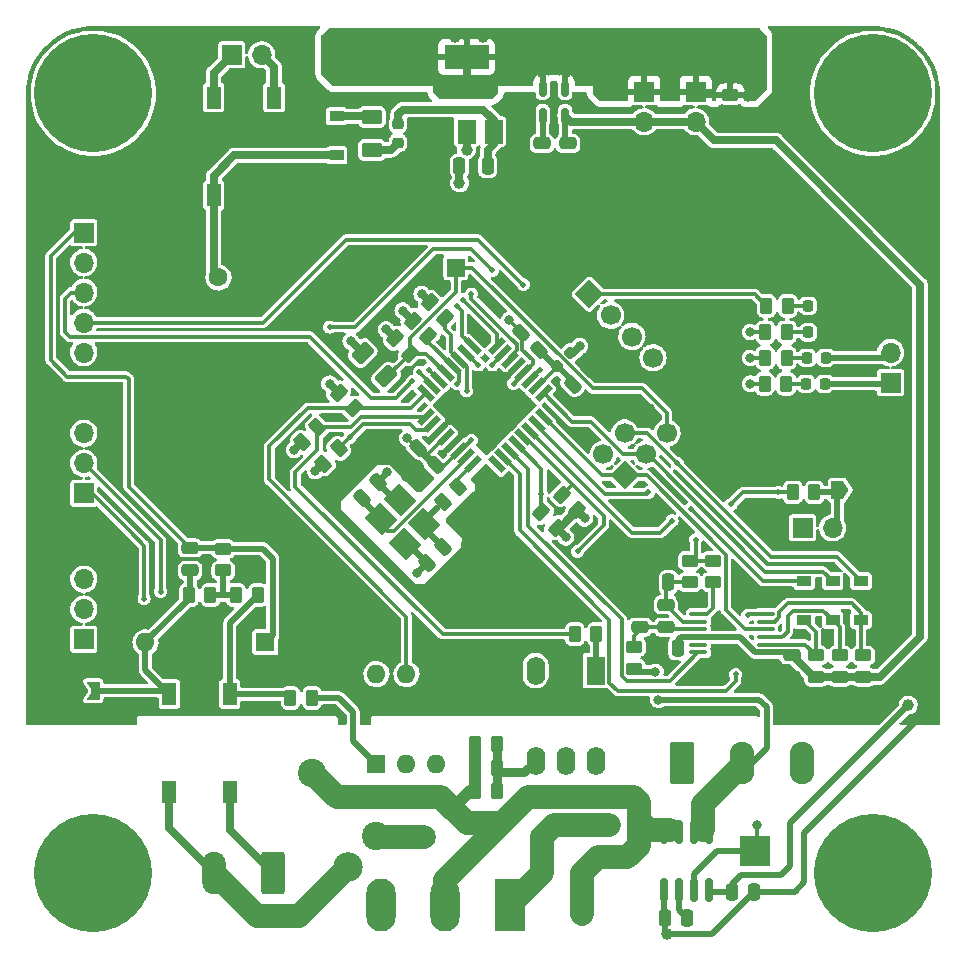
<source format=gbr>
G04 #@! TF.GenerationSoftware,KiCad,Pcbnew,5.99.0-unknown-fecb53b64f~142~ubuntu21.04.1*
G04 #@! TF.CreationDate,2021-10-23T16:59:13+04:00*
G04 #@! TF.ProjectId,BEEIRON v0.03,42454549-524f-44e2-9076-302e30332e6b,rev?*
G04 #@! TF.SameCoordinates,Original*
G04 #@! TF.FileFunction,Copper,L1,Top*
G04 #@! TF.FilePolarity,Positive*
%FSLAX46Y46*%
G04 Gerber Fmt 4.6, Leading zero omitted, Abs format (unit mm)*
G04 Created by KiCad (PCBNEW 5.99.0-unknown-fecb53b64f~142~ubuntu21.04.1) date 2021-10-23 16:59:13*
%MOMM*%
%LPD*%
G01*
G04 APERTURE LIST*
G04 Aperture macros list*
%AMRoundRect*
0 Rectangle with rounded corners*
0 $1 Rounding radius*
0 $2 $3 $4 $5 $6 $7 $8 $9 X,Y pos of 4 corners*
0 Add a 4 corners polygon primitive as box body*
4,1,4,$2,$3,$4,$5,$6,$7,$8,$9,$2,$3,0*
0 Add four circle primitives for the rounded corners*
1,1,$1+$1,$2,$3*
1,1,$1+$1,$4,$5*
1,1,$1+$1,$6,$7*
1,1,$1+$1,$8,$9*
0 Add four rect primitives between the rounded corners*
20,1,$1+$1,$2,$3,$4,$5,0*
20,1,$1+$1,$4,$5,$6,$7,0*
20,1,$1+$1,$6,$7,$8,$9,0*
20,1,$1+$1,$8,$9,$2,$3,0*%
%AMHorizOval*
0 Thick line with rounded ends*
0 $1 width*
0 $2 $3 position (X,Y) of the first rounded end (center of the circle)*
0 $4 $5 position (X,Y) of the second rounded end (center of the circle)*
0 Add line between two ends*
20,1,$1,$2,$3,$4,$5,0*
0 Add two circle primitives to create the rounded ends*
1,1,$1,$2,$3*
1,1,$1,$4,$5*%
%AMRotRect*
0 Rectangle, with rotation*
0 The origin of the aperture is its center*
0 $1 length*
0 $2 width*
0 $3 Rotation angle, in degrees counterclockwise*
0 Add horizontal line*
21,1,$1,$2,0,0,$3*%
%AMFreePoly0*
4,1,6,1.000000,0.000000,0.500000,-0.750000,-0.500000,-0.750000,-0.500000,0.750000,0.500000,0.750000,1.000000,0.000000,1.000000,0.000000,$1*%
%AMFreePoly1*
4,1,6,0.500000,-0.750000,-0.650000,-0.750000,-0.150000,0.000000,-0.650000,0.750000,0.500000,0.750000,0.500000,-0.750000,0.500000,-0.750000,$1*%
G04 Aperture macros list end*
G04 #@! TA.AperFunction,SMDPad,CuDef*
%ADD10RoundRect,0.250000X-0.262500X-0.450000X0.262500X-0.450000X0.262500X0.450000X-0.262500X0.450000X0*%
G04 #@! TD*
G04 #@! TA.AperFunction,SMDPad,CuDef*
%ADD11R,1.500000X2.000000*%
G04 #@! TD*
G04 #@! TA.AperFunction,SMDPad,CuDef*
%ADD12R,3.800000X2.000000*%
G04 #@! TD*
G04 #@! TA.AperFunction,ComponentPad*
%ADD13C,1.600000*%
G04 #@! TD*
G04 #@! TA.AperFunction,SMDPad,CuDef*
%ADD14RoundRect,0.250000X0.250000X0.475000X-0.250000X0.475000X-0.250000X-0.475000X0.250000X-0.475000X0*%
G04 #@! TD*
G04 #@! TA.AperFunction,ComponentPad*
%ADD15C,2.000000*%
G04 #@! TD*
G04 #@! TA.AperFunction,ComponentPad*
%ADD16R,1.700000X1.700000*%
G04 #@! TD*
G04 #@! TA.AperFunction,ComponentPad*
%ADD17O,1.700000X1.700000*%
G04 #@! TD*
G04 #@! TA.AperFunction,SMDPad,CuDef*
%ADD18RoundRect,0.250000X-0.450000X0.262500X-0.450000X-0.262500X0.450000X-0.262500X0.450000X0.262500X0*%
G04 #@! TD*
G04 #@! TA.AperFunction,SMDPad,CuDef*
%ADD19RoundRect,0.250000X-0.475000X0.250000X-0.475000X-0.250000X0.475000X-0.250000X0.475000X0.250000X0*%
G04 #@! TD*
G04 #@! TA.AperFunction,SMDPad,CuDef*
%ADD20RoundRect,0.150000X-0.150000X0.512500X-0.150000X-0.512500X0.150000X-0.512500X0.150000X0.512500X0*%
G04 #@! TD*
G04 #@! TA.AperFunction,SMDPad,CuDef*
%ADD21R,1.200000X0.900000*%
G04 #@! TD*
G04 #@! TA.AperFunction,SMDPad,CuDef*
%ADD22RoundRect,0.250000X0.262500X0.450000X-0.262500X0.450000X-0.262500X-0.450000X0.262500X-0.450000X0*%
G04 #@! TD*
G04 #@! TA.AperFunction,SMDPad,CuDef*
%ADD23R,1.500000X1.500000*%
G04 #@! TD*
G04 #@! TA.AperFunction,ComponentPad*
%ADD24C,0.900000*%
G04 #@! TD*
G04 #@! TA.AperFunction,ComponentPad*
%ADD25C,10.000000*%
G04 #@! TD*
G04 #@! TA.AperFunction,ComponentPad*
%ADD26C,2.400000*%
G04 #@! TD*
G04 #@! TA.AperFunction,ComponentPad*
%ADD27HorizOval,2.400000X0.000000X0.000000X0.000000X0.000000X0*%
G04 #@! TD*
G04 #@! TA.AperFunction,ComponentPad*
%ADD28R,1.600000X1.600000*%
G04 #@! TD*
G04 #@! TA.AperFunction,ComponentPad*
%ADD29O,1.600000X1.600000*%
G04 #@! TD*
G04 #@! TA.AperFunction,ComponentPad*
%ADD30RoundRect,0.249999X-0.790001X-1.550001X0.790001X-1.550001X0.790001X1.550001X-0.790001X1.550001X0*%
G04 #@! TD*
G04 #@! TA.AperFunction,ComponentPad*
%ADD31O,2.080000X3.600000*%
G04 #@! TD*
G04 #@! TA.AperFunction,SMDPad,CuDef*
%ADD32R,2.500000X2.500000*%
G04 #@! TD*
G04 #@! TA.AperFunction,SMDPad,CuDef*
%ADD33RoundRect,0.250000X-0.503814X-0.132583X-0.132583X-0.503814X0.503814X0.132583X0.132583X0.503814X0*%
G04 #@! TD*
G04 #@! TA.AperFunction,ComponentPad*
%ADD34RotRect,1.700000X1.700000X135.000000*%
G04 #@! TD*
G04 #@! TA.AperFunction,ComponentPad*
%ADD35HorizOval,1.700000X0.000000X0.000000X0.000000X0.000000X0*%
G04 #@! TD*
G04 #@! TA.AperFunction,SMDPad,CuDef*
%ADD36RoundRect,0.250000X-0.159099X0.512652X-0.512652X0.159099X0.159099X-0.512652X0.512652X-0.159099X0*%
G04 #@! TD*
G04 #@! TA.AperFunction,SMDPad,CuDef*
%ADD37RoundRect,0.218750X0.218750X0.256250X-0.218750X0.256250X-0.218750X-0.256250X0.218750X-0.256250X0*%
G04 #@! TD*
G04 #@! TA.AperFunction,SMDPad,CuDef*
%ADD38RoundRect,0.250000X0.475000X-0.250000X0.475000X0.250000X-0.475000X0.250000X-0.475000X-0.250000X0*%
G04 #@! TD*
G04 #@! TA.AperFunction,SMDPad,CuDef*
%ADD39RoundRect,0.250000X-0.625000X0.375000X-0.625000X-0.375000X0.625000X-0.375000X0.625000X0.375000X0*%
G04 #@! TD*
G04 #@! TA.AperFunction,SMDPad,CuDef*
%ADD40FreePoly0,0.000000*%
G04 #@! TD*
G04 #@! TA.AperFunction,SMDPad,CuDef*
%ADD41FreePoly1,0.000000*%
G04 #@! TD*
G04 #@! TA.AperFunction,SMDPad,CuDef*
%ADD42RotRect,1.600000X0.550000X45.000000*%
G04 #@! TD*
G04 #@! TA.AperFunction,SMDPad,CuDef*
%ADD43RotRect,1.600000X0.550000X135.000000*%
G04 #@! TD*
G04 #@! TA.AperFunction,SMDPad,CuDef*
%ADD44RoundRect,0.218750X-0.256250X0.218750X-0.256250X-0.218750X0.256250X-0.218750X0.256250X0.218750X0*%
G04 #@! TD*
G04 #@! TA.AperFunction,SMDPad,CuDef*
%ADD45RoundRect,0.250000X-0.250000X-0.475000X0.250000X-0.475000X0.250000X0.475000X-0.250000X0.475000X0*%
G04 #@! TD*
G04 #@! TA.AperFunction,SMDPad,CuDef*
%ADD46RoundRect,0.250000X0.503814X0.132583X0.132583X0.503814X-0.503814X-0.132583X-0.132583X-0.503814X0*%
G04 #@! TD*
G04 #@! TA.AperFunction,ComponentPad*
%ADD47R,1.600000X2.400000*%
G04 #@! TD*
G04 #@! TA.AperFunction,ComponentPad*
%ADD48O,1.600000X2.400000*%
G04 #@! TD*
G04 #@! TA.AperFunction,SMDPad,CuDef*
%ADD49RoundRect,0.250000X0.159099X-0.512652X0.512652X-0.159099X-0.159099X0.512652X-0.512652X0.159099X0*%
G04 #@! TD*
G04 #@! TA.AperFunction,ComponentPad*
%ADD50R,2.500000X4.500000*%
G04 #@! TD*
G04 #@! TA.AperFunction,ComponentPad*
%ADD51O,2.500000X4.500000*%
G04 #@! TD*
G04 #@! TA.AperFunction,SMDPad,CuDef*
%ADD52R,1.200000X1.900000*%
G04 #@! TD*
G04 #@! TA.AperFunction,SMDPad,CuDef*
%ADD53RoundRect,0.250000X0.132583X-0.503814X0.503814X-0.132583X-0.132583X0.503814X-0.503814X0.132583X0*%
G04 #@! TD*
G04 #@! TA.AperFunction,SMDPad,CuDef*
%ADD54RotRect,2.100000X1.800000X315.000000*%
G04 #@! TD*
G04 #@! TA.AperFunction,SMDPad,CuDef*
%ADD55RoundRect,0.218750X-0.026517X0.335876X-0.335876X0.026517X0.026517X-0.335876X0.335876X-0.026517X0*%
G04 #@! TD*
G04 #@! TA.AperFunction,SMDPad,CuDef*
%ADD56RoundRect,0.250000X-0.707107X-0.176777X-0.176777X-0.707107X0.707107X0.176777X0.176777X0.707107X0*%
G04 #@! TD*
G04 #@! TA.AperFunction,SMDPad,CuDef*
%ADD57RoundRect,0.150000X-0.150000X0.825000X-0.150000X-0.825000X0.150000X-0.825000X0.150000X0.825000X0*%
G04 #@! TD*
G04 #@! TA.AperFunction,ComponentPad*
%ADD58RoundRect,0.250000X0.750000X1.550000X-0.750000X1.550000X-0.750000X-1.550000X0.750000X-1.550000X0*%
G04 #@! TD*
G04 #@! TA.AperFunction,ComponentPad*
%ADD59O,2.000000X3.600000*%
G04 #@! TD*
G04 #@! TA.AperFunction,ComponentPad*
%ADD60C,1.800000*%
G04 #@! TD*
G04 #@! TA.AperFunction,ComponentPad*
%ADD61RotRect,1.700000X1.700000X45.000000*%
G04 #@! TD*
G04 #@! TA.AperFunction,ComponentPad*
%ADD62HorizOval,1.700000X0.000000X0.000000X0.000000X0.000000X0*%
G04 #@! TD*
G04 #@! TA.AperFunction,SMDPad,CuDef*
%ADD63RoundRect,0.250000X0.450000X-0.262500X0.450000X0.262500X-0.450000X0.262500X-0.450000X-0.262500X0*%
G04 #@! TD*
G04 #@! TA.AperFunction,SMDPad,CuDef*
%ADD64RoundRect,0.100000X-0.637500X-0.100000X0.637500X-0.100000X0.637500X0.100000X-0.637500X0.100000X0*%
G04 #@! TD*
G04 #@! TA.AperFunction,ViaPad*
%ADD65C,0.800000*%
G04 #@! TD*
G04 #@! TA.AperFunction,ViaPad*
%ADD66C,1.000000*%
G04 #@! TD*
G04 #@! TA.AperFunction,ViaPad*
%ADD67C,0.500000*%
G04 #@! TD*
G04 #@! TA.AperFunction,ViaPad*
%ADD68C,2.500000*%
G04 #@! TD*
G04 #@! TA.AperFunction,Conductor*
%ADD69C,0.700000*%
G04 #@! TD*
G04 #@! TA.AperFunction,Conductor*
%ADD70C,0.500000*%
G04 #@! TD*
G04 #@! TA.AperFunction,Conductor*
%ADD71C,0.300000*%
G04 #@! TD*
G04 #@! TA.AperFunction,Conductor*
%ADD72C,2.000000*%
G04 #@! TD*
G04 #@! TA.AperFunction,Conductor*
%ADD73C,1.000000*%
G04 #@! TD*
G04 #@! TA.AperFunction,Conductor*
%ADD74C,0.800000*%
G04 #@! TD*
G04 APERTURE END LIST*
D10*
X117087500Y-106500000D03*
X118912500Y-106500000D03*
D11*
X138300000Y-67250000D03*
X140600000Y-67250000D03*
D12*
X140600000Y-60950000D03*
D11*
X142900000Y-67250000D03*
D13*
X119600000Y-79600000D03*
X123100000Y-79600000D03*
D14*
X140000000Y-70150000D03*
X138100000Y-70150000D03*
D15*
X137000000Y-127000000D03*
X147000000Y-127000000D03*
D16*
X176500000Y-88500000D03*
D17*
X176500000Y-85960000D03*
X176500000Y-83420000D03*
D10*
X165839107Y-88600000D03*
X167664107Y-88600000D03*
D18*
X120000000Y-102575000D03*
X120000000Y-104400000D03*
D10*
X121087500Y-106500000D03*
X122912500Y-106500000D03*
D18*
X174200000Y-111600000D03*
X174200000Y-113425000D03*
D19*
X149200000Y-68250000D03*
X149200000Y-70150000D03*
D20*
X148950000Y-63612500D03*
X148000000Y-63612500D03*
X147050000Y-63612500D03*
X147050000Y-65887500D03*
X148950000Y-65887500D03*
D21*
X171600000Y-105300000D03*
X171600000Y-108600000D03*
D16*
X169060000Y-100800000D03*
D17*
X171600000Y-100800000D03*
X174140000Y-100800000D03*
D22*
X151600000Y-109800000D03*
X149775000Y-109800000D03*
D16*
X160000000Y-63875000D03*
D17*
X160000000Y-66415000D03*
X160000000Y-68955000D03*
D16*
X120725000Y-60750000D03*
D17*
X123265000Y-60750000D03*
D23*
X139700000Y-78770227D03*
X147500000Y-78770227D03*
D24*
X177651650Y-66651650D03*
X175000000Y-60250000D03*
X172348350Y-61348350D03*
X178750000Y-64000000D03*
X171250000Y-64000000D03*
X172348350Y-66651650D03*
D25*
X175000000Y-64000000D03*
D24*
X177651650Y-61348350D03*
X175000000Y-67750000D03*
D19*
X155300000Y-107300000D03*
X155300000Y-109200000D03*
D26*
X127518056Y-121518056D03*
D27*
X132906210Y-126906210D03*
D19*
X147000000Y-68250000D03*
X147000000Y-70150000D03*
D16*
X155652393Y-63874870D03*
D17*
X155652393Y-66414870D03*
X155652393Y-68954870D03*
D28*
X132975000Y-120800000D03*
D29*
X135515000Y-120800000D03*
X138055000Y-120800000D03*
X138055000Y-113180000D03*
X135515000Y-113180000D03*
X132975000Y-113180000D03*
D10*
X165887500Y-86400000D03*
X167712500Y-86400000D03*
X141337500Y-121100000D03*
X143162500Y-121100000D03*
X168222500Y-97800000D03*
X170047500Y-97800000D03*
D30*
X158840000Y-120700000D03*
D31*
X163920000Y-120700000D03*
X169000000Y-120700000D03*
D32*
X165000000Y-128200000D03*
D21*
X169200000Y-105300000D03*
X169200000Y-108600000D03*
D14*
X158500000Y-111000000D03*
X156600000Y-111000000D03*
D33*
X136054765Y-83254765D03*
X137345235Y-84545235D03*
D34*
X153979773Y-96362329D03*
D35*
X152183722Y-94566278D03*
X155775824Y-94566278D03*
X153979773Y-92770227D03*
X157571875Y-92770227D03*
X155775824Y-90974175D03*
D36*
X138600000Y-102400000D03*
X137256498Y-103743502D03*
D19*
X162950000Y-64177195D03*
X162950000Y-66077195D03*
D14*
X157700000Y-105400000D03*
X155800000Y-105400000D03*
D10*
X165900000Y-84250000D03*
X167725000Y-84250000D03*
D37*
X171100000Y-84250000D03*
X169525000Y-84250000D03*
D38*
X157500000Y-109200000D03*
X157500000Y-107300000D03*
D39*
X132600000Y-66000000D03*
X132600000Y-68800000D03*
D10*
X165987500Y-82000000D03*
X167812500Y-82000000D03*
D33*
X129764295Y-89364295D03*
X131054765Y-90654765D03*
D40*
X107600000Y-114600000D03*
D41*
X109050000Y-114600000D03*
D24*
X106348350Y-61348350D03*
X112750000Y-64000000D03*
X106348350Y-66651650D03*
X109000000Y-67750000D03*
X111651650Y-66651650D03*
D25*
X109000000Y-64000000D03*
D24*
X105250000Y-64000000D03*
X111651650Y-61348350D03*
X109000000Y-60250000D03*
D42*
X137151346Y-91441800D03*
X137717032Y-92007485D03*
X138282717Y-92573171D03*
X138848402Y-93138856D03*
X139414088Y-93704542D03*
X139979773Y-94270227D03*
X140545459Y-94835912D03*
X141111144Y-95401598D03*
D43*
X143161754Y-95401598D03*
X143727439Y-94835912D03*
X144293125Y-94270227D03*
X144858810Y-93704542D03*
X145424496Y-93138856D03*
X145990181Y-92573171D03*
X146555866Y-92007485D03*
X147121552Y-91441800D03*
D42*
X147121552Y-89391190D03*
X146555866Y-88825505D03*
X145990181Y-88259819D03*
X145424496Y-87694134D03*
X144858810Y-87128448D03*
X144293125Y-86562763D03*
X143727439Y-85997078D03*
X143161754Y-85431392D03*
D43*
X141111144Y-85431392D03*
X140545459Y-85997078D03*
X139979773Y-86562763D03*
X139414088Y-87128448D03*
X138848402Y-87694134D03*
X138282717Y-88259819D03*
X137717032Y-88825505D03*
X137151346Y-89391190D03*
D44*
X134800000Y-66625000D03*
X134800000Y-68200000D03*
D45*
X142400000Y-70150000D03*
X144300000Y-70150000D03*
D19*
X168150000Y-111566616D03*
X168150000Y-113466616D03*
D46*
X148229773Y-100770227D03*
X146939303Y-99479757D03*
D14*
X159300000Y-133800000D03*
X157400000Y-133800000D03*
D45*
X163050000Y-131600000D03*
X164950000Y-131600000D03*
D36*
X136500000Y-94000000D03*
X135156498Y-95343502D03*
D40*
X172000000Y-97600000D03*
D41*
X173450000Y-97600000D03*
D47*
X151525000Y-112880000D03*
D48*
X148985000Y-112880000D03*
X146445000Y-112880000D03*
X146445000Y-120500000D03*
X148985000Y-120500000D03*
X151525000Y-120500000D03*
D18*
X161500000Y-103575000D03*
X161500000Y-105400000D03*
D49*
X146708022Y-85741978D03*
X148051524Y-84398476D03*
D50*
X144250000Y-132750000D03*
D51*
X138800000Y-132750000D03*
X133350000Y-132750000D03*
D16*
X108200000Y-110220000D03*
D17*
X108200000Y-107680000D03*
X108200000Y-105140000D03*
X108200000Y-102600000D03*
D37*
X171100000Y-82000000D03*
X169525000Y-82000000D03*
D33*
X137514295Y-81714295D03*
X138804765Y-83004765D03*
D52*
X119200410Y-72625580D03*
X124300410Y-72625580D03*
X119200410Y-64375580D03*
X124300410Y-64375580D03*
D53*
X126689303Y-93560697D03*
X127979773Y-92270227D03*
D54*
X133361522Y-100087868D03*
X135412132Y-102138478D03*
X137038478Y-100512132D03*
X134987868Y-98461522D03*
D24*
X175000000Y-126250000D03*
D25*
X175000000Y-130000000D03*
D24*
X172348350Y-132651650D03*
X175000000Y-133750000D03*
X171250000Y-130000000D03*
X172348350Y-127348350D03*
X178750000Y-130000000D03*
X177651650Y-132651650D03*
X177651650Y-127348350D03*
D55*
X149400000Y-86000000D03*
X148286306Y-87113694D03*
D37*
X171000000Y-86400000D03*
X169425000Y-86400000D03*
D21*
X174000000Y-105300000D03*
X174000000Y-108600000D03*
D56*
X131804765Y-86004765D03*
X133784663Y-87984663D03*
D16*
X108200000Y-97880000D03*
D17*
X108200000Y-95340000D03*
X108200000Y-92800000D03*
X108200000Y-90260000D03*
D57*
X161155000Y-126525000D03*
X159885000Y-126525000D03*
X158615000Y-126525000D03*
X157345000Y-126525000D03*
X157345000Y-131475000D03*
X158615000Y-131475000D03*
X159885000Y-131475000D03*
X161155000Y-131475000D03*
D36*
X138000000Y-95500000D03*
X136656498Y-96843502D03*
D58*
X124200000Y-130000000D03*
D59*
X119200000Y-130000000D03*
D18*
X159500000Y-103575000D03*
X159500000Y-105400000D03*
D10*
X141337500Y-119100000D03*
X143162500Y-119100000D03*
D49*
X145229773Y-84270227D03*
X146573275Y-82926725D03*
D33*
X134554765Y-84754765D03*
X135845235Y-86045235D03*
D10*
X125687500Y-115200000D03*
X127512500Y-115200000D03*
D53*
X138604765Y-98645235D03*
X139895235Y-97354765D03*
D28*
X123580000Y-110500000D03*
D29*
X113420000Y-110500000D03*
D10*
X141337500Y-123100000D03*
X143162500Y-123100000D03*
D52*
X120549590Y-114874420D03*
X115449590Y-114874420D03*
X120549590Y-123124420D03*
X115449590Y-123124420D03*
D18*
X170200000Y-111600000D03*
X170200000Y-113425000D03*
D37*
X170914107Y-88600000D03*
X169339107Y-88600000D03*
D18*
X172200000Y-111604116D03*
X172200000Y-113429116D03*
D16*
X108200000Y-75800000D03*
D17*
X108200000Y-78340000D03*
X108200000Y-80880000D03*
X108200000Y-83420000D03*
X108200000Y-85960000D03*
D24*
X112750000Y-130000000D03*
X106348350Y-127348350D03*
X109000000Y-126250000D03*
X109000000Y-133750000D03*
X106348350Y-132651650D03*
X111651650Y-127348350D03*
D25*
X109000000Y-130000000D03*
D24*
X111651650Y-132651650D03*
X105250000Y-130000000D03*
D60*
X150350000Y-133500000D03*
X152650000Y-126000000D03*
D21*
X129600000Y-65950000D03*
X129600000Y-69250000D03*
D19*
X117200000Y-102500000D03*
X117200000Y-104400000D03*
D49*
X131728249Y-98271751D03*
X133071751Y-96928249D03*
D53*
X128489303Y-95360697D03*
X129779773Y-94070227D03*
D46*
X149979773Y-99270227D03*
X148689303Y-97979757D03*
D61*
X151007898Y-81007898D03*
D62*
X152803949Y-82803949D03*
X154600000Y-84600000D03*
X156396052Y-86396052D03*
D63*
X154800000Y-112712500D03*
X154800000Y-110887500D03*
D64*
X160237500Y-107450000D03*
X160237500Y-108100000D03*
X160237500Y-108750000D03*
X160237500Y-109400000D03*
X160237500Y-110050000D03*
X160237500Y-110700000D03*
X160237500Y-111350000D03*
X165962500Y-111350000D03*
X165962500Y-110700000D03*
X165962500Y-110050000D03*
X165962500Y-109400000D03*
X165962500Y-108750000D03*
X165962500Y-108100000D03*
X165962500Y-107450000D03*
D49*
X149579773Y-88670227D03*
X150923275Y-87326725D03*
D65*
X147400000Y-82200000D03*
X148800000Y-83600000D03*
D66*
X147000000Y-71400000D03*
D65*
X154400000Y-105000000D03*
D66*
X157600000Y-135200000D03*
X149200000Y-71400000D03*
D65*
X158800000Y-106800000D03*
X106125000Y-114500000D03*
X133860000Y-96110000D03*
X139400000Y-91500000D03*
X136400000Y-104600000D03*
D66*
X144200000Y-68800000D03*
D65*
X135500000Y-96500000D03*
X140500000Y-92600000D03*
D66*
X124600000Y-79600000D03*
X124200000Y-74200000D03*
X164400000Y-66000000D03*
D65*
X134300000Y-94500000D03*
D66*
X148000000Y-64800000D03*
X179600000Y-115800000D03*
D65*
X147600000Y-80200000D03*
X157400000Y-112200000D03*
X154400000Y-106400000D03*
X151800000Y-86600000D03*
D67*
X144000000Y-88000000D03*
D66*
X154500000Y-59500000D03*
X159000000Y-61500000D03*
X144000000Y-61500000D03*
D65*
X164600000Y-88600000D03*
X136800000Y-81000000D03*
D66*
X131500000Y-61500000D03*
X161000000Y-61500000D03*
D65*
X150600000Y-100000000D03*
D66*
X165000000Y-59500000D03*
D65*
X126000000Y-94200000D03*
D67*
X141000000Y-93400000D03*
D66*
X159000000Y-59500000D03*
X140000000Y-71600000D03*
X142400000Y-63400000D03*
X131500000Y-59500000D03*
X154500000Y-61500000D03*
D65*
X164600000Y-84200000D03*
D66*
X138800000Y-63400000D03*
X135500000Y-59500000D03*
X165000000Y-61500000D03*
X137500000Y-59500000D03*
X152000000Y-61500000D03*
X149000000Y-62200000D03*
D65*
X135600000Y-93200000D03*
D66*
X140600000Y-62800000D03*
D65*
X149000000Y-101600000D03*
D66*
X137500000Y-61500000D03*
X133500000Y-59500000D03*
X150000000Y-59500000D03*
X163000000Y-59500000D03*
X146000000Y-59500000D03*
X163000000Y-61500000D03*
X147000000Y-62200000D03*
X142000000Y-59200000D03*
X161000000Y-59500000D03*
X133500000Y-61500000D03*
D65*
X130800000Y-85000000D03*
X144200000Y-83200000D03*
D66*
X178000000Y-115800000D03*
X140600000Y-68800000D03*
X156500000Y-61500000D03*
D67*
X144600000Y-88600000D03*
D66*
X144000000Y-59500000D03*
D65*
X133800000Y-84000000D03*
X150200000Y-85400000D03*
X164600000Y-86400000D03*
X129000000Y-88600000D03*
D66*
X129500000Y-61500000D03*
X148000000Y-59500000D03*
D65*
X127800000Y-96000000D03*
D66*
X139600000Y-59200000D03*
D65*
X135200000Y-82400000D03*
D66*
X164400000Y-64200000D03*
X135500000Y-61500000D03*
X156500000Y-59500000D03*
X129500000Y-59500000D03*
X152000000Y-59500000D03*
D67*
X158000000Y-100200000D03*
X159600000Y-99200000D03*
X158452641Y-95347359D03*
X156000000Y-97800000D03*
X136600000Y-87600000D03*
X137400000Y-87400000D03*
X140600000Y-89200000D03*
X139800000Y-88600000D03*
X146939303Y-97939303D03*
X113300000Y-106800000D03*
X150000000Y-102800000D03*
X114700000Y-106200000D03*
X130725000Y-93125000D03*
X139800000Y-82000000D03*
X136000000Y-88400000D03*
X141600000Y-87000000D03*
X145400000Y-80200000D03*
X146800000Y-87400000D03*
X141000000Y-81000000D03*
X142800000Y-79000000D03*
X129000000Y-83800000D03*
D65*
X156815204Y-115349500D03*
X156600000Y-113000000D03*
D67*
X160000000Y-101800000D03*
X163000000Y-98800000D03*
X167000000Y-97800000D03*
X140291689Y-81502460D03*
X164400000Y-108200000D03*
X163400000Y-113200000D03*
X142800000Y-87000000D03*
D65*
X165200000Y-126000000D03*
D68*
X130600000Y-129500000D03*
D69*
X119200410Y-79200410D02*
X119600000Y-79600000D01*
X120950000Y-69250000D02*
X119200410Y-70999590D01*
X129600000Y-69250000D02*
X120950000Y-69250000D01*
X119200410Y-70999590D02*
X119200410Y-72625580D01*
X119200410Y-72625580D02*
X119200410Y-79200410D01*
D70*
X155800000Y-105400000D02*
X154800000Y-105400000D01*
X179600000Y-116200000D02*
X179600000Y-115800000D01*
D71*
X144858810Y-87128448D02*
X144858810Y-87141190D01*
D70*
X155300000Y-107300000D02*
X154400000Y-106400000D01*
D71*
X138282717Y-92573171D02*
X138326829Y-92573171D01*
X144858810Y-87141190D02*
X144000000Y-88000000D01*
X156600000Y-111400000D02*
X157400000Y-112200000D01*
D69*
X124300410Y-74099590D02*
X124200000Y-74200000D01*
D70*
X157345000Y-133745000D02*
X157400000Y-133800000D01*
D69*
X144300000Y-70150000D02*
X144300000Y-68900000D01*
D70*
X154800000Y-105400000D02*
X154400000Y-105000000D01*
D71*
X147500000Y-78770227D02*
X147500000Y-80100000D01*
D70*
X135412132Y-102138478D02*
X135651474Y-102138478D01*
X164950000Y-131600000D02*
X168400000Y-131600000D01*
X148000000Y-63612500D02*
X148000000Y-64800000D01*
D69*
X149200000Y-70150000D02*
X149200000Y-71400000D01*
D70*
X164322805Y-66077195D02*
X164400000Y-66000000D01*
X107500000Y-114500000D02*
X107600000Y-114600000D01*
X155800000Y-106800000D02*
X155800000Y-105400000D01*
D69*
X148051524Y-84348476D02*
X148800000Y-83600000D01*
D70*
X135856498Y-96143502D02*
X135500000Y-96500000D01*
X135856498Y-96043502D02*
X135856498Y-96143502D01*
D71*
X159450000Y-107450000D02*
X158800000Y-106800000D01*
D69*
X135143502Y-95343502D02*
X134300000Y-94500000D01*
X135156498Y-95343502D02*
X135856498Y-96043502D01*
D71*
X139414088Y-93704542D02*
X139414088Y-93685912D01*
D70*
X133282844Y-97156498D02*
X134787868Y-98661522D01*
D71*
X138326829Y-92573171D02*
X139400000Y-91500000D01*
X147500000Y-80100000D02*
X147600000Y-80200000D01*
D70*
X157400000Y-135000000D02*
X157600000Y-135200000D01*
X155300000Y-107300000D02*
X155800000Y-106800000D01*
D71*
X156600000Y-111000000D02*
X156600000Y-111400000D01*
D69*
X124600000Y-79600000D02*
X123100000Y-79600000D01*
D71*
X150923275Y-87326725D02*
X151073275Y-87326725D01*
D69*
X147000000Y-70150000D02*
X147000000Y-71400000D01*
D70*
X168400000Y-131600000D02*
X169200000Y-130800000D01*
D69*
X146673275Y-82926725D02*
X147400000Y-82200000D01*
D70*
X164950000Y-131600000D02*
X161350000Y-135200000D01*
D69*
X144300000Y-68900000D02*
X144200000Y-68800000D01*
D70*
X133860000Y-96110000D02*
X133860000Y-96140000D01*
D71*
X160237500Y-107450000D02*
X159450000Y-107450000D01*
D70*
X133860000Y-96140000D02*
X133071751Y-96928249D01*
X169200000Y-126600000D02*
X179600000Y-116200000D01*
D69*
X135156498Y-95343502D02*
X135143502Y-95343502D01*
D70*
X161350000Y-135200000D02*
X157600000Y-135200000D01*
X169200000Y-130800000D02*
X169200000Y-126600000D01*
D71*
X151073275Y-87326725D02*
X151800000Y-86600000D01*
D69*
X148051524Y-84398476D02*
X148051524Y-84348476D01*
X135856498Y-96043502D02*
X136656498Y-96843502D01*
D70*
X162950000Y-66077195D02*
X164322805Y-66077195D01*
X106125000Y-114500000D02*
X107500000Y-114500000D01*
D71*
X139414088Y-93685912D02*
X140500000Y-92600000D01*
D69*
X124300410Y-72625580D02*
X124300410Y-74099590D01*
D70*
X157345000Y-131475000D02*
X157345000Y-133745000D01*
D69*
X146573275Y-82926725D02*
X146673275Y-82926725D01*
D70*
X136400000Y-104600000D02*
X137256498Y-103743502D01*
X135651474Y-102138478D02*
X137256498Y-103743502D01*
X157400000Y-133800000D02*
X157400000Y-135000000D01*
X120549590Y-108862910D02*
X120549590Y-114874420D01*
X125361920Y-114874420D02*
X125687500Y-115200000D01*
X120549590Y-114874420D02*
X125361920Y-114874420D01*
X122912500Y-106500000D02*
X120549590Y-108862910D01*
X112800000Y-114600000D02*
X115175170Y-114600000D01*
X113420000Y-110500000D02*
X117087500Y-106832500D01*
X115175170Y-114600000D02*
X115449590Y-114874420D01*
X113420000Y-110500000D02*
X113420000Y-112844830D01*
X109050000Y-114600000D02*
X111400000Y-114600000D01*
X117200000Y-106387500D02*
X117087500Y-106500000D01*
X117200000Y-104400000D02*
X117200000Y-106387500D01*
X113420000Y-112844830D02*
X115449590Y-114874420D01*
X117087500Y-106832500D02*
X117087500Y-106500000D01*
X111400000Y-114600000D02*
X112800000Y-114600000D01*
D69*
X159999870Y-66414870D02*
X160000000Y-66415000D01*
X166800000Y-68000000D02*
X179000000Y-80200000D01*
D70*
X163750000Y-110050000D02*
X165050000Y-111350000D01*
D69*
X155652393Y-66414870D02*
X149477370Y-66414870D01*
D70*
X148950000Y-65887500D02*
X148950000Y-68000000D01*
X174200000Y-113425000D02*
X175575000Y-113425000D01*
D69*
X170200000Y-113425000D02*
X170008384Y-113425000D01*
X160000000Y-66415000D02*
X161585000Y-68000000D01*
D70*
X165050000Y-111350000D02*
X165962500Y-111350000D01*
D69*
X179000000Y-80500000D02*
X179000000Y-110000000D01*
D70*
X160237500Y-110050000D02*
X163750000Y-110050000D01*
D69*
X161585000Y-68000000D02*
X166800000Y-68000000D01*
D70*
X165962500Y-111350000D02*
X167933384Y-111350000D01*
D69*
X149477370Y-66414870D02*
X148950000Y-65887500D01*
D70*
X158725000Y-110050000D02*
X160237500Y-110050000D01*
D69*
X155652393Y-66414870D02*
X159999870Y-66414870D01*
X175575000Y-113425000D02*
X170200000Y-113425000D01*
D70*
X167933384Y-111350000D02*
X168150000Y-111566616D01*
X170200000Y-113425000D02*
X174200000Y-113425000D01*
D69*
X179000000Y-110000000D02*
X175575000Y-113425000D01*
D70*
X158500000Y-110275000D02*
X158725000Y-110050000D01*
D69*
X170008384Y-113425000D02*
X168150000Y-111566616D01*
X179000000Y-80200000D02*
X179000000Y-80500000D01*
D70*
X148950000Y-68000000D02*
X149200000Y-68250000D01*
X158500000Y-111000000D02*
X158500000Y-110275000D01*
X147050000Y-65887500D02*
X147050000Y-68200000D01*
X147050000Y-68200000D02*
X147000000Y-68250000D01*
D69*
X148229773Y-100829773D02*
X149000000Y-101600000D01*
D70*
X161280000Y-131600000D02*
X161155000Y-131475000D01*
D69*
X136054765Y-83254765D02*
X135200000Y-82400000D01*
D71*
X136500000Y-94000000D02*
X136400000Y-94000000D01*
D69*
X140600000Y-68800000D02*
X140600000Y-67250000D01*
D70*
X163050000Y-130950000D02*
X163800000Y-130200000D01*
D71*
X145229773Y-84229773D02*
X144200000Y-83200000D01*
X140129773Y-94270227D02*
X141000000Y-93400000D01*
D69*
X149979773Y-99270227D02*
X149979773Y-99379773D01*
X149600000Y-86000000D02*
X150200000Y-85400000D01*
D70*
X147050000Y-62250000D02*
X147000000Y-62200000D01*
X168000000Y-125800000D02*
X178000000Y-115800000D01*
D69*
X148229773Y-100770227D02*
X148479773Y-100770227D01*
D70*
X163050000Y-131600000D02*
X161280000Y-131600000D01*
D69*
X137200000Y-94700000D02*
X138000000Y-95500000D01*
D71*
X145424496Y-87775504D02*
X144600000Y-88600000D01*
D70*
X147050000Y-63612500D02*
X147050000Y-62250000D01*
D71*
X146200000Y-86918630D02*
X145424496Y-87694134D01*
D69*
X128489303Y-95360697D02*
X128439303Y-95360697D01*
X149979773Y-99379773D02*
X150600000Y-100000000D01*
D70*
X164377195Y-64177195D02*
X164400000Y-64200000D01*
D71*
X138750000Y-95500000D02*
X138000000Y-95500000D01*
D69*
X148229773Y-100770227D02*
X148229773Y-100829773D01*
X140000000Y-70150000D02*
X140000000Y-71600000D01*
D71*
X165900000Y-84250000D02*
X164650000Y-84250000D01*
D69*
X137514295Y-81714295D02*
X136800000Y-81000000D01*
X136500000Y-94000000D02*
X137200000Y-94700000D01*
D70*
X160302195Y-64177195D02*
X160000000Y-63875000D01*
D71*
X138848402Y-93138856D02*
X138761144Y-93138856D01*
X139979773Y-94270227D02*
X138750000Y-95500000D01*
X145336610Y-84377064D02*
X145336610Y-85736610D01*
D70*
X162950000Y-64177195D02*
X160302195Y-64177195D01*
D69*
X140600000Y-60950000D02*
X140600000Y-62800000D01*
D70*
X167199022Y-130200000D02*
X168000000Y-129399022D01*
D71*
X145336610Y-85736610D02*
X146200000Y-86600000D01*
D69*
X126689303Y-93560697D02*
X126639303Y-93560697D01*
D71*
X145424496Y-87694134D02*
X145424496Y-87775504D01*
D70*
X148950000Y-62250000D02*
X149000000Y-62200000D01*
D69*
X134554765Y-84754765D02*
X133800000Y-84000000D01*
D70*
X168000000Y-129399022D02*
X168000000Y-125800000D01*
D71*
X136400000Y-94000000D02*
X135600000Y-93200000D01*
D70*
X148950000Y-63612500D02*
X148950000Y-62250000D01*
X163800000Y-130200000D02*
X167199022Y-130200000D01*
D69*
X149400000Y-86000000D02*
X149600000Y-86000000D01*
D70*
X163050000Y-131600000D02*
X163050000Y-130950000D01*
D71*
X165839107Y-88600000D02*
X164600000Y-88600000D01*
X146200000Y-86600000D02*
X146200000Y-86918630D01*
X165887500Y-86400000D02*
X164600000Y-86400000D01*
X164650000Y-84250000D02*
X164600000Y-84200000D01*
X145229773Y-84270227D02*
X145336610Y-84377064D01*
X139979773Y-94270227D02*
X140129773Y-94270227D01*
X138761144Y-93138856D02*
X137200000Y-94700000D01*
D69*
X128439303Y-95360697D02*
X127800000Y-96000000D01*
D71*
X145229773Y-84270227D02*
X145229773Y-84229773D01*
D69*
X129764295Y-89364295D02*
X129000000Y-88600000D01*
X126639303Y-93560697D02*
X126000000Y-94200000D01*
X131804765Y-86004765D02*
X130800000Y-85000000D01*
X148479773Y-100770227D02*
X149979773Y-99270227D01*
D70*
X162950000Y-64177195D02*
X164377195Y-64177195D01*
X149579773Y-88407161D02*
X148286306Y-87113694D01*
X148286306Y-87113694D02*
X148079738Y-87113694D01*
D71*
X146624495Y-88825505D02*
X148179773Y-87270227D01*
X146555866Y-88825505D02*
X146624495Y-88825505D01*
D70*
X148079738Y-87113694D02*
X146708022Y-85741978D01*
X149579773Y-88670227D02*
X149579773Y-88407161D01*
D71*
X140545459Y-94954541D02*
X140545459Y-94835912D01*
X133903984Y-101030330D02*
X134469670Y-101030330D01*
D70*
X131728249Y-98271751D02*
X131728249Y-98454595D01*
X131728249Y-98454595D02*
X133361522Y-100087868D01*
D71*
X133161522Y-100287868D02*
X133903984Y-101030330D01*
X134469670Y-101030330D02*
X140545459Y-94954541D01*
X141111144Y-95401598D02*
X139800000Y-96712742D01*
X139800000Y-96712742D02*
X139800000Y-97450000D01*
D69*
X142900000Y-66300000D02*
X142900000Y-67250000D01*
X134800000Y-66625000D02*
X134800000Y-65800000D01*
X135200000Y-65400000D02*
X142000000Y-65400000D01*
X142000000Y-65400000D02*
X142900000Y-66300000D01*
X134800000Y-65800000D02*
X135200000Y-65400000D01*
X142400000Y-70150000D02*
X142400000Y-68800000D01*
X142900000Y-68300000D02*
X142900000Y-67250000D01*
X142400000Y-68800000D02*
X142900000Y-68300000D01*
D71*
X157700000Y-109400000D02*
X160237500Y-109400000D01*
X155300000Y-109200000D02*
X155300000Y-109450000D01*
X155300000Y-109450000D02*
X154800000Y-109950000D01*
X155300000Y-109200000D02*
X157500000Y-109200000D01*
X157500000Y-109200000D02*
X157700000Y-109400000D01*
X154800000Y-109950000D02*
X154800000Y-110887500D01*
D69*
X129600000Y-65950000D02*
X132550000Y-65950000D01*
X132550000Y-65950000D02*
X132600000Y-66000000D01*
D71*
X155498015Y-89000000D02*
X151300000Y-89000000D01*
X134845235Y-87045235D02*
X135845235Y-86045235D01*
X157571875Y-92770227D02*
X157571875Y-91073860D01*
X157571875Y-91073860D02*
X155498015Y-89000000D01*
X141057213Y-78770227D02*
X139700000Y-78770227D01*
X135845235Y-86045235D02*
X137199503Y-86045235D01*
X133784663Y-87984663D02*
X133905807Y-87984663D01*
X151300000Y-89000000D02*
X149756507Y-87456507D01*
X135845235Y-84683375D02*
X139700000Y-80828610D01*
X139700000Y-80828610D02*
X139700000Y-78770227D01*
X137199503Y-86045235D02*
X138848402Y-87694134D01*
X135845235Y-86045235D02*
X135845235Y-84683375D01*
X133905807Y-87984663D02*
X134845235Y-87045235D01*
X149756507Y-87456507D02*
X149743493Y-87456507D01*
X149743493Y-87456507D02*
X141057213Y-78770227D01*
X159600000Y-99200000D02*
X165700000Y-105300000D01*
X154617010Y-101200000D02*
X157000000Y-101200000D01*
X145990181Y-92573171D02*
X154617010Y-101200000D01*
X165700000Y-105300000D02*
X169200000Y-105300000D01*
X157000000Y-101200000D02*
X158000000Y-100200000D01*
X170200000Y-109600000D02*
X170200000Y-111600000D01*
X169200000Y-108600000D02*
X170200000Y-109600000D01*
X165962500Y-110700000D02*
X169300000Y-110700000D01*
X169300000Y-110700000D02*
X170200000Y-111600000D01*
X149530362Y-91800000D02*
X151113810Y-91800000D01*
X147121552Y-89391190D02*
X149530362Y-91800000D01*
X164995398Y-81007898D02*
X151007898Y-81007898D01*
X165987500Y-82000000D02*
X164995398Y-81007898D01*
X165901467Y-104500489D02*
X155967256Y-94566278D01*
X155967256Y-94566278D02*
X155775824Y-94566278D01*
X151113810Y-91800000D02*
X153880088Y-94566278D01*
X170800489Y-104500489D02*
X165901467Y-104500489D01*
X153880088Y-94566278D02*
X155775824Y-94566278D01*
X171600000Y-105300000D02*
X170800489Y-104500489D01*
X172200000Y-111604116D02*
X172200000Y-109200000D01*
X167800000Y-108250978D02*
X168250489Y-107800489D01*
X168250489Y-107800489D02*
X170800489Y-107800489D01*
X167800000Y-109600000D02*
X167800000Y-108250978D01*
X170800489Y-107800489D02*
X171600000Y-108600000D01*
X167350000Y-110050000D02*
X167800000Y-109600000D01*
X172200000Y-109200000D02*
X171600000Y-108600000D01*
X165962500Y-110050000D02*
X167350000Y-110050000D01*
X146555866Y-92155866D02*
X151800000Y-97400000D01*
X152313931Y-97913931D02*
X155886069Y-97913931D01*
X153979773Y-92770227D02*
X155875509Y-92770227D01*
X146555866Y-92007485D02*
X146555866Y-92155866D01*
X155886069Y-97913931D02*
X156000000Y-97800000D01*
X155875509Y-92770227D02*
X166352641Y-103247359D01*
X151800000Y-97400000D02*
X152313931Y-97913931D01*
X171947359Y-103247359D02*
X174000000Y-105300000D01*
X166352641Y-103247359D02*
X171947359Y-103247359D01*
X167049520Y-108388968D02*
X167049520Y-107950480D01*
X167000000Y-108438488D02*
X167049520Y-108388968D01*
X167000000Y-108449999D02*
X167000000Y-108438488D01*
X165962500Y-108750000D02*
X166699999Y-108750000D01*
X167800000Y-107200000D02*
X173200000Y-107200000D01*
X174000000Y-111400000D02*
X174200000Y-111600000D01*
X174000000Y-108000000D02*
X174000000Y-108600000D01*
X173200000Y-107200000D02*
X174000000Y-108000000D01*
X167049520Y-107950480D02*
X167800000Y-107200000D01*
X174000000Y-108600000D02*
X174000000Y-111400000D01*
X166699999Y-108750000D02*
X167000000Y-108449999D01*
X137717032Y-88825505D02*
X137717032Y-88717032D01*
X137717032Y-88717032D02*
X136600000Y-87600000D01*
D70*
X176060000Y-86400000D02*
X176500000Y-85960000D01*
X171000000Y-86400000D02*
X176060000Y-86400000D01*
X176400000Y-88600000D02*
X176500000Y-88500000D01*
X170914107Y-88600000D02*
X176400000Y-88600000D01*
D71*
X138282717Y-88259819D02*
X138259819Y-88259819D01*
X138259819Y-88259819D02*
X137400000Y-87400000D01*
D69*
X134200000Y-68800000D02*
X134800000Y-68200000D01*
X132600000Y-68800000D02*
X134200000Y-68800000D01*
X119200410Y-64375580D02*
X119200410Y-62274590D01*
X119200410Y-62274590D02*
X120725000Y-60750000D01*
X124300410Y-64375580D02*
X124300410Y-61785410D01*
X124300410Y-61785410D02*
X123265000Y-60750000D01*
D71*
X139308505Y-84508505D02*
X138804765Y-84004765D01*
X139979773Y-86562763D02*
X140600000Y-87182990D01*
X139979773Y-86562763D02*
X139308505Y-85891495D01*
X140600000Y-87182990D02*
X140600000Y-89200000D01*
X139308505Y-85891495D02*
X139308505Y-84508505D01*
X138804765Y-84004765D02*
X138804765Y-83004765D01*
X139958062Y-88441938D02*
X139800000Y-88600000D01*
X137345235Y-85059595D02*
X139414088Y-87128448D01*
X139958062Y-87672422D02*
X139958062Y-88441938D01*
X137345235Y-84545235D02*
X137345235Y-85059595D01*
X139414088Y-87128448D02*
X139958062Y-87672422D01*
X147121552Y-91441800D02*
X152042081Y-96362329D01*
X165962500Y-109400000D02*
X164200000Y-109400000D01*
X162549520Y-103057244D02*
X155854605Y-96362329D01*
X152042081Y-96362329D02*
X153979773Y-96362329D01*
X162549520Y-107749520D02*
X162549520Y-103057244D01*
X164200000Y-109400000D02*
X162549520Y-107749520D01*
X155854605Y-96362329D02*
X153979773Y-96362329D01*
D70*
X172000000Y-100400000D02*
X171600000Y-100800000D01*
X170047500Y-97800000D02*
X171800000Y-97800000D01*
X171800000Y-97800000D02*
X172000000Y-97600000D01*
D71*
X170047500Y-97800000D02*
X172410000Y-97800000D01*
D70*
X172000000Y-97600000D02*
X172000000Y-100400000D01*
D71*
X146939303Y-95785035D02*
X144858810Y-93704542D01*
X108880000Y-97880000D02*
X112100000Y-101100000D01*
X146939303Y-99479757D02*
X146939303Y-95785035D01*
X113300000Y-102300000D02*
X113300000Y-106400000D01*
X113300000Y-106400000D02*
X113300000Y-106800000D01*
X108200000Y-97880000D02*
X108880000Y-97880000D01*
X112100000Y-101100000D02*
X113300000Y-102300000D01*
X152200000Y-100600000D02*
X150000000Y-102800000D01*
X114700000Y-106200000D02*
X114700000Y-101840000D01*
X148689303Y-97979757D02*
X149500000Y-97169060D01*
X145538856Y-93138856D02*
X149500000Y-97100000D01*
X149500000Y-97100000D02*
X152200000Y-99800000D01*
X114700000Y-101840000D02*
X108200000Y-95340000D01*
X145424496Y-93138856D02*
X145538856Y-93138856D01*
X149500000Y-97169060D02*
X149500000Y-97100000D01*
X152200000Y-99800000D02*
X152200000Y-100600000D01*
X131850000Y-92000000D02*
X130725000Y-93125000D01*
X129779773Y-94070227D02*
X130725000Y-93125000D01*
X135800000Y-92000000D02*
X131850000Y-92000000D01*
X137717032Y-92007485D02*
X137173057Y-92551460D01*
X136351460Y-92551460D02*
X135800000Y-92000000D01*
X137173057Y-92551460D02*
X136351460Y-92551460D01*
X167712500Y-86400000D02*
X169425000Y-86400000D01*
X140200000Y-82400000D02*
X140200000Y-84520248D01*
X139800000Y-82000000D02*
X140200000Y-82400000D01*
X140200000Y-84520248D02*
X141111144Y-85431392D01*
X136000000Y-88400000D02*
X134600000Y-89800000D01*
X132493585Y-89800000D02*
X127313096Y-84619511D01*
X127313096Y-84619511D02*
X107019511Y-84619511D01*
X106600000Y-84200000D02*
X106600000Y-81400000D01*
X141548381Y-87000000D02*
X140545459Y-85997078D01*
X106600000Y-81400000D02*
X107120000Y-80880000D01*
X134600000Y-89800000D02*
X132493585Y-89800000D01*
X107120000Y-80880000D02*
X108200000Y-80880000D01*
X107019511Y-84619511D02*
X106600000Y-84200000D01*
X141600000Y-87000000D02*
X141548381Y-87000000D01*
X145400000Y-80200000D02*
X141600000Y-76400000D01*
X130400000Y-76400000D02*
X123380000Y-83420000D01*
X141600000Y-76400000D02*
X130400000Y-76400000D01*
X145990181Y-88209819D02*
X146800000Y-87400000D01*
X145990181Y-88259819D02*
X145990181Y-88209819D01*
X123380000Y-83420000D02*
X108200000Y-83420000D01*
X144293125Y-86314596D02*
X144837099Y-85770622D01*
X144837099Y-85237099D02*
X144400000Y-84800000D01*
X129000000Y-83800000D02*
X131200000Y-83800000D01*
X141000000Y-81400000D02*
X141000000Y-81000000D01*
X144293125Y-86562763D02*
X144293125Y-86314596D01*
X144400000Y-84800000D02*
X141000000Y-81400000D01*
X131200000Y-83800000D02*
X137800000Y-77200000D01*
X137800000Y-77200000D02*
X141000000Y-77200000D01*
X144837099Y-85770622D02*
X144837099Y-85237099D01*
X141000000Y-77200000D02*
X142800000Y-79000000D01*
D69*
X120549590Y-123124420D02*
X120549590Y-126349590D01*
X120549590Y-126349590D02*
X124200000Y-130000000D01*
D72*
X156000000Y-126400000D02*
X156400000Y-126400000D01*
X138800000Y-130600000D02*
X143600000Y-125800000D01*
X129600000Y-123600000D02*
X138400000Y-123600000D01*
X156400000Y-126400000D02*
X157800000Y-126400000D01*
X154200000Y-128700000D02*
X155175000Y-127725000D01*
X155175000Y-125575000D02*
X155175000Y-127725000D01*
X140600000Y-125800000D02*
X143600000Y-125800000D01*
D73*
X141337500Y-123100000D02*
X141337500Y-119100000D01*
D72*
X150350000Y-133500000D02*
X150350000Y-130050000D01*
X127518056Y-121518056D02*
X129600000Y-123600000D01*
X138400000Y-123600000D02*
X139400000Y-124600000D01*
X143600000Y-125800000D02*
X145800000Y-123600000D01*
X154800000Y-123600000D02*
X155175000Y-123975000D01*
D73*
X140900000Y-123100000D02*
X141337500Y-123100000D01*
D72*
X155175000Y-125575000D02*
X156000000Y-126400000D01*
X145800000Y-123600000D02*
X154800000Y-123600000D01*
X150350000Y-130050000D02*
X151700000Y-128700000D01*
X155175000Y-123975000D02*
X155175000Y-125575000D01*
X138400000Y-123600000D02*
X140600000Y-125800000D01*
D73*
X139400000Y-124600000D02*
X140900000Y-123100000D01*
D72*
X138800000Y-132750000D02*
X138800000Y-130600000D01*
X151700000Y-128700000D02*
X154200000Y-128700000D01*
D71*
X138600000Y-109800000D02*
X149775000Y-109800000D01*
X127979773Y-92270227D02*
X127979773Y-94220227D01*
X126100000Y-97300000D02*
X138600000Y-109800000D01*
X137151346Y-91441800D02*
X131651784Y-91441800D01*
X131651784Y-91441800D02*
X130823357Y-92270227D01*
X126100000Y-96100000D02*
X126100000Y-97300000D01*
X127979773Y-94220227D02*
X126100000Y-96100000D01*
X130823357Y-92270227D02*
X127979773Y-92270227D01*
X123900000Y-93900000D02*
X123900000Y-96700000D01*
X131054765Y-90654765D02*
X127145235Y-90654765D01*
X123900000Y-96700000D02*
X135515000Y-108315000D01*
X131054765Y-90654765D02*
X135887771Y-90654765D01*
X135887771Y-90654765D02*
X137151346Y-89391190D01*
X127145235Y-90654765D02*
X123900000Y-93900000D01*
X135515000Y-108315000D02*
X135515000Y-113180000D01*
D70*
X163480000Y-122000000D02*
X166000000Y-119480000D01*
X165349500Y-115349500D02*
X156815204Y-115349500D01*
X166000000Y-119480000D02*
X166000000Y-116000000D01*
D72*
X161200000Y-123600000D02*
X160600000Y-124200000D01*
X163920000Y-120700000D02*
X163920000Y-121460000D01*
X163920000Y-120880000D02*
X161200000Y-123600000D01*
D70*
X156600000Y-113000000D02*
X155087500Y-113000000D01*
X155087500Y-113000000D02*
X154800000Y-112712500D01*
D72*
X163920000Y-120700000D02*
X163920000Y-120880000D01*
D70*
X166000000Y-116000000D02*
X165349500Y-115349500D01*
D72*
X160600000Y-124200000D02*
X160600000Y-126400000D01*
D71*
X159500000Y-103575000D02*
X161500000Y-103575000D01*
X168222500Y-97800000D02*
X164000000Y-97800000D01*
X160000000Y-103075000D02*
X159500000Y-103575000D01*
X164000000Y-97800000D02*
X163000000Y-98800000D01*
X160000000Y-101800000D02*
X160000000Y-103075000D01*
X157500000Y-105600000D02*
X157700000Y-105400000D01*
X157500000Y-107300000D02*
X157500000Y-105600000D01*
X159500000Y-105400000D02*
X157700000Y-105400000D01*
X158950000Y-108750000D02*
X160237500Y-108750000D01*
X157500000Y-107300000D02*
X158950000Y-108750000D01*
X117200000Y-102500000D02*
X112000000Y-97300000D01*
X143161754Y-84372525D02*
X140291689Y-81502460D01*
D70*
X124200000Y-109880000D02*
X123580000Y-110500000D01*
X120000000Y-102575000D02*
X123375000Y-102575000D01*
D71*
X106800000Y-88000000D02*
X105400000Y-86600000D01*
X107400000Y-75800000D02*
X108200000Y-75800000D01*
X105400000Y-77800000D02*
X107400000Y-75800000D01*
D70*
X124200000Y-103400000D02*
X124200000Y-109880000D01*
X123375000Y-102575000D02*
X124200000Y-103400000D01*
D71*
X112000000Y-88200000D02*
X111800000Y-88000000D01*
X111800000Y-88000000D02*
X106800000Y-88000000D01*
D70*
X119925000Y-102500000D02*
X120000000Y-102575000D01*
D71*
X112000000Y-97300000D02*
X112000000Y-88200000D01*
X105400000Y-86600000D02*
X105400000Y-77800000D01*
D70*
X117200000Y-102500000D02*
X119925000Y-102500000D01*
D71*
X143161754Y-85431392D02*
X143161754Y-84372525D01*
X160974999Y-108100000D02*
X161500000Y-107574999D01*
X160237500Y-108100000D02*
X160974999Y-108100000D01*
X161500000Y-107574999D02*
X161500000Y-105400000D01*
D74*
X143162500Y-119250000D02*
X143162500Y-123100000D01*
X145445000Y-121500000D02*
X146445000Y-120500000D01*
X143162500Y-121500000D02*
X145445000Y-121500000D01*
D70*
X151600000Y-112805000D02*
X151525000Y-112880000D01*
X151600000Y-109800000D02*
X151600000Y-112805000D01*
D71*
X163400000Y-113800000D02*
X163400000Y-113200000D01*
X162600000Y-114600000D02*
X163400000Y-113800000D01*
X152701309Y-113901309D02*
X153400000Y-114600000D01*
X164500000Y-108100000D02*
X164400000Y-108200000D01*
X143727439Y-94835912D02*
X145100489Y-96208962D01*
X165962500Y-108100000D02*
X164500000Y-108100000D01*
X153400000Y-114600000D02*
X162600000Y-114600000D01*
X152701309Y-108607724D02*
X152701309Y-113901309D01*
X145100489Y-96208962D02*
X145100489Y-101006904D01*
X145100489Y-101006904D02*
X152701309Y-108607724D01*
X153750480Y-113350480D02*
X154200000Y-113800000D01*
X145806085Y-95783187D02*
X145806085Y-100606085D01*
X157787500Y-113800000D02*
X160237500Y-111350000D01*
X144293125Y-94270227D02*
X145806085Y-95783187D01*
X154200000Y-113800000D02*
X157787500Y-113800000D01*
X153750480Y-108550480D02*
X153750480Y-113350480D01*
X145806085Y-100606085D02*
X153750480Y-108550480D01*
D70*
X127512500Y-115200000D02*
X129800000Y-115200000D01*
X131000000Y-118825000D02*
X132975000Y-120800000D01*
X131000000Y-116400000D02*
X131000000Y-118825000D01*
X129800000Y-115200000D02*
X131000000Y-116400000D01*
D71*
X165200000Y-126000000D02*
X165200000Y-128000000D01*
D70*
X159885000Y-130115000D02*
X161800000Y-128200000D01*
D71*
X143727439Y-86072561D02*
X142800000Y-87000000D01*
X143727439Y-85997078D02*
X143727439Y-86072561D01*
D70*
X161800000Y-128200000D02*
X165000000Y-128200000D01*
D71*
X165200000Y-128000000D02*
X165000000Y-128200000D01*
X165400000Y-127200000D02*
X165400000Y-128600000D01*
D70*
X159885000Y-131475000D02*
X159885000Y-130115000D01*
D72*
X147000000Y-130000000D02*
X144250000Y-132750000D01*
D69*
X115449590Y-126249590D02*
X119200000Y-130000000D01*
D72*
X119200000Y-130000000D02*
X122900000Y-133700000D01*
X152650000Y-126000000D02*
X148000000Y-126000000D01*
D69*
X115449590Y-123124420D02*
X115449590Y-126249590D01*
D72*
X122900000Y-133700000D02*
X126400000Y-133700000D01*
X147000000Y-127000000D02*
X147000000Y-130000000D01*
X126400000Y-133700000D02*
X130600000Y-129500000D01*
X148000000Y-126000000D02*
X147000000Y-127000000D01*
D70*
X120000000Y-104400000D02*
X120000000Y-106400000D01*
X118912500Y-106500000D02*
X120100000Y-106500000D01*
X120000000Y-106400000D02*
X120100000Y-106500000D01*
X120100000Y-106500000D02*
X121087500Y-106500000D01*
X137038478Y-100512132D02*
X137038478Y-100838478D01*
X136838478Y-100411522D02*
X138209530Y-99040470D01*
D71*
X136838478Y-100712132D02*
X136838478Y-101401474D01*
D70*
X137038478Y-100838478D02*
X138600000Y-102400000D01*
X136838478Y-100712132D02*
X136838478Y-100411522D01*
D71*
X167812500Y-82000000D02*
X169525000Y-82000000D01*
X167725000Y-84250000D02*
X169525000Y-84250000D01*
X167664107Y-88600000D02*
X169339107Y-88600000D01*
D72*
X137000000Y-127000000D02*
X133000000Y-127000000D01*
X133000000Y-127000000D02*
X132906210Y-126906210D01*
D70*
X158615000Y-131475000D02*
X158615000Y-133115000D01*
X158615000Y-133115000D02*
X159300000Y-133800000D01*
G04 #@! TA.AperFunction,Conductor*
G36*
X165415931Y-58520002D02*
G01*
X165436905Y-58536905D01*
X165963095Y-59063095D01*
X165997121Y-59125407D01*
X166000000Y-59152190D01*
X166000000Y-63647810D01*
X165979998Y-63715931D01*
X165963095Y-63736905D01*
X165036905Y-64663095D01*
X164974593Y-64697121D01*
X164947810Y-64700000D01*
X164299779Y-64700000D01*
X164231658Y-64679998D01*
X164185165Y-64626342D01*
X164174435Y-64561158D01*
X164182672Y-64480758D01*
X164183000Y-64474341D01*
X164183000Y-64449310D01*
X164178525Y-64434071D01*
X164177135Y-64432866D01*
X164169452Y-64431195D01*
X161735116Y-64431195D01*
X161719877Y-64435670D01*
X161718672Y-64437060D01*
X161717001Y-64444743D01*
X161717001Y-64474290D01*
X161717338Y-64480809D01*
X161725658Y-64560997D01*
X161712793Y-64630818D01*
X161664222Y-64682600D01*
X161600331Y-64700000D01*
X161484000Y-64700000D01*
X161415879Y-64679998D01*
X161369386Y-64626342D01*
X161358000Y-64574000D01*
X161358000Y-64147115D01*
X161353525Y-64131876D01*
X161352135Y-64130671D01*
X161344452Y-64129000D01*
X158660116Y-64129000D01*
X158644877Y-64133475D01*
X158643672Y-64134865D01*
X158642001Y-64142548D01*
X158642001Y-64574000D01*
X158621999Y-64642121D01*
X158568343Y-64688614D01*
X158516001Y-64700000D01*
X157136393Y-64700000D01*
X157068272Y-64679998D01*
X157021779Y-64626342D01*
X157010393Y-64574000D01*
X157010393Y-64146985D01*
X157005918Y-64131746D01*
X157004528Y-64130541D01*
X156996845Y-64128870D01*
X154312509Y-64128870D01*
X154297270Y-64133345D01*
X154296065Y-64134735D01*
X154294394Y-64142418D01*
X154294394Y-64574000D01*
X154274392Y-64642121D01*
X154220736Y-64688614D01*
X154168394Y-64700000D01*
X152002190Y-64700000D01*
X151934069Y-64679998D01*
X151913095Y-64663095D01*
X151300000Y-64050000D01*
X151300000Y-63905080D01*
X161717000Y-63905080D01*
X161721475Y-63920319D01*
X161722865Y-63921524D01*
X161730548Y-63923195D01*
X162677885Y-63923195D01*
X162693124Y-63918720D01*
X162694329Y-63917330D01*
X162696000Y-63909647D01*
X162696000Y-63905080D01*
X163204000Y-63905080D01*
X163208475Y-63920319D01*
X163209865Y-63921524D01*
X163217548Y-63923195D01*
X164164884Y-63923195D01*
X164180123Y-63918720D01*
X164181328Y-63917330D01*
X164182999Y-63909647D01*
X164182999Y-63880100D01*
X164182662Y-63873581D01*
X164172743Y-63777989D01*
X164169851Y-63764595D01*
X164118412Y-63610411D01*
X164112239Y-63597233D01*
X164026937Y-63459388D01*
X164017901Y-63447987D01*
X163903171Y-63333456D01*
X163891760Y-63324444D01*
X163753757Y-63239379D01*
X163740576Y-63233232D01*
X163586290Y-63182057D01*
X163572914Y-63179190D01*
X163478562Y-63169523D01*
X163472145Y-63169195D01*
X163222115Y-63169195D01*
X163206876Y-63173670D01*
X163205671Y-63175060D01*
X163204000Y-63182743D01*
X163204000Y-63905080D01*
X162696000Y-63905080D01*
X162696000Y-63187311D01*
X162691525Y-63172072D01*
X162690135Y-63170867D01*
X162682452Y-63169196D01*
X162427905Y-63169196D01*
X162421386Y-63169533D01*
X162325794Y-63179452D01*
X162312400Y-63182344D01*
X162158216Y-63233783D01*
X162145038Y-63239956D01*
X162007193Y-63325258D01*
X161995792Y-63334294D01*
X161881261Y-63449024D01*
X161872249Y-63460435D01*
X161787184Y-63598438D01*
X161781037Y-63611619D01*
X161729862Y-63765905D01*
X161726995Y-63779281D01*
X161717328Y-63873633D01*
X161717000Y-63880050D01*
X161717000Y-63905080D01*
X151300000Y-63905080D01*
X151300000Y-63602755D01*
X154294393Y-63602755D01*
X154298868Y-63617994D01*
X154300258Y-63619199D01*
X154307941Y-63620870D01*
X155380278Y-63620870D01*
X155395517Y-63616395D01*
X155396722Y-63615005D01*
X155398393Y-63607322D01*
X155398393Y-63602755D01*
X155906393Y-63602755D01*
X155910868Y-63617994D01*
X155912258Y-63619199D01*
X155919941Y-63620870D01*
X156992277Y-63620870D01*
X157007516Y-63616395D01*
X157008721Y-63615005D01*
X157010392Y-63607322D01*
X157010392Y-63602885D01*
X158642000Y-63602885D01*
X158646475Y-63618124D01*
X158647865Y-63619329D01*
X158655548Y-63621000D01*
X159727885Y-63621000D01*
X159743124Y-63616525D01*
X159744329Y-63615135D01*
X159746000Y-63607452D01*
X159746000Y-63602885D01*
X160254000Y-63602885D01*
X160258475Y-63618124D01*
X160259865Y-63619329D01*
X160267548Y-63621000D01*
X161339884Y-63621000D01*
X161355123Y-63616525D01*
X161356328Y-63615135D01*
X161357999Y-63607452D01*
X161357999Y-62980331D01*
X161357629Y-62973510D01*
X161352105Y-62922648D01*
X161348479Y-62907396D01*
X161303324Y-62786946D01*
X161294786Y-62771351D01*
X161218285Y-62669276D01*
X161205724Y-62656715D01*
X161103649Y-62580214D01*
X161088054Y-62571676D01*
X160967606Y-62526522D01*
X160952351Y-62522895D01*
X160901486Y-62517369D01*
X160894672Y-62517000D01*
X160272115Y-62517000D01*
X160256876Y-62521475D01*
X160255671Y-62522865D01*
X160254000Y-62530548D01*
X160254000Y-63602885D01*
X159746000Y-63602885D01*
X159746000Y-62535116D01*
X159741525Y-62519877D01*
X159740135Y-62518672D01*
X159732452Y-62517001D01*
X159105331Y-62517001D01*
X159098510Y-62517371D01*
X159047648Y-62522895D01*
X159032396Y-62526521D01*
X158911946Y-62571676D01*
X158896351Y-62580214D01*
X158794276Y-62656715D01*
X158781715Y-62669276D01*
X158705214Y-62771351D01*
X158696676Y-62786946D01*
X158651522Y-62907394D01*
X158647895Y-62922649D01*
X158642369Y-62973514D01*
X158642000Y-62980328D01*
X158642000Y-63602885D01*
X157010392Y-63602885D01*
X157010392Y-62980201D01*
X157010022Y-62973380D01*
X157004498Y-62922518D01*
X157000872Y-62907266D01*
X156955717Y-62786816D01*
X156947179Y-62771221D01*
X156870678Y-62669146D01*
X156858117Y-62656585D01*
X156756042Y-62580084D01*
X156740447Y-62571546D01*
X156619999Y-62526392D01*
X156604744Y-62522765D01*
X156553879Y-62517239D01*
X156547065Y-62516870D01*
X155924508Y-62516870D01*
X155909269Y-62521345D01*
X155908064Y-62522735D01*
X155906393Y-62530418D01*
X155906393Y-63602755D01*
X155398393Y-63602755D01*
X155398393Y-62534986D01*
X155393918Y-62519747D01*
X155392528Y-62518542D01*
X155384845Y-62516871D01*
X154757724Y-62516871D01*
X154750903Y-62517241D01*
X154700041Y-62522765D01*
X154684789Y-62526391D01*
X154564339Y-62571546D01*
X154548744Y-62580084D01*
X154446669Y-62656585D01*
X154434108Y-62669146D01*
X154357607Y-62771221D01*
X154349069Y-62786816D01*
X154303915Y-62907264D01*
X154300288Y-62922519D01*
X154294762Y-62973384D01*
X154294393Y-62980198D01*
X154294393Y-63602755D01*
X151300000Y-63602755D01*
X151300000Y-63400000D01*
X149883999Y-63400000D01*
X149815878Y-63379998D01*
X149769385Y-63326342D01*
X149757999Y-63274000D01*
X149757999Y-63036017D01*
X149757805Y-63031080D01*
X149755570Y-63002664D01*
X149753270Y-62990069D01*
X149710893Y-62844210D01*
X149704648Y-62829779D01*
X149628089Y-62700322D01*
X149618449Y-62687896D01*
X149512104Y-62581551D01*
X149499678Y-62571911D01*
X149370221Y-62495352D01*
X149355790Y-62489107D01*
X149221395Y-62450061D01*
X149207294Y-62450101D01*
X149204000Y-62457370D01*
X149204000Y-63400000D01*
X148800500Y-63400000D01*
X148800500Y-63034306D01*
X148800308Y-63031860D01*
X148800307Y-63031847D01*
X148798103Y-63003850D01*
X148797598Y-62997431D01*
X148751744Y-62839602D01*
X148747708Y-62832777D01*
X148747706Y-62832773D01*
X148713547Y-62775013D01*
X148696000Y-62710874D01*
X148696000Y-62463122D01*
X148692027Y-62449591D01*
X148684129Y-62448456D01*
X148544214Y-62489106D01*
X148522505Y-62498501D01*
X148521876Y-62497047D01*
X148461879Y-62512265D01*
X148416826Y-62502057D01*
X148410398Y-62498256D01*
X148402792Y-62496046D01*
X148402789Y-62496045D01*
X148266082Y-62456328D01*
X148252569Y-62452402D01*
X148239416Y-62451367D01*
X148218153Y-62449693D01*
X148218140Y-62449692D01*
X148215694Y-62449500D01*
X147784306Y-62449500D01*
X147781860Y-62449692D01*
X147781847Y-62449693D01*
X147760584Y-62451367D01*
X147747431Y-62452402D01*
X147733918Y-62456328D01*
X147597211Y-62496045D01*
X147597208Y-62496046D01*
X147589602Y-62498256D01*
X147583241Y-62502018D01*
X147513014Y-62510686D01*
X147477763Y-62497882D01*
X147477495Y-62498501D01*
X147455786Y-62489106D01*
X147321395Y-62450061D01*
X147307294Y-62450101D01*
X147304000Y-62457370D01*
X147304000Y-62710874D01*
X147286453Y-62775013D01*
X147252294Y-62832773D01*
X147252292Y-62832777D01*
X147248256Y-62839602D01*
X147202402Y-62997431D01*
X147201897Y-63003850D01*
X147199693Y-63031847D01*
X147199692Y-63031860D01*
X147199500Y-63034306D01*
X147199500Y-63400000D01*
X146796000Y-63400000D01*
X146796000Y-62463122D01*
X146792027Y-62449591D01*
X146784129Y-62448456D01*
X146644210Y-62489107D01*
X146629779Y-62495352D01*
X146500322Y-62571911D01*
X146487896Y-62581551D01*
X146381551Y-62687896D01*
X146371911Y-62700322D01*
X146295352Y-62829779D01*
X146289107Y-62844210D01*
X146246731Y-62990065D01*
X146244430Y-63002667D01*
X146242193Y-63031084D01*
X146242000Y-63036014D01*
X146242000Y-63274000D01*
X146221998Y-63342121D01*
X146168342Y-63388614D01*
X146116000Y-63400000D01*
X143300000Y-63400000D01*
X143300000Y-63950000D01*
X142786905Y-64463095D01*
X142724593Y-64497121D01*
X142697810Y-64500000D01*
X138402190Y-64500000D01*
X138334069Y-64479998D01*
X138313095Y-64463095D01*
X137800000Y-63950000D01*
X137800000Y-63400000D01*
X129352190Y-63400000D01*
X129284069Y-63379998D01*
X129263095Y-63363095D01*
X128336905Y-62436905D01*
X128302879Y-62374593D01*
X128300000Y-62347810D01*
X128300000Y-61994669D01*
X138192001Y-61994669D01*
X138192371Y-62001490D01*
X138197895Y-62052352D01*
X138201521Y-62067604D01*
X138246676Y-62188054D01*
X138255214Y-62203649D01*
X138331715Y-62305724D01*
X138344276Y-62318285D01*
X138446351Y-62394786D01*
X138461946Y-62403324D01*
X138582394Y-62448478D01*
X138597649Y-62452105D01*
X138648514Y-62457631D01*
X138655328Y-62458000D01*
X140327885Y-62458000D01*
X140343124Y-62453525D01*
X140344329Y-62452135D01*
X140346000Y-62444452D01*
X140346000Y-62439884D01*
X140854000Y-62439884D01*
X140858475Y-62455123D01*
X140859865Y-62456328D01*
X140867548Y-62457999D01*
X142544669Y-62457999D01*
X142551490Y-62457629D01*
X142602352Y-62452105D01*
X142617604Y-62448479D01*
X142738054Y-62403324D01*
X142753649Y-62394786D01*
X142855724Y-62318285D01*
X142868285Y-62305724D01*
X142944786Y-62203649D01*
X142953324Y-62188054D01*
X142998478Y-62067606D01*
X143002105Y-62052351D01*
X143007631Y-62001486D01*
X143008000Y-61994672D01*
X143008000Y-61222115D01*
X143003525Y-61206876D01*
X143002135Y-61205671D01*
X142994452Y-61204000D01*
X140872115Y-61204000D01*
X140856876Y-61208475D01*
X140855671Y-61209865D01*
X140854000Y-61217548D01*
X140854000Y-62439884D01*
X140346000Y-62439884D01*
X140346000Y-61222115D01*
X140341525Y-61206876D01*
X140340135Y-61205671D01*
X140332452Y-61204000D01*
X138210116Y-61204000D01*
X138194877Y-61208475D01*
X138193672Y-61209865D01*
X138192001Y-61217548D01*
X138192001Y-61994669D01*
X128300000Y-61994669D01*
X128300000Y-60677885D01*
X138192000Y-60677885D01*
X138196475Y-60693124D01*
X138197865Y-60694329D01*
X138205548Y-60696000D01*
X140327885Y-60696000D01*
X140343124Y-60691525D01*
X140344329Y-60690135D01*
X140346000Y-60682452D01*
X140346000Y-60677885D01*
X140854000Y-60677885D01*
X140858475Y-60693124D01*
X140859865Y-60694329D01*
X140867548Y-60696000D01*
X142989884Y-60696000D01*
X143005123Y-60691525D01*
X143006328Y-60690135D01*
X143007999Y-60682452D01*
X143007999Y-59905331D01*
X143007629Y-59898510D01*
X143002105Y-59847648D01*
X142998479Y-59832396D01*
X142953324Y-59711946D01*
X142944786Y-59696351D01*
X142868285Y-59594276D01*
X142855724Y-59581715D01*
X142753649Y-59505214D01*
X142738054Y-59496676D01*
X142617606Y-59451522D01*
X142602351Y-59447895D01*
X142551486Y-59442369D01*
X142544672Y-59442000D01*
X140872115Y-59442000D01*
X140856876Y-59446475D01*
X140855671Y-59447865D01*
X140854000Y-59455548D01*
X140854000Y-60677885D01*
X140346000Y-60677885D01*
X140346000Y-59460116D01*
X140341525Y-59444877D01*
X140340135Y-59443672D01*
X140332452Y-59442001D01*
X138655331Y-59442001D01*
X138648510Y-59442371D01*
X138597648Y-59447895D01*
X138582396Y-59451521D01*
X138461946Y-59496676D01*
X138446351Y-59505214D01*
X138344276Y-59581715D01*
X138331715Y-59594276D01*
X138255214Y-59696351D01*
X138246676Y-59711946D01*
X138201522Y-59832394D01*
X138197895Y-59847649D01*
X138192369Y-59898514D01*
X138192000Y-59905328D01*
X138192000Y-60677885D01*
X128300000Y-60677885D01*
X128300000Y-59152190D01*
X128320002Y-59084069D01*
X128336905Y-59063095D01*
X128863095Y-58536905D01*
X128925407Y-58502879D01*
X128952190Y-58500000D01*
X165347810Y-58500000D01*
X165415931Y-58520002D01*
G37*
G04 #@! TD.AperFunction*
G04 #@! TA.AperFunction,Conductor*
G36*
X128156825Y-58320002D02*
G01*
X128203318Y-58373658D01*
X128213422Y-58443932D01*
X128183928Y-58508512D01*
X128177799Y-58515095D01*
X127983352Y-58709542D01*
X127947594Y-58749348D01*
X127930691Y-58770322D01*
X127899375Y-58813749D01*
X127840255Y-58943204D01*
X127820253Y-59011325D01*
X127819613Y-59015774D01*
X127819612Y-59015780D01*
X127800639Y-59147742D01*
X127800638Y-59147749D01*
X127800000Y-59152190D01*
X127800000Y-62347810D01*
X127802864Y-62401249D01*
X127805743Y-62428032D01*
X127814307Y-62480882D01*
X127864043Y-62614223D01*
X127866196Y-62618166D01*
X127866197Y-62618168D01*
X127895913Y-62672587D01*
X127898069Y-62676535D01*
X127900764Y-62680135D01*
X127980655Y-62786856D01*
X127980659Y-62786861D01*
X127983352Y-62790458D01*
X128909542Y-63716648D01*
X128949348Y-63752406D01*
X128970322Y-63769309D01*
X129013749Y-63800625D01*
X129143204Y-63859745D01*
X129166958Y-63866720D01*
X129207002Y-63878478D01*
X129207006Y-63878479D01*
X129211325Y-63879747D01*
X129215774Y-63880387D01*
X129215780Y-63880388D01*
X129347742Y-63899361D01*
X129347749Y-63899362D01*
X129352190Y-63900000D01*
X137181445Y-63900000D01*
X137249566Y-63920002D01*
X137296059Y-63973658D01*
X137306723Y-64012531D01*
X137311427Y-64056283D01*
X137361161Y-64189624D01*
X137366560Y-64196836D01*
X137366561Y-64196838D01*
X137388733Y-64226456D01*
X137446447Y-64303553D01*
X137677299Y-64534405D01*
X137711325Y-64596717D01*
X137706260Y-64667532D01*
X137663713Y-64724368D01*
X137597193Y-64749179D01*
X137588204Y-64749500D01*
X135280999Y-64749500D01*
X135269359Y-64748951D01*
X135261703Y-64747240D01*
X135253780Y-64747489D01*
X135216336Y-64748666D01*
X135200010Y-64749179D01*
X135191769Y-64749438D01*
X135187811Y-64749500D01*
X135159075Y-64749500D01*
X135155140Y-64749997D01*
X135154807Y-64750039D01*
X135142972Y-64750971D01*
X135097430Y-64752403D01*
X135089813Y-64754616D01*
X135077208Y-64758278D01*
X135057844Y-64762289D01*
X135055665Y-64762564D01*
X135044806Y-64763935D01*
X135044801Y-64763936D01*
X135036942Y-64764929D01*
X134994574Y-64781703D01*
X134983361Y-64785542D01*
X134947211Y-64796045D01*
X134939601Y-64798256D01*
X134921466Y-64808981D01*
X134903712Y-64817678D01*
X134899503Y-64819345D01*
X134891498Y-64822514D01*
X134891496Y-64822515D01*
X134884129Y-64825432D01*
X134855633Y-64846135D01*
X134847269Y-64852212D01*
X134837352Y-64858726D01*
X134798135Y-64881919D01*
X134783242Y-64896812D01*
X134768208Y-64909653D01*
X134751163Y-64922037D01*
X134746110Y-64928145D01*
X134722121Y-64957143D01*
X134714131Y-64965923D01*
X134397302Y-65282752D01*
X134388685Y-65290593D01*
X134382060Y-65294798D01*
X134376633Y-65300577D01*
X134376632Y-65300578D01*
X134334151Y-65345816D01*
X134331396Y-65348658D01*
X134311089Y-65368965D01*
X134308660Y-65372096D01*
X134308655Y-65372102D01*
X134308442Y-65372377D01*
X134300745Y-65381390D01*
X134269552Y-65414607D01*
X134265733Y-65421554D01*
X134259404Y-65433066D01*
X134248550Y-65449590D01*
X134235638Y-65466236D01*
X134217546Y-65508045D01*
X134212330Y-65518693D01*
X134190373Y-65558632D01*
X134188402Y-65566311D01*
X134188401Y-65566312D01*
X134185133Y-65579041D01*
X134178727Y-65597750D01*
X134173512Y-65609800D01*
X134173510Y-65609805D01*
X134170365Y-65617074D01*
X134169006Y-65625655D01*
X134163239Y-65662065D01*
X134160831Y-65673690D01*
X134151472Y-65710140D01*
X134151471Y-65710145D01*
X134149500Y-65717823D01*
X134149500Y-65738884D01*
X134147949Y-65758596D01*
X134144653Y-65779405D01*
X134145399Y-65787296D01*
X134148941Y-65824765D01*
X134149500Y-65836623D01*
X134149500Y-66024365D01*
X134129498Y-66092486D01*
X134123863Y-66100543D01*
X134087119Y-66148952D01*
X134034747Y-66281227D01*
X134033774Y-66289264D01*
X134033774Y-66289266D01*
X134026587Y-66348659D01*
X134006407Y-66395599D01*
X134022785Y-66429438D01*
X134024500Y-66450155D01*
X134024500Y-66884094D01*
X134034747Y-66968773D01*
X134087119Y-67101048D01*
X134173133Y-67214367D01*
X134286452Y-67300381D01*
X134293374Y-67303122D01*
X134342518Y-67353593D01*
X134356684Y-67423162D01*
X134330990Y-67489346D01*
X134293506Y-67521826D01*
X134286452Y-67524619D01*
X134279610Y-67529813D01*
X134279609Y-67529813D01*
X134228484Y-67568619D01*
X134173133Y-67610633D01*
X134087119Y-67723952D01*
X134034747Y-67856227D01*
X134033774Y-67864264D01*
X134033774Y-67864266D01*
X134031339Y-67884391D01*
X134024500Y-67940906D01*
X134024500Y-68003364D01*
X134004498Y-68071485D01*
X133987595Y-68092459D01*
X133967459Y-68112595D01*
X133905147Y-68146621D01*
X133878364Y-68149500D01*
X133769597Y-68149500D01*
X133701476Y-68129498D01*
X133669238Y-68099684D01*
X133617922Y-68032078D01*
X133497783Y-67940887D01*
X133434168Y-67915700D01*
X133365077Y-67888345D01*
X133365075Y-67888344D01*
X133357547Y-67885364D01*
X133267772Y-67874500D01*
X131932228Y-67874500D01*
X131842453Y-67885364D01*
X131834925Y-67888344D01*
X131834923Y-67888345D01*
X131765832Y-67915700D01*
X131702217Y-67940887D01*
X131582078Y-68032078D01*
X131490887Y-68152217D01*
X131435364Y-68292453D01*
X131424500Y-68382228D01*
X131424500Y-69217772D01*
X131435364Y-69307547D01*
X131438344Y-69315075D01*
X131438345Y-69315077D01*
X131451298Y-69347793D01*
X131490887Y-69447783D01*
X131582078Y-69567922D01*
X131702217Y-69659113D01*
X131765832Y-69684300D01*
X131834923Y-69711655D01*
X131834925Y-69711656D01*
X131842453Y-69714636D01*
X131932228Y-69725500D01*
X133267772Y-69725500D01*
X133357547Y-69714636D01*
X133365075Y-69711656D01*
X133365077Y-69711655D01*
X133434168Y-69684300D01*
X133497783Y-69659113D01*
X133617922Y-69567922D01*
X133669237Y-69500318D01*
X133726353Y-69458153D01*
X133769597Y-69450500D01*
X134119000Y-69450500D01*
X134130640Y-69451049D01*
X134138296Y-69452760D01*
X134146219Y-69452511D01*
X134208230Y-69450562D01*
X134212188Y-69450500D01*
X134240925Y-69450500D01*
X134245196Y-69449961D01*
X134257024Y-69449029D01*
X134302569Y-69447597D01*
X134310183Y-69445385D01*
X134310188Y-69445384D01*
X134322792Y-69441722D01*
X134342156Y-69437711D01*
X134363058Y-69435071D01*
X134370429Y-69432152D01*
X134370431Y-69432152D01*
X134405420Y-69418298D01*
X134416631Y-69414459D01*
X134460398Y-69401744D01*
X134478536Y-69391018D01*
X134496281Y-69382324D01*
X134515871Y-69374568D01*
X134552738Y-69347782D01*
X134562646Y-69341275D01*
X134595042Y-69322117D01*
X134595047Y-69322113D01*
X134601865Y-69318081D01*
X134616758Y-69303188D01*
X134631792Y-69290347D01*
X134642423Y-69282623D01*
X134648837Y-69277963D01*
X134677880Y-69242856D01*
X134685869Y-69234077D01*
X134945041Y-68974905D01*
X135007353Y-68940879D01*
X135034136Y-68938000D01*
X135096594Y-68938000D01*
X135142550Y-68932439D01*
X135173234Y-68928726D01*
X135173236Y-68928726D01*
X135181273Y-68927753D01*
X135313548Y-68875381D01*
X135426867Y-68789367D01*
X135512881Y-68676048D01*
X135565253Y-68543773D01*
X135566404Y-68534267D01*
X135571312Y-68493705D01*
X135575500Y-68459094D01*
X135575500Y-67940906D01*
X135568661Y-67884391D01*
X135566226Y-67864266D01*
X135566226Y-67864264D01*
X135565253Y-67856227D01*
X135512881Y-67723952D01*
X135426867Y-67610633D01*
X135371516Y-67568619D01*
X135320391Y-67529813D01*
X135320390Y-67529813D01*
X135313548Y-67524619D01*
X135306626Y-67521878D01*
X135257482Y-67471407D01*
X135243316Y-67401838D01*
X135269010Y-67335654D01*
X135306494Y-67303174D01*
X135313548Y-67300381D01*
X135426867Y-67214367D01*
X135512881Y-67101048D01*
X135565253Y-66968773D01*
X135575500Y-66884094D01*
X135575500Y-66365906D01*
X135565253Y-66281227D01*
X135542153Y-66222884D01*
X135535674Y-66152184D01*
X135568446Y-66089204D01*
X135630065Y-66053940D01*
X135659305Y-66050500D01*
X139426011Y-66050500D01*
X139494132Y-66070502D01*
X139540625Y-66124158D01*
X139551163Y-66191091D01*
X139549500Y-66205354D01*
X139549500Y-68294646D01*
X139552618Y-68320846D01*
X139556456Y-68329486D01*
X139556456Y-68329487D01*
X139593140Y-68412074D01*
X139598061Y-68423153D01*
X139677287Y-68502241D01*
X139687926Y-68506944D01*
X139687928Y-68506946D01*
X139736773Y-68528540D01*
X139790989Y-68574378D01*
X139811817Y-68642251D01*
X139810833Y-68659569D01*
X139794514Y-68788753D01*
X139795201Y-68795760D01*
X139795201Y-68795763D01*
X139809148Y-68938000D01*
X139812039Y-68967486D01*
X139814074Y-68973603D01*
X139808690Y-69044158D01*
X139765873Y-69100790D01*
X139705983Y-69124651D01*
X139617453Y-69135364D01*
X139609925Y-69138344D01*
X139609923Y-69138345D01*
X139540832Y-69165700D01*
X139477217Y-69190887D01*
X139357078Y-69282078D01*
X139265887Y-69402217D01*
X139262725Y-69410204D01*
X139227046Y-69500320D01*
X139210364Y-69542453D01*
X139199500Y-69632228D01*
X139199500Y-70667772D01*
X139210364Y-70757547D01*
X139213344Y-70765075D01*
X139213345Y-70765077D01*
X139226119Y-70797340D01*
X139265887Y-70897783D01*
X139323864Y-70974164D01*
X139349116Y-71040516D01*
X139349500Y-71050342D01*
X139349500Y-71094480D01*
X139329411Y-71162735D01*
X139278446Y-71241817D01*
X139217022Y-71410578D01*
X139194514Y-71588753D01*
X139195201Y-71595760D01*
X139195201Y-71595763D01*
X139197434Y-71618532D01*
X139212039Y-71767486D01*
X139214262Y-71774168D01*
X139214262Y-71774169D01*
X139222967Y-71800336D01*
X139268726Y-71937896D01*
X139361759Y-72091512D01*
X139486514Y-72220699D01*
X139636789Y-72319036D01*
X139805116Y-72381636D01*
X139812097Y-72382567D01*
X139812099Y-72382568D01*
X139976149Y-72404457D01*
X139976153Y-72404457D01*
X139983130Y-72405388D01*
X139990142Y-72404750D01*
X139990146Y-72404750D01*
X140154960Y-72389751D01*
X140154961Y-72389751D01*
X140161981Y-72389112D01*
X140332782Y-72333615D01*
X140363714Y-72315176D01*
X140480992Y-72245265D01*
X140480994Y-72245264D01*
X140487044Y-72241657D01*
X140617099Y-72117807D01*
X140634570Y-72091512D01*
X140712582Y-71974093D01*
X140716483Y-71968222D01*
X140731168Y-71929564D01*
X140777757Y-71806919D01*
X140777758Y-71806914D01*
X140780257Y-71800336D01*
X140785859Y-71760476D01*
X140804700Y-71626416D01*
X140804700Y-71626411D01*
X140805251Y-71622493D01*
X140805565Y-71600000D01*
X140785546Y-71421528D01*
X140779427Y-71403955D01*
X140728803Y-71258584D01*
X140726485Y-71251927D01*
X140699393Y-71208570D01*
X140669646Y-71160966D01*
X140650500Y-71094196D01*
X140650500Y-71050342D01*
X140670502Y-70982221D01*
X140676130Y-70974172D01*
X140734113Y-70897783D01*
X140773881Y-70797340D01*
X140786655Y-70765077D01*
X140786656Y-70765075D01*
X140789636Y-70757547D01*
X140800500Y-70667772D01*
X140800500Y-69668141D01*
X140820502Y-69600020D01*
X140874158Y-69553527D01*
X140887563Y-69548308D01*
X140926085Y-69535791D01*
X140932782Y-69533615D01*
X141059372Y-69458153D01*
X141080992Y-69445265D01*
X141080994Y-69445264D01*
X141087044Y-69441657D01*
X141217099Y-69317807D01*
X141225323Y-69305430D01*
X141312582Y-69174093D01*
X141316483Y-69168222D01*
X141354005Y-69069446D01*
X141377757Y-69006919D01*
X141377758Y-69006914D01*
X141380257Y-69000336D01*
X141382093Y-68987275D01*
X141404700Y-68826416D01*
X141404700Y-68826411D01*
X141405251Y-68822493D01*
X141405465Y-68807143D01*
X141405510Y-68803963D01*
X141405510Y-68803958D01*
X141405565Y-68800000D01*
X141389588Y-68657563D01*
X141401872Y-68587637D01*
X141450011Y-68535453D01*
X141463655Y-68528367D01*
X141512518Y-68506663D01*
X141523153Y-68501939D01*
X141536159Y-68488911D01*
X141576546Y-68448453D01*
X141638829Y-68414374D01*
X141709649Y-68419377D01*
X141766521Y-68461874D01*
X141791390Y-68528373D01*
X141787762Y-68568801D01*
X141785134Y-68579038D01*
X141778727Y-68597750D01*
X141773512Y-68609800D01*
X141773510Y-68609805D01*
X141770365Y-68617074D01*
X141764421Y-68654600D01*
X141763239Y-68662065D01*
X141760831Y-68673690D01*
X141751472Y-68710140D01*
X141751471Y-68710145D01*
X141749500Y-68717823D01*
X141749500Y-68738884D01*
X141747949Y-68758596D01*
X141744653Y-68779405D01*
X141745399Y-68787296D01*
X141748941Y-68824765D01*
X141749500Y-68836623D01*
X141749500Y-69249658D01*
X141729498Y-69317779D01*
X141723870Y-69325828D01*
X141665887Y-69402217D01*
X141662723Y-69410209D01*
X141627046Y-69500320D01*
X141610364Y-69542453D01*
X141599500Y-69632228D01*
X141599500Y-70667772D01*
X141610364Y-70757547D01*
X141613344Y-70765075D01*
X141613345Y-70765077D01*
X141626119Y-70797340D01*
X141665887Y-70897783D01*
X141757078Y-71017922D01*
X141877217Y-71109113D01*
X141930795Y-71130326D01*
X142009923Y-71161655D01*
X142009925Y-71161656D01*
X142017453Y-71164636D01*
X142107228Y-71175500D01*
X142692772Y-71175500D01*
X142782547Y-71164636D01*
X142790075Y-71161656D01*
X142790077Y-71161655D01*
X142869205Y-71130326D01*
X142922783Y-71109113D01*
X143042922Y-71017922D01*
X143134113Y-70897783D01*
X143173881Y-70797340D01*
X143186655Y-70765077D01*
X143186656Y-70765075D01*
X143189636Y-70757547D01*
X143200500Y-70667772D01*
X143200500Y-69632228D01*
X143189636Y-69542453D01*
X143172955Y-69500320D01*
X143137277Y-69410209D01*
X143134113Y-69402217D01*
X143076136Y-69325836D01*
X143050884Y-69259484D01*
X143050500Y-69249658D01*
X143050500Y-69121636D01*
X143070502Y-69053515D01*
X143087405Y-69032541D01*
X143302694Y-68817252D01*
X143311315Y-68809407D01*
X143317940Y-68805202D01*
X143365865Y-68754167D01*
X143368619Y-68751326D01*
X143388911Y-68731034D01*
X143391553Y-68727628D01*
X143399258Y-68718607D01*
X143408538Y-68708725D01*
X143430448Y-68685393D01*
X143440598Y-68666930D01*
X143451452Y-68650407D01*
X143459506Y-68640025D01*
X143459507Y-68640023D01*
X143464363Y-68633763D01*
X143467523Y-68626461D01*
X143467539Y-68626442D01*
X143471547Y-68619664D01*
X143472640Y-68620310D01*
X143512930Y-68571887D01*
X143583160Y-68550500D01*
X143694646Y-68550500D01*
X143698350Y-68550059D01*
X143698353Y-68550059D01*
X143705746Y-68549179D01*
X143720846Y-68547382D01*
X143730588Y-68543055D01*
X143812518Y-68506663D01*
X143823153Y-68501939D01*
X143836159Y-68488911D01*
X143894023Y-68430945D01*
X143902241Y-68422713D01*
X143908219Y-68409193D01*
X143943675Y-68328992D01*
X143947506Y-68320327D01*
X143950500Y-68294646D01*
X143950500Y-66205354D01*
X143947382Y-66179154D01*
X143935403Y-66152184D01*
X143906663Y-66087482D01*
X143901939Y-66076847D01*
X143891843Y-66066768D01*
X143830945Y-66005977D01*
X143822713Y-65997759D01*
X143812076Y-65993056D01*
X143812074Y-65993055D01*
X143728992Y-65956325D01*
X143728993Y-65956325D01*
X143720327Y-65952494D01*
X143694646Y-65949500D01*
X143518392Y-65949500D01*
X143450271Y-65929498D01*
X143420535Y-65902284D01*
X143418081Y-65898135D01*
X143403188Y-65883242D01*
X143390347Y-65868208D01*
X143382623Y-65857577D01*
X143377963Y-65851163D01*
X143342856Y-65822120D01*
X143334077Y-65814131D01*
X142725085Y-65205139D01*
X142691059Y-65142827D01*
X142696124Y-65072012D01*
X142738671Y-65015176D01*
X142794024Y-64991667D01*
X142824769Y-64986685D01*
X142824783Y-64986681D01*
X142830882Y-64985693D01*
X142907424Y-64957143D01*
X142960009Y-64937529D01*
X142960011Y-64937528D01*
X142964223Y-64935957D01*
X142975085Y-64930026D01*
X143022587Y-64904087D01*
X143022589Y-64904086D01*
X143026535Y-64901931D01*
X143045775Y-64887528D01*
X143136856Y-64819345D01*
X143136861Y-64819341D01*
X143140458Y-64816648D01*
X143653553Y-64303553D01*
X143655666Y-64300930D01*
X143655674Y-64300922D01*
X143715682Y-64226456D01*
X143720627Y-64220320D01*
X143779746Y-64090866D01*
X143791651Y-64008068D01*
X143821144Y-63943487D01*
X143880870Y-63905104D01*
X143916368Y-63900000D01*
X146116000Y-63900000D01*
X146119347Y-63899640D01*
X146119350Y-63899640D01*
X146218916Y-63888936D01*
X146218922Y-63888935D01*
X146222280Y-63888574D01*
X146225581Y-63887856D01*
X146271341Y-63877902D01*
X146271346Y-63877901D01*
X146274622Y-63877188D01*
X146277803Y-63876129D01*
X146277815Y-63876126D01*
X146283715Y-63874162D01*
X146354666Y-63871631D01*
X146415722Y-63907861D01*
X146447499Y-63971350D01*
X146449500Y-63993716D01*
X146449500Y-64178834D01*
X146452481Y-64210369D01*
X146497366Y-64338184D01*
X146502958Y-64345754D01*
X146502959Y-64345757D01*
X146548001Y-64406738D01*
X146577850Y-64447150D01*
X146585421Y-64452742D01*
X146679243Y-64522041D01*
X146679246Y-64522042D01*
X146686816Y-64527634D01*
X146814631Y-64572519D01*
X146822277Y-64573242D01*
X146822278Y-64573242D01*
X146828248Y-64573806D01*
X146846166Y-64575500D01*
X147253834Y-64575500D01*
X147271752Y-64573806D01*
X147277722Y-64573242D01*
X147277723Y-64573242D01*
X147285369Y-64572519D01*
X147413184Y-64527634D01*
X147420754Y-64522042D01*
X147420757Y-64522041D01*
X147514579Y-64452742D01*
X147522150Y-64447150D01*
X147551999Y-64406738D01*
X147597041Y-64345757D01*
X147597042Y-64345754D01*
X147602634Y-64338184D01*
X147647519Y-64210369D01*
X147650500Y-64178834D01*
X147650500Y-63631222D01*
X147661886Y-63578881D01*
X147675501Y-63549067D01*
X147675501Y-63549066D01*
X147679246Y-63540866D01*
X147699500Y-63400000D01*
X147699500Y-63096514D01*
X147704504Y-63061356D01*
X147706751Y-63053623D01*
X147715057Y-63032522D01*
X147716825Y-63029533D01*
X147718469Y-63025651D01*
X147719881Y-63022852D01*
X147768424Y-62971043D01*
X147797220Y-62958612D01*
X147811359Y-62954504D01*
X147846514Y-62949500D01*
X148153486Y-62949500D01*
X148188641Y-62954504D01*
X148202780Y-62958612D01*
X148262615Y-62996825D01*
X148280119Y-63022852D01*
X148281531Y-63025651D01*
X148283175Y-63029533D01*
X148284943Y-63032522D01*
X148293249Y-63053623D01*
X148295496Y-63061356D01*
X148300500Y-63096514D01*
X148300500Y-63400000D01*
X148305589Y-63471157D01*
X148307492Y-63477636D01*
X148307492Y-63477639D01*
X148344396Y-63603321D01*
X148349500Y-63638819D01*
X148349500Y-64178834D01*
X148352481Y-64210369D01*
X148397366Y-64338184D01*
X148402958Y-64345754D01*
X148402959Y-64345757D01*
X148448001Y-64406738D01*
X148477850Y-64447150D01*
X148485421Y-64452742D01*
X148579243Y-64522041D01*
X148579246Y-64522042D01*
X148586816Y-64527634D01*
X148714631Y-64572519D01*
X148722277Y-64573242D01*
X148722278Y-64573242D01*
X148728248Y-64573806D01*
X148746166Y-64575500D01*
X149153834Y-64575500D01*
X149171752Y-64573806D01*
X149177722Y-64573242D01*
X149177723Y-64573242D01*
X149185369Y-64572519D01*
X149313184Y-64527634D01*
X149320754Y-64522042D01*
X149320757Y-64522041D01*
X149414579Y-64452742D01*
X149422150Y-64447150D01*
X149451999Y-64406738D01*
X149497041Y-64345757D01*
X149497042Y-64345754D01*
X149502634Y-64338184D01*
X149547519Y-64210369D01*
X149550500Y-64178834D01*
X149550500Y-63991501D01*
X149570502Y-63923380D01*
X149624158Y-63876887D01*
X149694432Y-63866783D01*
X149711997Y-63870605D01*
X149738807Y-63878477D01*
X149738814Y-63878478D01*
X149743134Y-63879747D01*
X149747583Y-63880387D01*
X149747589Y-63880388D01*
X149879551Y-63899361D01*
X149879558Y-63899362D01*
X149883999Y-63900000D01*
X150674000Y-63900000D01*
X150742121Y-63920002D01*
X150788614Y-63973658D01*
X150800000Y-64026000D01*
X150800000Y-64050000D01*
X150811427Y-64156283D01*
X150861161Y-64289624D01*
X150866560Y-64296836D01*
X150866561Y-64296838D01*
X150917425Y-64364784D01*
X150946447Y-64403553D01*
X151559542Y-65016648D01*
X151560798Y-65017777D01*
X151560803Y-65017781D01*
X151567284Y-65023603D01*
X151599348Y-65052406D01*
X151620322Y-65069309D01*
X151663749Y-65100625D01*
X151793204Y-65159745D01*
X151805662Y-65163403D01*
X151857002Y-65178478D01*
X151857006Y-65178479D01*
X151861325Y-65179747D01*
X151865774Y-65180387D01*
X151865780Y-65180388D01*
X151997742Y-65199361D01*
X151997749Y-65199362D01*
X152002190Y-65200000D01*
X154168394Y-65200000D01*
X154171741Y-65199640D01*
X154171744Y-65199640D01*
X154271310Y-65188936D01*
X154271316Y-65188935D01*
X154274674Y-65188574D01*
X154283372Y-65186682D01*
X154323735Y-65177902D01*
X154323740Y-65177901D01*
X154327016Y-65177188D01*
X154428443Y-65143430D01*
X154548166Y-65066489D01*
X154583621Y-65035767D01*
X154648202Y-65006274D01*
X154717082Y-65015752D01*
X154732066Y-65022376D01*
X154757747Y-65025370D01*
X155467381Y-65025370D01*
X155535502Y-65045372D01*
X155581995Y-65099028D01*
X155592099Y-65169302D01*
X155562605Y-65233882D01*
X155502879Y-65272266D01*
X155488719Y-65275550D01*
X155359043Y-65297832D01*
X155359042Y-65297832D01*
X155353346Y-65298811D01*
X155154968Y-65371997D01*
X155150007Y-65374949D01*
X155150006Y-65374949D01*
X155072588Y-65421008D01*
X154973249Y-65480108D01*
X154814274Y-65619525D01*
X154803495Y-65633198D01*
X154737923Y-65716376D01*
X154680042Y-65757489D01*
X154638973Y-65764370D01*
X149799006Y-65764370D01*
X149730885Y-65744368D01*
X149709911Y-65727465D01*
X149587405Y-65604959D01*
X149553379Y-65542647D01*
X149550500Y-65515864D01*
X149550500Y-65321166D01*
X149547519Y-65289631D01*
X149502634Y-65161816D01*
X149497042Y-65154246D01*
X149497041Y-65154243D01*
X149427742Y-65060421D01*
X149422150Y-65052850D01*
X149379545Y-65021381D01*
X149320757Y-64977959D01*
X149320754Y-64977958D01*
X149313184Y-64972366D01*
X149185369Y-64927481D01*
X149177723Y-64926758D01*
X149177722Y-64926758D01*
X149171752Y-64926194D01*
X149153834Y-64924500D01*
X148746166Y-64924500D01*
X148728248Y-64926194D01*
X148722278Y-64926758D01*
X148722277Y-64926758D01*
X148714631Y-64927481D01*
X148586816Y-64972366D01*
X148579246Y-64977958D01*
X148579243Y-64977959D01*
X148520455Y-65021381D01*
X148477850Y-65052850D01*
X148472258Y-65060421D01*
X148402959Y-65154243D01*
X148402958Y-65154246D01*
X148397366Y-65161816D01*
X148352481Y-65289631D01*
X148349500Y-65321166D01*
X148349500Y-65602948D01*
X148338103Y-65650421D01*
X148339376Y-65650879D01*
X148336690Y-65658338D01*
X148333092Y-65665400D01*
X148331364Y-65673132D01*
X148331363Y-65673134D01*
X148322283Y-65713759D01*
X148297240Y-65825796D01*
X148302403Y-65990069D01*
X148304615Y-65997683D01*
X148344497Y-66134958D01*
X148349500Y-66170111D01*
X148349500Y-66453834D01*
X148352481Y-66485369D01*
X148355026Y-66492616D01*
X148392383Y-66598994D01*
X148399500Y-66640742D01*
X148399500Y-67493355D01*
X148379498Y-67561476D01*
X148349680Y-67593717D01*
X148332078Y-67607078D01*
X148240887Y-67727217D01*
X148237726Y-67735201D01*
X148217152Y-67787166D01*
X148173478Y-67843139D01*
X148106475Y-67866616D01*
X148037416Y-67850140D01*
X147988227Y-67798945D01*
X147982848Y-67787166D01*
X147962274Y-67735201D01*
X147959113Y-67727217D01*
X147867922Y-67607078D01*
X147747783Y-67515887D01*
X147680116Y-67489096D01*
X147624142Y-67445421D01*
X147600500Y-67371944D01*
X147600500Y-66640742D01*
X147607617Y-66598994D01*
X147644974Y-66492616D01*
X147647519Y-66485369D01*
X147650500Y-66453834D01*
X147650500Y-65321166D01*
X147647519Y-65289631D01*
X147602634Y-65161816D01*
X147597042Y-65154246D01*
X147597041Y-65154243D01*
X147527742Y-65060421D01*
X147522150Y-65052850D01*
X147479545Y-65021381D01*
X147420757Y-64977959D01*
X147420754Y-64977958D01*
X147413184Y-64972366D01*
X147285369Y-64927481D01*
X147277723Y-64926758D01*
X147277722Y-64926758D01*
X147271752Y-64926194D01*
X147253834Y-64924500D01*
X146846166Y-64924500D01*
X146828248Y-64926194D01*
X146822278Y-64926758D01*
X146822277Y-64926758D01*
X146814631Y-64927481D01*
X146686816Y-64972366D01*
X146679246Y-64977958D01*
X146679243Y-64977959D01*
X146620455Y-65021381D01*
X146577850Y-65052850D01*
X146572258Y-65060421D01*
X146502959Y-65154243D01*
X146502958Y-65154246D01*
X146497366Y-65161816D01*
X146452481Y-65289631D01*
X146449500Y-65321166D01*
X146449500Y-66453834D01*
X146452481Y-66485369D01*
X146455026Y-66492616D01*
X146492383Y-66598994D01*
X146499500Y-66640742D01*
X146499500Y-67336246D01*
X146479498Y-67404367D01*
X146425842Y-67450860D01*
X146404514Y-67458369D01*
X146400486Y-67459392D01*
X146392453Y-67460364D01*
X146384932Y-67463342D01*
X146384931Y-67463342D01*
X146338681Y-67481654D01*
X146252217Y-67515887D01*
X146132078Y-67607078D01*
X146040887Y-67727217D01*
X146037725Y-67735204D01*
X145989809Y-67856227D01*
X145985364Y-67867453D01*
X145974500Y-67957228D01*
X145974500Y-68542772D01*
X145985364Y-68632547D01*
X145988344Y-68640075D01*
X145988345Y-68640077D01*
X146012488Y-68701055D01*
X146040887Y-68772783D01*
X146132078Y-68892922D01*
X146252217Y-68984113D01*
X146275583Y-68993364D01*
X146384923Y-69036655D01*
X146384925Y-69036656D01*
X146392453Y-69039636D01*
X146482228Y-69050500D01*
X147517772Y-69050500D01*
X147607547Y-69039636D01*
X147615075Y-69036656D01*
X147615077Y-69036655D01*
X147724417Y-68993364D01*
X147747783Y-68984113D01*
X147867922Y-68892922D01*
X147959113Y-68772783D01*
X147982849Y-68712833D01*
X148026522Y-68656861D01*
X148093525Y-68633384D01*
X148162584Y-68649860D01*
X148211773Y-68701055D01*
X148217149Y-68712828D01*
X148240887Y-68772783D01*
X148332078Y-68892922D01*
X148452217Y-68984113D01*
X148475583Y-68993364D01*
X148584923Y-69036655D01*
X148584925Y-69036656D01*
X148592453Y-69039636D01*
X148682228Y-69050500D01*
X149717772Y-69050500D01*
X149807547Y-69039636D01*
X149815075Y-69036656D01*
X149815077Y-69036655D01*
X149924417Y-68993364D01*
X149947783Y-68984113D01*
X150067922Y-68892922D01*
X150159113Y-68772783D01*
X150187512Y-68701055D01*
X150211655Y-68640077D01*
X150211656Y-68640075D01*
X150214636Y-68632547D01*
X150225500Y-68542772D01*
X150225500Y-67957228D01*
X150214636Y-67867453D01*
X150210192Y-67856227D01*
X150162275Y-67735204D01*
X150159113Y-67727217D01*
X150067922Y-67607078D01*
X149947783Y-67515887D01*
X149880116Y-67489096D01*
X149815077Y-67463345D01*
X149815075Y-67463344D01*
X149807547Y-67460364D01*
X149717772Y-67449500D01*
X149626500Y-67449500D01*
X149558379Y-67429498D01*
X149511886Y-67375842D01*
X149500500Y-67323500D01*
X149500500Y-67191370D01*
X149520502Y-67123249D01*
X149574158Y-67076756D01*
X149626500Y-67065370D01*
X154637960Y-67065370D01*
X154706081Y-67085372D01*
X154740856Y-67118649D01*
X154773798Y-67165261D01*
X154777932Y-67169288D01*
X154914910Y-67302726D01*
X154925258Y-67312807D01*
X154930054Y-67316012D01*
X154930057Y-67316014D01*
X155058502Y-67401838D01*
X155101070Y-67430281D01*
X155106378Y-67432562D01*
X155106379Y-67432562D01*
X155290043Y-67511470D01*
X155290046Y-67511471D01*
X155295346Y-67513748D01*
X155300975Y-67515022D01*
X155300976Y-67515022D01*
X155495943Y-67559139D01*
X155495946Y-67559139D01*
X155501579Y-67560414D01*
X155507350Y-67560641D01*
X155507352Y-67560641D01*
X155569382Y-67563078D01*
X155712863Y-67568716D01*
X155718572Y-67567888D01*
X155718576Y-67567888D01*
X155916408Y-67539203D01*
X155916412Y-67539202D01*
X155922123Y-67538374D01*
X156001380Y-67511470D01*
X156116876Y-67472265D01*
X156116881Y-67472263D01*
X156122348Y-67470407D01*
X156134958Y-67463345D01*
X156301788Y-67369916D01*
X156301792Y-67369913D01*
X156306835Y-67367089D01*
X156469405Y-67231882D01*
X156570107Y-67110801D01*
X156629043Y-67071217D01*
X156666980Y-67065370D01*
X158985475Y-67065370D01*
X159053596Y-67085372D01*
X159088372Y-67118650D01*
X159117982Y-67160547D01*
X159121405Y-67165391D01*
X159272865Y-67312937D01*
X159277661Y-67316142D01*
X159277664Y-67316144D01*
X159409699Y-67404367D01*
X159448677Y-67430411D01*
X159453985Y-67432692D01*
X159453986Y-67432692D01*
X159637650Y-67511600D01*
X159637653Y-67511601D01*
X159642953Y-67513878D01*
X159648582Y-67515152D01*
X159648583Y-67515152D01*
X159843550Y-67559269D01*
X159843553Y-67559269D01*
X159849186Y-67560544D01*
X159854957Y-67560771D01*
X159854959Y-67560771D01*
X159916989Y-67563208D01*
X160060470Y-67568846D01*
X160116162Y-67560771D01*
X160149428Y-67555948D01*
X160219714Y-67565968D01*
X160256603Y-67591549D01*
X161067752Y-68402698D01*
X161075593Y-68411315D01*
X161079798Y-68417940D01*
X161085577Y-68423367D01*
X161085578Y-68423368D01*
X161130816Y-68465849D01*
X161133658Y-68468604D01*
X161153965Y-68488911D01*
X161157096Y-68491340D01*
X161157102Y-68491345D01*
X161157377Y-68491558D01*
X161166390Y-68499255D01*
X161199607Y-68530448D01*
X161206554Y-68534267D01*
X161218066Y-68540596D01*
X161234590Y-68551450D01*
X161251236Y-68564362D01*
X161261494Y-68568801D01*
X161293041Y-68582453D01*
X161303700Y-68587675D01*
X161336686Y-68605809D01*
X161336690Y-68605810D01*
X161343632Y-68609627D01*
X161351305Y-68611597D01*
X161351307Y-68611598D01*
X161364036Y-68614866D01*
X161382740Y-68621270D01*
X161394795Y-68626487D01*
X161394805Y-68626490D01*
X161402073Y-68629635D01*
X161409896Y-68630874D01*
X161409906Y-68630877D01*
X161447067Y-68636763D01*
X161458688Y-68639169D01*
X161494083Y-68648256D01*
X161502823Y-68650500D01*
X161523889Y-68650500D01*
X161543600Y-68652051D01*
X161556575Y-68654106D01*
X161564404Y-68655346D01*
X161609758Y-68651059D01*
X161621613Y-68650500D01*
X166478364Y-68650500D01*
X166546485Y-68670502D01*
X166567459Y-68687405D01*
X178312595Y-80432541D01*
X178346621Y-80494853D01*
X178349500Y-80521636D01*
X178349500Y-109678364D01*
X178329498Y-109746485D01*
X178312595Y-109767459D01*
X175342459Y-112737595D01*
X175280147Y-112771621D01*
X175253364Y-112774500D01*
X175091811Y-112774500D01*
X175023690Y-112754498D01*
X175015631Y-112748862D01*
X174929628Y-112683582D01*
X174929625Y-112683580D01*
X174922783Y-112678387D01*
X174799690Y-112629651D01*
X174743718Y-112585978D01*
X174720241Y-112518975D01*
X174736717Y-112449916D01*
X174787912Y-112400727D01*
X174799687Y-112395350D01*
X174922783Y-112346613D01*
X175042922Y-112255422D01*
X175134113Y-112135283D01*
X175165076Y-112057078D01*
X175186655Y-112002577D01*
X175186656Y-112002575D01*
X175189636Y-111995047D01*
X175200500Y-111905272D01*
X175200500Y-111294728D01*
X175189636Y-111204953D01*
X175184814Y-111192772D01*
X175152431Y-111110983D01*
X175134113Y-111064717D01*
X175042922Y-110944578D01*
X174922783Y-110853387D01*
X174850499Y-110824768D01*
X174790077Y-110800845D01*
X174790075Y-110800844D01*
X174782547Y-110797864D01*
X174692772Y-110787000D01*
X174576500Y-110787000D01*
X174508379Y-110766998D01*
X174461886Y-110713342D01*
X174450500Y-110661000D01*
X174450500Y-109476500D01*
X174470502Y-109408379D01*
X174524158Y-109361886D01*
X174576500Y-109350500D01*
X174644646Y-109350500D01*
X174648350Y-109350059D01*
X174648353Y-109350059D01*
X174655746Y-109349179D01*
X174670846Y-109347382D01*
X174690573Y-109338620D01*
X174762518Y-109306663D01*
X174773153Y-109301939D01*
X174784432Y-109290641D01*
X174835121Y-109239863D01*
X174852241Y-109222713D01*
X174857896Y-109209923D01*
X174893675Y-109128992D01*
X174897506Y-109120327D01*
X174900500Y-109094646D01*
X174900500Y-108105354D01*
X174897382Y-108079154D01*
X174888686Y-108059575D01*
X174856663Y-107987482D01*
X174851939Y-107976847D01*
X174843559Y-107968481D01*
X174792741Y-107917752D01*
X174772713Y-107897759D01*
X174762076Y-107893056D01*
X174762074Y-107893055D01*
X174678992Y-107856325D01*
X174678993Y-107856325D01*
X174670327Y-107852494D01*
X174644646Y-107849500D01*
X174506778Y-107849500D01*
X174438657Y-107829498D01*
X174393196Y-107778044D01*
X174380888Y-107752414D01*
X174380886Y-107752411D01*
X174376809Y-107743921D01*
X174371922Y-107738635D01*
X174371895Y-107738595D01*
X174368580Y-107732212D01*
X174364275Y-107727172D01*
X174327048Y-107689945D01*
X174323618Y-107686379D01*
X174295092Y-107655520D01*
X174284854Y-107644444D01*
X174278495Y-107640751D01*
X174272337Y-107635234D01*
X173542753Y-106905650D01*
X173532899Y-106894561D01*
X173517707Y-106875291D01*
X173517705Y-106875289D01*
X173511872Y-106867890D01*
X173504125Y-106862535D01*
X173504123Y-106862534D01*
X173467875Y-106837482D01*
X173463615Y-106834538D01*
X173460403Y-106832243D01*
X173420758Y-106802960D01*
X173420757Y-106802959D01*
X173413184Y-106797366D01*
X173406368Y-106794973D01*
X173400431Y-106790869D01*
X173391451Y-106788029D01*
X173391449Y-106788028D01*
X173371283Y-106781650D01*
X173344481Y-106773174D01*
X173340750Y-106771929D01*
X173294263Y-106755604D01*
X173294261Y-106755604D01*
X173285369Y-106752481D01*
X173278181Y-106752199D01*
X173278122Y-106752188D01*
X173271270Y-106750020D01*
X173264663Y-106749500D01*
X173211984Y-106749500D01*
X173207037Y-106749403D01*
X173150006Y-106747162D01*
X173142900Y-106749046D01*
X173134653Y-106749500D01*
X167834220Y-106749500D01*
X167819411Y-106748627D01*
X167795043Y-106745743D01*
X167785690Y-106744636D01*
X167776426Y-106746328D01*
X167776425Y-106746328D01*
X167727999Y-106755172D01*
X167724096Y-106755822D01*
X167675355Y-106763150D01*
X167675354Y-106763150D01*
X167666038Y-106764551D01*
X167659525Y-106767679D01*
X167652427Y-106768975D01*
X167600353Y-106796025D01*
X167596863Y-106797768D01*
X167543921Y-106823191D01*
X167538635Y-106828077D01*
X167538587Y-106828110D01*
X167532212Y-106831421D01*
X167527172Y-106835725D01*
X167489945Y-106872952D01*
X167486380Y-106876381D01*
X167444444Y-106915146D01*
X167440751Y-106921505D01*
X167435234Y-106927663D01*
X166790763Y-107572134D01*
X166728451Y-107606160D01*
X166681959Y-107607488D01*
X166636414Y-107600275D01*
X166636410Y-107600275D01*
X166631519Y-107599500D01*
X165962636Y-107599500D01*
X165293482Y-107599501D01*
X165288589Y-107600276D01*
X165288588Y-107600276D01*
X165209494Y-107612802D01*
X165209492Y-107612803D01*
X165199696Y-107614354D01*
X165190859Y-107618857D01*
X165190858Y-107618857D01*
X165157671Y-107635767D01*
X165100468Y-107649500D01*
X164534219Y-107649500D01*
X164519410Y-107648627D01*
X164499985Y-107646328D01*
X164485689Y-107644636D01*
X164476426Y-107646328D01*
X164476420Y-107646328D01*
X164468898Y-107647702D01*
X164429813Y-107648675D01*
X164400000Y-107644750D01*
X164256291Y-107663670D01*
X164122375Y-107719139D01*
X164007379Y-107807379D01*
X163919139Y-107922375D01*
X163863670Y-108056291D01*
X163856035Y-108114286D01*
X163853943Y-108130174D01*
X163825221Y-108195101D01*
X163765955Y-108234193D01*
X163694964Y-108235038D01*
X163639926Y-108202823D01*
X163036925Y-107599822D01*
X163002899Y-107537510D01*
X163000020Y-107510727D01*
X163000020Y-103541313D01*
X163020022Y-103473192D01*
X163073678Y-103426699D01*
X163143952Y-103416595D01*
X163208532Y-103446089D01*
X163215115Y-103452218D01*
X165357247Y-105594350D01*
X165367101Y-105605439D01*
X165382294Y-105624711D01*
X165382298Y-105624715D01*
X165388128Y-105632110D01*
X165395875Y-105637464D01*
X165395879Y-105637468D01*
X165436404Y-105665477D01*
X165439598Y-105667758D01*
X165486817Y-105702635D01*
X165493634Y-105705029D01*
X165499569Y-105709131D01*
X165508544Y-105711969D01*
X165508545Y-105711970D01*
X165526708Y-105717714D01*
X165555475Y-105726812D01*
X165559215Y-105728060D01*
X165605745Y-105744400D01*
X165605748Y-105744401D01*
X165614631Y-105747520D01*
X165621816Y-105747803D01*
X165621889Y-105747817D01*
X165628730Y-105749980D01*
X165635337Y-105750500D01*
X165688006Y-105750500D01*
X165692952Y-105750597D01*
X165749994Y-105752838D01*
X165757100Y-105750954D01*
X165765347Y-105750500D01*
X168189468Y-105750500D01*
X168257589Y-105770502D01*
X168304619Y-105825351D01*
X168348061Y-105923153D01*
X168356294Y-105931372D01*
X168356295Y-105931373D01*
X168387835Y-105962858D01*
X168427287Y-106002241D01*
X168437924Y-106006944D01*
X168437926Y-106006945D01*
X168466572Y-106019609D01*
X168529673Y-106047506D01*
X168555354Y-106050500D01*
X169844646Y-106050500D01*
X169848350Y-106050059D01*
X169848353Y-106050059D01*
X169855746Y-106049179D01*
X169870846Y-106047382D01*
X169896280Y-106036085D01*
X169962518Y-106006663D01*
X169973153Y-106001939D01*
X169995295Y-105979759D01*
X170022432Y-105952574D01*
X170052241Y-105922713D01*
X170057896Y-105909923D01*
X170093675Y-105828992D01*
X170097506Y-105820327D01*
X170100500Y-105794646D01*
X170100500Y-105076989D01*
X170120502Y-105008868D01*
X170174158Y-104962375D01*
X170226500Y-104950989D01*
X170561696Y-104950989D01*
X170629817Y-104970991D01*
X170650791Y-104987894D01*
X170662595Y-104999698D01*
X170696621Y-105062010D01*
X170699500Y-105088793D01*
X170699500Y-105794646D01*
X170702618Y-105820846D01*
X170748061Y-105923153D01*
X170756294Y-105931372D01*
X170756295Y-105931373D01*
X170787835Y-105962858D01*
X170827287Y-106002241D01*
X170837924Y-106006944D01*
X170837926Y-106006945D01*
X170866572Y-106019609D01*
X170929673Y-106047506D01*
X170955354Y-106050500D01*
X172244646Y-106050500D01*
X172248350Y-106050059D01*
X172248353Y-106050059D01*
X172255746Y-106049179D01*
X172270846Y-106047382D01*
X172296280Y-106036085D01*
X172362518Y-106006663D01*
X172373153Y-106001939D01*
X172395295Y-105979759D01*
X172422432Y-105952574D01*
X172452241Y-105922713D01*
X172457896Y-105909923D01*
X172493675Y-105828992D01*
X172497506Y-105820327D01*
X172500500Y-105794646D01*
X172500500Y-104805354D01*
X172497382Y-104779154D01*
X172493544Y-104770513D01*
X172491039Y-104761400D01*
X172494783Y-104760371D01*
X172487860Y-104708482D01*
X172518009Y-104644205D01*
X172578123Y-104606431D01*
X172649116Y-104607153D01*
X172701484Y-104638587D01*
X173062595Y-104999698D01*
X173096621Y-105062010D01*
X173099500Y-105088793D01*
X173099500Y-105794646D01*
X173102618Y-105820846D01*
X173148061Y-105923153D01*
X173156294Y-105931372D01*
X173156295Y-105931373D01*
X173187835Y-105962858D01*
X173227287Y-106002241D01*
X173237924Y-106006944D01*
X173237926Y-106006945D01*
X173266572Y-106019609D01*
X173329673Y-106047506D01*
X173355354Y-106050500D01*
X174644646Y-106050500D01*
X174648350Y-106050059D01*
X174648353Y-106050059D01*
X174655746Y-106049179D01*
X174670846Y-106047382D01*
X174696280Y-106036085D01*
X174762518Y-106006663D01*
X174773153Y-106001939D01*
X174795295Y-105979759D01*
X174822432Y-105952574D01*
X174852241Y-105922713D01*
X174857896Y-105909923D01*
X174893675Y-105828992D01*
X174897506Y-105820327D01*
X174900500Y-105794646D01*
X174900500Y-104805354D01*
X174897382Y-104779154D01*
X174851939Y-104676847D01*
X174772713Y-104597759D01*
X174762076Y-104593056D01*
X174762074Y-104593055D01*
X174678992Y-104556325D01*
X174678993Y-104556325D01*
X174670327Y-104552494D01*
X174644646Y-104549500D01*
X173938793Y-104549500D01*
X173870672Y-104529498D01*
X173849698Y-104512595D01*
X172290112Y-102953009D01*
X172280258Y-102941920D01*
X172265066Y-102922650D01*
X172265064Y-102922648D01*
X172259231Y-102915249D01*
X172251484Y-102909894D01*
X172251482Y-102909893D01*
X172222810Y-102890077D01*
X172210974Y-102881897D01*
X172207762Y-102879602D01*
X172168117Y-102850319D01*
X172168116Y-102850318D01*
X172160543Y-102844725D01*
X172153727Y-102842332D01*
X172147790Y-102838228D01*
X172138810Y-102835388D01*
X172138808Y-102835387D01*
X172116674Y-102828387D01*
X172091840Y-102820533D01*
X172088109Y-102819288D01*
X172041622Y-102802963D01*
X172041620Y-102802963D01*
X172032728Y-102799840D01*
X172025540Y-102799558D01*
X172025481Y-102799547D01*
X172018629Y-102797379D01*
X172012022Y-102796859D01*
X171959343Y-102796859D01*
X171954396Y-102796762D01*
X171897365Y-102794521D01*
X171890259Y-102796405D01*
X171882012Y-102796859D01*
X166591434Y-102796859D01*
X166523313Y-102776857D01*
X166502339Y-102759954D01*
X163231093Y-99488708D01*
X163197067Y-99426396D01*
X163202132Y-99355581D01*
X163244679Y-99298745D01*
X163262950Y-99288340D01*
X163262841Y-99288152D01*
X163269994Y-99284022D01*
X163277625Y-99280861D01*
X163392621Y-99192621D01*
X163480861Y-99077625D01*
X163536330Y-98943709D01*
X163537408Y-98935519D01*
X163539545Y-98927545D01*
X163541108Y-98927964D01*
X163565978Y-98871742D01*
X163573084Y-98864019D01*
X164149698Y-98287405D01*
X164212010Y-98253379D01*
X164238793Y-98250500D01*
X166640037Y-98250500D01*
X166708158Y-98270502D01*
X166715361Y-98275567D01*
X166715825Y-98275835D01*
X166722375Y-98280861D01*
X166856291Y-98336330D01*
X167000000Y-98355250D01*
X167143709Y-98336330D01*
X167249873Y-98292356D01*
X167320463Y-98284767D01*
X167383950Y-98316547D01*
X167419673Y-98376838D01*
X167420364Y-98382547D01*
X167475887Y-98522783D01*
X167567078Y-98642922D01*
X167687217Y-98734113D01*
X167750832Y-98759300D01*
X167819923Y-98786655D01*
X167819925Y-98786656D01*
X167827453Y-98789636D01*
X167917228Y-98800500D01*
X168527772Y-98800500D01*
X168617547Y-98789636D01*
X168625075Y-98786656D01*
X168625077Y-98786655D01*
X168694168Y-98759300D01*
X168757783Y-98734113D01*
X168877922Y-98642922D01*
X168969113Y-98522783D01*
X169017849Y-98399690D01*
X169061522Y-98343718D01*
X169128525Y-98320241D01*
X169197584Y-98336717D01*
X169246773Y-98387912D01*
X169252150Y-98399687D01*
X169300887Y-98522783D01*
X169392078Y-98642922D01*
X169512217Y-98734113D01*
X169575832Y-98759300D01*
X169644923Y-98786655D01*
X169644925Y-98786656D01*
X169652453Y-98789636D01*
X169742228Y-98800500D01*
X170352772Y-98800500D01*
X170442547Y-98789636D01*
X170450075Y-98786656D01*
X170450077Y-98786655D01*
X170519168Y-98759300D01*
X170582783Y-98734113D01*
X170702922Y-98642922D01*
X170794113Y-98522783D01*
X170830802Y-98430115D01*
X170874476Y-98374143D01*
X170947954Y-98350500D01*
X171092565Y-98350500D01*
X171160686Y-98370502D01*
X171207179Y-98424158D01*
X171213755Y-98442019D01*
X171223148Y-98475034D01*
X171223150Y-98475038D01*
X171226344Y-98486264D01*
X171233380Y-98495581D01*
X171272814Y-98547800D01*
X171294048Y-98575919D01*
X171371141Y-98623652D01*
X171389567Y-98635061D01*
X171387249Y-98638805D01*
X171425339Y-98668097D01*
X171449285Y-98734934D01*
X171449500Y-98742291D01*
X171449500Y-99552220D01*
X171429498Y-99620341D01*
X171375842Y-99666834D01*
X171344839Y-99676400D01*
X171306648Y-99682962D01*
X171306644Y-99682963D01*
X171300953Y-99683941D01*
X171102575Y-99757127D01*
X171097614Y-99760079D01*
X171097613Y-99760079D01*
X171018109Y-99807379D01*
X170920856Y-99865238D01*
X170761881Y-100004655D01*
X170630976Y-100170708D01*
X170628287Y-100175819D01*
X170628285Y-100175822D01*
X170614792Y-100201469D01*
X170532523Y-100357836D01*
X170469820Y-100559773D01*
X170469141Y-100565510D01*
X170461627Y-100628995D01*
X170433756Y-100694292D01*
X170375008Y-100734156D01*
X170304034Y-100735930D01*
X170243367Y-100699051D01*
X170212269Y-100635227D01*
X170210500Y-100614185D01*
X170210500Y-99905354D01*
X170207382Y-99879154D01*
X170200567Y-99863810D01*
X170166663Y-99787482D01*
X170161939Y-99776847D01*
X170082713Y-99697759D01*
X170072076Y-99693056D01*
X170072074Y-99693055D01*
X169993722Y-99658416D01*
X169980327Y-99652494D01*
X169954646Y-99649500D01*
X168165354Y-99649500D01*
X168161650Y-99649941D01*
X168161647Y-99649941D01*
X168154254Y-99650821D01*
X168139154Y-99652618D01*
X168130514Y-99656456D01*
X168130513Y-99656456D01*
X168064131Y-99685942D01*
X168036847Y-99698061D01*
X168028628Y-99706294D01*
X168028627Y-99706295D01*
X168010785Y-99724168D01*
X167957759Y-99777287D01*
X167953056Y-99787924D01*
X167953055Y-99787926D01*
X167934092Y-99830819D01*
X167912494Y-99879673D01*
X167909500Y-99905354D01*
X167909500Y-101694646D01*
X167912618Y-101720846D01*
X167916456Y-101729486D01*
X167916456Y-101729487D01*
X167953140Y-101812074D01*
X167958061Y-101823153D01*
X167966294Y-101831372D01*
X167966295Y-101831373D01*
X167992045Y-101857078D01*
X168037287Y-101902241D01*
X168047924Y-101906944D01*
X168047926Y-101906945D01*
X168085382Y-101923504D01*
X168139673Y-101947506D01*
X168165354Y-101950500D01*
X169954646Y-101950500D01*
X169958350Y-101950059D01*
X169958353Y-101950059D01*
X169965746Y-101949179D01*
X169980846Y-101947382D01*
X169997779Y-101939861D01*
X170072518Y-101906663D01*
X170083153Y-101901939D01*
X170092057Y-101893020D01*
X170133119Y-101851886D01*
X170162241Y-101822713D01*
X170167255Y-101811373D01*
X170193265Y-101752538D01*
X170207506Y-101720327D01*
X170210500Y-101694646D01*
X170210500Y-101010673D01*
X170230502Y-100942552D01*
X170284158Y-100896059D01*
X170354432Y-100885955D01*
X170419012Y-100915449D01*
X170457396Y-100975175D01*
X170458658Y-100980784D01*
X170458796Y-100980749D01*
X170505041Y-101162835D01*
X170510845Y-101185690D01*
X170513262Y-101190933D01*
X170546477Y-101262983D01*
X170599369Y-101377714D01*
X170721405Y-101550391D01*
X170772299Y-101599970D01*
X170868359Y-101693547D01*
X170872865Y-101697937D01*
X170877661Y-101701142D01*
X170877664Y-101701144D01*
X170983545Y-101771891D01*
X171048677Y-101815411D01*
X171053985Y-101817692D01*
X171053986Y-101817692D01*
X171237650Y-101896600D01*
X171237653Y-101896601D01*
X171242953Y-101898878D01*
X171248582Y-101900152D01*
X171248583Y-101900152D01*
X171443550Y-101944269D01*
X171443553Y-101944269D01*
X171449186Y-101945544D01*
X171454957Y-101945771D01*
X171454959Y-101945771D01*
X171516989Y-101948208D01*
X171660470Y-101953846D01*
X171666179Y-101953018D01*
X171666183Y-101953018D01*
X171864015Y-101924333D01*
X171864019Y-101924332D01*
X171869730Y-101923504D01*
X171933259Y-101901939D01*
X172064483Y-101857395D01*
X172064488Y-101857393D01*
X172069955Y-101855537D01*
X172074998Y-101852713D01*
X172249395Y-101755046D01*
X172249399Y-101755043D01*
X172254442Y-101752219D01*
X172417012Y-101617012D01*
X172552219Y-101454442D01*
X172555043Y-101449399D01*
X172555046Y-101449395D01*
X172652713Y-101274998D01*
X172652714Y-101274996D01*
X172655537Y-101269955D01*
X172657393Y-101264488D01*
X172657395Y-101264483D01*
X172712970Y-101100761D01*
X172723504Y-101069730D01*
X172725677Y-101054749D01*
X172753314Y-100864140D01*
X172753314Y-100864138D01*
X172753846Y-100860470D01*
X172755429Y-100800000D01*
X172736081Y-100589440D01*
X172732063Y-100575191D01*
X172702810Y-100471470D01*
X172678686Y-100385931D01*
X172675065Y-100378587D01*
X172587719Y-100201469D01*
X172585165Y-100196290D01*
X172575541Y-100183402D01*
X172550810Y-100116852D01*
X172550500Y-100108014D01*
X172550500Y-98738266D01*
X172570502Y-98670145D01*
X172624159Y-98623652D01*
X172665309Y-98604860D01*
X172665311Y-98604859D01*
X172675928Y-98600010D01*
X172726839Y-98547800D01*
X172750290Y-98523751D01*
X172750291Y-98523750D01*
X172754362Y-98519575D01*
X173141210Y-97939303D01*
X173253775Y-97770456D01*
X173253784Y-97770442D01*
X173254362Y-97769575D01*
X173265176Y-97752110D01*
X173302217Y-97646045D01*
X173298443Y-97533763D01*
X173268441Y-97463431D01*
X173256649Y-97435786D01*
X173256648Y-97435785D01*
X173254362Y-97430425D01*
X173251131Y-97425578D01*
X173251128Y-97425573D01*
X172756488Y-96683614D01*
X172754362Y-96680425D01*
X172738478Y-96661938D01*
X172712257Y-96631419D01*
X172712256Y-96631418D01*
X172705952Y-96624081D01*
X172697729Y-96618989D01*
X172697727Y-96618988D01*
X172620357Y-96571083D01*
X172620354Y-96571082D01*
X172610433Y-96564939D01*
X172598961Y-96562795D01*
X172598960Y-96562794D01*
X172505725Y-96545365D01*
X172505723Y-96545365D01*
X172500000Y-96544295D01*
X171500000Y-96544295D01*
X171498558Y-96544362D01*
X171498543Y-96544362D01*
X171486668Y-96544911D01*
X171471793Y-96545599D01*
X171464789Y-96547592D01*
X171464788Y-96547592D01*
X171411359Y-96562794D01*
X171363736Y-96576344D01*
X171348636Y-96587747D01*
X171283399Y-96637011D01*
X171283398Y-96637012D01*
X171274081Y-96644048D01*
X171256023Y-96673213D01*
X171221083Y-96729643D01*
X171221082Y-96729646D01*
X171214939Y-96739567D01*
X171212795Y-96751039D01*
X171212794Y-96751040D01*
X171195365Y-96844275D01*
X171194295Y-96850000D01*
X171194295Y-97123500D01*
X171174293Y-97191621D01*
X171120637Y-97238114D01*
X171068295Y-97249500D01*
X170947954Y-97249500D01*
X170879833Y-97229498D01*
X170830802Y-97169884D01*
X170812438Y-97123500D01*
X170794113Y-97077217D01*
X170702922Y-96957078D01*
X170582783Y-96865887D01*
X170512250Y-96837961D01*
X170450077Y-96813345D01*
X170450075Y-96813344D01*
X170442547Y-96810364D01*
X170352772Y-96799500D01*
X169742228Y-96799500D01*
X169652453Y-96810364D01*
X169644925Y-96813344D01*
X169644923Y-96813345D01*
X169582750Y-96837961D01*
X169512217Y-96865887D01*
X169392078Y-96957078D01*
X169300887Y-97077217D01*
X169257075Y-97187876D01*
X169252152Y-97200309D01*
X169208478Y-97256282D01*
X169141475Y-97279759D01*
X169072416Y-97263283D01*
X169023227Y-97212088D01*
X169017848Y-97200309D01*
X169012926Y-97187876D01*
X168969113Y-97077217D01*
X168877922Y-96957078D01*
X168757783Y-96865887D01*
X168687250Y-96837961D01*
X168625077Y-96813345D01*
X168625075Y-96813344D01*
X168617547Y-96810364D01*
X168527772Y-96799500D01*
X167917228Y-96799500D01*
X167827453Y-96810364D01*
X167819925Y-96813344D01*
X167819923Y-96813345D01*
X167757750Y-96837961D01*
X167687217Y-96865887D01*
X167567078Y-96957078D01*
X167475887Y-97077217D01*
X167455938Y-97127603D01*
X167430592Y-97191621D01*
X167420364Y-97217453D01*
X167419673Y-97223163D01*
X167384060Y-97283350D01*
X167320612Y-97315206D01*
X167249873Y-97307644D01*
X167191221Y-97283350D01*
X167143709Y-97263670D01*
X167000000Y-97244750D01*
X166856291Y-97263670D01*
X166722375Y-97319139D01*
X166715822Y-97324167D01*
X166708673Y-97328295D01*
X166707865Y-97326895D01*
X166650519Y-97349063D01*
X166640037Y-97349500D01*
X164034220Y-97349500D01*
X164019411Y-97348627D01*
X163995043Y-97345743D01*
X163985690Y-97344636D01*
X163976426Y-97346328D01*
X163976422Y-97346328D01*
X163927989Y-97355173D01*
X163924088Y-97355822D01*
X163875355Y-97363149D01*
X163875347Y-97363151D01*
X163866038Y-97364551D01*
X163859528Y-97367677D01*
X163852427Y-97368974D01*
X163844072Y-97373314D01*
X163800363Y-97396018D01*
X163796825Y-97397786D01*
X163762517Y-97414261D01*
X163743921Y-97423191D01*
X163738640Y-97428074D01*
X163738588Y-97428109D01*
X163732212Y-97431420D01*
X163727172Y-97435724D01*
X163689933Y-97472963D01*
X163686367Y-97476393D01*
X163651357Y-97508755D01*
X163651355Y-97508758D01*
X163644444Y-97515146D01*
X163640753Y-97521501D01*
X163635245Y-97527651D01*
X163272819Y-97890078D01*
X162935981Y-98226916D01*
X162873668Y-98260941D01*
X162865004Y-98262452D01*
X162864484Y-98262591D01*
X162856291Y-98263670D01*
X162722375Y-98319139D01*
X162607379Y-98407379D01*
X162519139Y-98522375D01*
X162515978Y-98530006D01*
X162511848Y-98537159D01*
X162510206Y-98536211D01*
X162472238Y-98583318D01*
X162404872Y-98605732D01*
X162336083Y-98588168D01*
X162311292Y-98568907D01*
X159025725Y-95283340D01*
X158991699Y-95221028D01*
X158990189Y-95212362D01*
X158990049Y-95211841D01*
X158988971Y-95203650D01*
X158933502Y-95069734D01*
X158845262Y-94954738D01*
X158730266Y-94866498D01*
X158596350Y-94811029D01*
X158588160Y-94809951D01*
X158580186Y-94807814D01*
X158580605Y-94806251D01*
X158524383Y-94781381D01*
X158516660Y-94774275D01*
X157831469Y-94089084D01*
X157797443Y-94026772D01*
X157802508Y-93955957D01*
X157845055Y-93899121D01*
X157880061Y-93880677D01*
X157952486Y-93856092D01*
X158036358Y-93827622D01*
X158036363Y-93827620D01*
X158041830Y-93825764D01*
X158048828Y-93821845D01*
X158221270Y-93725273D01*
X158221274Y-93725270D01*
X158226317Y-93722446D01*
X158388887Y-93587239D01*
X158524094Y-93424669D01*
X158526918Y-93419626D01*
X158526921Y-93419622D01*
X158624588Y-93245225D01*
X158624589Y-93245223D01*
X158627412Y-93240182D01*
X158629268Y-93234715D01*
X158629270Y-93234710D01*
X158685914Y-93067841D01*
X158695379Y-93039957D01*
X158696621Y-93031396D01*
X158725189Y-92834367D01*
X158725189Y-92834365D01*
X158725721Y-92830697D01*
X158727304Y-92770227D01*
X158707956Y-92559667D01*
X158702100Y-92538901D01*
X158682809Y-92470502D01*
X158650561Y-92356158D01*
X158643978Y-92342808D01*
X158559594Y-92171696D01*
X158559593Y-92171694D01*
X158557040Y-92166517D01*
X158448395Y-92021024D01*
X158433979Y-92001718D01*
X158433978Y-92001717D01*
X158430526Y-91997094D01*
X158287885Y-91865238D01*
X158279497Y-91857484D01*
X158279495Y-91857482D01*
X158275256Y-91853564D01*
X158096429Y-91740732D01*
X158091153Y-91738627D01*
X158039559Y-91689902D01*
X158022375Y-91626380D01*
X158022375Y-91108080D01*
X158023248Y-91093271D01*
X158026132Y-91068903D01*
X158027239Y-91059550D01*
X158025547Y-91050285D01*
X158016703Y-91001859D01*
X158016053Y-90997956D01*
X158008725Y-90949215D01*
X158008725Y-90949214D01*
X158007324Y-90939898D01*
X158004196Y-90933385D01*
X158002900Y-90926287D01*
X157975850Y-90874213D01*
X157974100Y-90870710D01*
X157948684Y-90817781D01*
X157943798Y-90812495D01*
X157943765Y-90812447D01*
X157940454Y-90806072D01*
X157936150Y-90801032D01*
X157898923Y-90763805D01*
X157895493Y-90760239D01*
X157863121Y-90725219D01*
X157856729Y-90718304D01*
X157850370Y-90714611D01*
X157844212Y-90709094D01*
X155840768Y-88705650D01*
X155830914Y-88694561D01*
X155815722Y-88675291D01*
X155815720Y-88675289D01*
X155809887Y-88667890D01*
X155802140Y-88662535D01*
X155802138Y-88662534D01*
X155761640Y-88634545D01*
X155758418Y-88632243D01*
X155718773Y-88602960D01*
X155718772Y-88602959D01*
X155711199Y-88597366D01*
X155704383Y-88594973D01*
X155698446Y-88590869D01*
X155689466Y-88588029D01*
X155689464Y-88588028D01*
X155669298Y-88581650D01*
X155642496Y-88573174D01*
X155638765Y-88571929D01*
X155592278Y-88555604D01*
X155592276Y-88555604D01*
X155583384Y-88552481D01*
X155576196Y-88552199D01*
X155576137Y-88552188D01*
X155569285Y-88550020D01*
X155562678Y-88549500D01*
X155509999Y-88549500D01*
X155505052Y-88549403D01*
X155448021Y-88547162D01*
X155440915Y-88549046D01*
X155432668Y-88549500D01*
X151538793Y-88549500D01*
X151470672Y-88529498D01*
X151449698Y-88512595D01*
X150099260Y-87162157D01*
X150089406Y-87151068D01*
X150074214Y-87131798D01*
X150074212Y-87131796D01*
X150068379Y-87124397D01*
X150060632Y-87119042D01*
X150060630Y-87119041D01*
X150020132Y-87091052D01*
X150016926Y-87088761D01*
X150008901Y-87082834D01*
X149994670Y-87070581D01*
X149799501Y-86875412D01*
X149765475Y-86813100D01*
X149770540Y-86742285D01*
X149799500Y-86697222D01*
X149931839Y-86564883D01*
X149946863Y-86552051D01*
X149952719Y-86547796D01*
X149962646Y-86541275D01*
X149995042Y-86522117D01*
X149995047Y-86522113D01*
X150001865Y-86518081D01*
X150016758Y-86503188D01*
X150031792Y-86490347D01*
X150042423Y-86482623D01*
X150048837Y-86477963D01*
X150077880Y-86442856D01*
X150085869Y-86434077D01*
X150458857Y-86061089D01*
X150491338Y-86037619D01*
X150502294Y-86032109D01*
X150590498Y-85987747D01*
X150711214Y-85884645D01*
X150713651Y-85882564D01*
X150713652Y-85882563D01*
X150719423Y-85877634D01*
X150818361Y-85739947D01*
X150834452Y-85699919D01*
X150878766Y-85589687D01*
X150878767Y-85589685D01*
X150881601Y-85582634D01*
X150897507Y-85470871D01*
X150904909Y-85418862D01*
X150904909Y-85418859D01*
X150905490Y-85414778D01*
X150905645Y-85400000D01*
X150885276Y-85231680D01*
X150825345Y-85073077D01*
X150819485Y-85064550D01*
X150733614Y-84939608D01*
X150733613Y-84939607D01*
X150729312Y-84933349D01*
X150723119Y-84927831D01*
X150608392Y-84825612D01*
X150608388Y-84825610D01*
X150602721Y-84820560D01*
X150585346Y-84811360D01*
X150516639Y-84774982D01*
X150452881Y-84741224D01*
X150288441Y-84699919D01*
X150280843Y-84699879D01*
X150280841Y-84699879D01*
X150203668Y-84699475D01*
X150118895Y-84699031D01*
X150111508Y-84700805D01*
X150111504Y-84700805D01*
X150000732Y-84727400D01*
X149954032Y-84738612D01*
X149947288Y-84742093D01*
X149947285Y-84742094D01*
X149813085Y-84811360D01*
X149803369Y-84816375D01*
X149797647Y-84821367D01*
X149797645Y-84821368D01*
X149735936Y-84875200D01*
X149675604Y-84927831D01*
X149671237Y-84934045D01*
X149591442Y-85047582D01*
X149578113Y-85066547D01*
X149575353Y-85073626D01*
X149571765Y-85080318D01*
X149569757Y-85079242D01*
X149533268Y-85126527D01*
X149466391Y-85150361D01*
X149442145Y-85149398D01*
X149381996Y-85141159D01*
X149381995Y-85141159D01*
X149373483Y-85139993D01*
X149364971Y-85141159D01*
X149241043Y-85158134D01*
X149241040Y-85158135D01*
X149232534Y-85159300D01*
X149187192Y-85178921D01*
X149114626Y-85210323D01*
X149101969Y-85215800D01*
X149034846Y-85268432D01*
X148702776Y-85600502D01*
X148640467Y-85634525D01*
X148569652Y-85629461D01*
X148524589Y-85600500D01*
X143876277Y-80952188D01*
X149505231Y-80952188D01*
X149505241Y-80963818D01*
X149505241Y-80963819D01*
X149505273Y-80999956D01*
X149505329Y-81064133D01*
X149545719Y-81168538D01*
X149561761Y-81188814D01*
X150826982Y-82454035D01*
X150829912Y-82456342D01*
X150829918Y-82456347D01*
X150839890Y-82464197D01*
X150847713Y-82470356D01*
X150856534Y-82473751D01*
X150941334Y-82506388D01*
X150941336Y-82506388D01*
X150952188Y-82510565D01*
X150963818Y-82510555D01*
X150963819Y-82510555D01*
X151007947Y-82510516D01*
X151064133Y-82510467D01*
X151082564Y-82503337D01*
X151159700Y-82473496D01*
X151168538Y-82470077D01*
X151188814Y-82454035D01*
X151690035Y-81952814D01*
X151752347Y-81918788D01*
X151823162Y-81923853D01*
X151879998Y-81966400D01*
X151904809Y-82032920D01*
X151889718Y-82102294D01*
X151878080Y-82119914D01*
X151834925Y-82174657D01*
X151832236Y-82179768D01*
X151832234Y-82179771D01*
X151801784Y-82237647D01*
X151736472Y-82361785D01*
X151673769Y-82563722D01*
X151648916Y-82773703D01*
X151662745Y-82984698D01*
X151664166Y-82990294D01*
X151664167Y-82990299D01*
X151686733Y-83079149D01*
X151714794Y-83189639D01*
X151717211Y-83194882D01*
X151776935Y-83324433D01*
X151803318Y-83381663D01*
X151925354Y-83554340D01*
X151967611Y-83595505D01*
X152071226Y-83696442D01*
X152076814Y-83701886D01*
X152081610Y-83705091D01*
X152081613Y-83705093D01*
X152172725Y-83765972D01*
X152252626Y-83819360D01*
X152257934Y-83821641D01*
X152257935Y-83821641D01*
X152441599Y-83900549D01*
X152441602Y-83900550D01*
X152446902Y-83902827D01*
X152452531Y-83904101D01*
X152452532Y-83904101D01*
X152647499Y-83948218D01*
X152647502Y-83948218D01*
X152653135Y-83949493D01*
X152658906Y-83949720D01*
X152658908Y-83949720D01*
X152720938Y-83952157D01*
X152864419Y-83957795D01*
X152870128Y-83956967D01*
X152870132Y-83956967D01*
X153067964Y-83928282D01*
X153067968Y-83928281D01*
X153073679Y-83927453D01*
X153155655Y-83899626D01*
X153268432Y-83861344D01*
X153268437Y-83861342D01*
X153273904Y-83859486D01*
X153286698Y-83852321D01*
X153453344Y-83758995D01*
X153453348Y-83758992D01*
X153458391Y-83756168D01*
X153529050Y-83697402D01*
X153594212Y-83669222D01*
X153664267Y-83680746D01*
X153716971Y-83728314D01*
X153735591Y-83796826D01*
X153714215Y-83864528D01*
X153708567Y-83872282D01*
X153634557Y-83966165D01*
X153630976Y-83970708D01*
X153628287Y-83975819D01*
X153628285Y-83975822D01*
X153616767Y-83997714D01*
X153532523Y-84157836D01*
X153488681Y-84299031D01*
X153476765Y-84337408D01*
X153469820Y-84359773D01*
X153444967Y-84569754D01*
X153458796Y-84780749D01*
X153460217Y-84786345D01*
X153460218Y-84786350D01*
X153505539Y-84964798D01*
X153510845Y-84985690D01*
X153513262Y-84990933D01*
X153590880Y-85159300D01*
X153599369Y-85177714D01*
X153721405Y-85350391D01*
X153732777Y-85361469D01*
X153845295Y-85471079D01*
X153872865Y-85497937D01*
X153877661Y-85501142D01*
X153877664Y-85501144D01*
X153993909Y-85578816D01*
X154048677Y-85615411D01*
X154053985Y-85617692D01*
X154053986Y-85617692D01*
X154237650Y-85696600D01*
X154237653Y-85696601D01*
X154242953Y-85698878D01*
X154248582Y-85700152D01*
X154248583Y-85700152D01*
X154443550Y-85744269D01*
X154443553Y-85744269D01*
X154449186Y-85745544D01*
X154454957Y-85745771D01*
X154454959Y-85745771D01*
X154516989Y-85748208D01*
X154660470Y-85753846D01*
X154666179Y-85753018D01*
X154666183Y-85753018D01*
X154864015Y-85724333D01*
X154864019Y-85724332D01*
X154869730Y-85723504D01*
X154938523Y-85700152D01*
X155064483Y-85657395D01*
X155064488Y-85657393D01*
X155069955Y-85655537D01*
X155093345Y-85642438D01*
X155249395Y-85555046D01*
X155249399Y-85555043D01*
X155254442Y-85552219D01*
X155325107Y-85493448D01*
X155390270Y-85465269D01*
X155460325Y-85476793D01*
X155513029Y-85524362D01*
X155531648Y-85592874D01*
X155510272Y-85660576D01*
X155504629Y-85668323D01*
X155427028Y-85766760D01*
X155424339Y-85771871D01*
X155424337Y-85771874D01*
X155386668Y-85843471D01*
X155328575Y-85953888D01*
X155265872Y-86155825D01*
X155241019Y-86365806D01*
X155254848Y-86576801D01*
X155256269Y-86582397D01*
X155256270Y-86582402D01*
X155297759Y-86745762D01*
X155306897Y-86781742D01*
X155309314Y-86786985D01*
X155367660Y-86913548D01*
X155395421Y-86973766D01*
X155517457Y-87146443D01*
X155581290Y-87208626D01*
X155650289Y-87275842D01*
X155668917Y-87293989D01*
X155673713Y-87297194D01*
X155673716Y-87297196D01*
X155756476Y-87352494D01*
X155844729Y-87411463D01*
X155850037Y-87413744D01*
X155850038Y-87413744D01*
X156033702Y-87492652D01*
X156033705Y-87492653D01*
X156039005Y-87494930D01*
X156044634Y-87496204D01*
X156044635Y-87496204D01*
X156239602Y-87540321D01*
X156239605Y-87540321D01*
X156245238Y-87541596D01*
X156251009Y-87541823D01*
X156251011Y-87541823D01*
X156313041Y-87544260D01*
X156456522Y-87549898D01*
X156462231Y-87549070D01*
X156462235Y-87549070D01*
X156660067Y-87520385D01*
X156660071Y-87520384D01*
X156665782Y-87519556D01*
X156745039Y-87492652D01*
X156860535Y-87453447D01*
X156860540Y-87453445D01*
X156866007Y-87451589D01*
X156908514Y-87427784D01*
X157045447Y-87351098D01*
X157045451Y-87351095D01*
X157050494Y-87348271D01*
X157213064Y-87213064D01*
X157348271Y-87050494D01*
X157351095Y-87045451D01*
X157351098Y-87045447D01*
X157448765Y-86871050D01*
X157448766Y-86871048D01*
X157451589Y-86866007D01*
X157453445Y-86860540D01*
X157453447Y-86860535D01*
X157506014Y-86705676D01*
X157519556Y-86665782D01*
X157522694Y-86644144D01*
X157549366Y-86460192D01*
X157549366Y-86460190D01*
X157549898Y-86456522D01*
X157551481Y-86396052D01*
X157532133Y-86185492D01*
X157528619Y-86173030D01*
X157510395Y-86108416D01*
X157474738Y-85981983D01*
X157468291Y-85968908D01*
X157383771Y-85797521D01*
X157381217Y-85792342D01*
X157254703Y-85622919D01*
X157135490Y-85512720D01*
X157103674Y-85483309D01*
X157103672Y-85483307D01*
X157099433Y-85479389D01*
X157094550Y-85476308D01*
X156925486Y-85369636D01*
X156925485Y-85369636D01*
X156920606Y-85366557D01*
X156724212Y-85288204D01*
X156718555Y-85287079D01*
X156718549Y-85287077D01*
X156522494Y-85248080D01*
X156522492Y-85248080D01*
X156516827Y-85246953D01*
X156511052Y-85246877D01*
X156511048Y-85246877D01*
X156405028Y-85245489D01*
X156305398Y-85244185D01*
X156299701Y-85245164D01*
X156299700Y-85245164D01*
X156102702Y-85279014D01*
X156102701Y-85279014D01*
X156097005Y-85279993D01*
X155898627Y-85353179D01*
X155893666Y-85356131D01*
X155893665Y-85356131D01*
X155815104Y-85402870D01*
X155716908Y-85461290D01*
X155712568Y-85465096D01*
X155712564Y-85465099D01*
X155676353Y-85496855D01*
X155611949Y-85526731D01*
X155541616Y-85517044D01*
X155487685Y-85470871D01*
X155467279Y-85402870D01*
X155486876Y-85334632D01*
X155496391Y-85321568D01*
X155552219Y-85254442D01*
X155555043Y-85249399D01*
X155555046Y-85249395D01*
X155652713Y-85074998D01*
X155652714Y-85074996D01*
X155655537Y-85069955D01*
X155657393Y-85064488D01*
X155657395Y-85064483D01*
X155712665Y-84901660D01*
X155723504Y-84869730D01*
X155724346Y-84863928D01*
X155753314Y-84664140D01*
X155753314Y-84664138D01*
X155753846Y-84660470D01*
X155755429Y-84600000D01*
X155736081Y-84389440D01*
X155730110Y-84368266D01*
X155710047Y-84297129D01*
X155678686Y-84185931D01*
X155673353Y-84175115D01*
X155587719Y-84001469D01*
X155585165Y-83996290D01*
X155458651Y-83826867D01*
X155346112Y-83722837D01*
X155307622Y-83687257D01*
X155307620Y-83687255D01*
X155303381Y-83683337D01*
X155290949Y-83675493D01*
X155129434Y-83573584D01*
X155129433Y-83573584D01*
X155124554Y-83570505D01*
X154928160Y-83492152D01*
X154922503Y-83491027D01*
X154922497Y-83491025D01*
X154726442Y-83452028D01*
X154726440Y-83452028D01*
X154720775Y-83450901D01*
X154715000Y-83450825D01*
X154714996Y-83450825D01*
X154608976Y-83449437D01*
X154509346Y-83448133D01*
X154503649Y-83449112D01*
X154503648Y-83449112D01*
X154306650Y-83482962D01*
X154306649Y-83482962D01*
X154300953Y-83483941D01*
X154102575Y-83557127D01*
X154097614Y-83560079D01*
X154097613Y-83560079D01*
X153926151Y-83662088D01*
X153920856Y-83665238D01*
X153884179Y-83697403D01*
X153880309Y-83700797D01*
X153815904Y-83730673D01*
X153745571Y-83720986D01*
X153691641Y-83674813D01*
X153671234Y-83606812D01*
X153690831Y-83538574D01*
X153700354Y-83525501D01*
X153756168Y-83458391D01*
X153758992Y-83453348D01*
X153758995Y-83453344D01*
X153856662Y-83278947D01*
X153856663Y-83278945D01*
X153859486Y-83273904D01*
X153861342Y-83268437D01*
X153861344Y-83268432D01*
X153916201Y-83106827D01*
X153927453Y-83073679D01*
X153930708Y-83051234D01*
X153957263Y-82868089D01*
X153957263Y-82868087D01*
X153957795Y-82864419D01*
X153959378Y-82803949D01*
X153940030Y-82593389D01*
X153934705Y-82574506D01*
X153915460Y-82506270D01*
X153882635Y-82389880D01*
X153878391Y-82381273D01*
X153791668Y-82205418D01*
X153789114Y-82200239D01*
X153662600Y-82030816D01*
X153541409Y-81918788D01*
X153511571Y-81891206D01*
X153511569Y-81891204D01*
X153507330Y-81887286D01*
X153395945Y-81817007D01*
X153333383Y-81777533D01*
X153333382Y-81777533D01*
X153328503Y-81774454D01*
X153145461Y-81701428D01*
X153089602Y-81657607D01*
X153066301Y-81590543D01*
X153082957Y-81521528D01*
X153134281Y-81472474D01*
X153192151Y-81458398D01*
X164756605Y-81458398D01*
X164824726Y-81478400D01*
X164845700Y-81495303D01*
X165137595Y-81787198D01*
X165171621Y-81849510D01*
X165174500Y-81876293D01*
X165174500Y-82492772D01*
X165185364Y-82582547D01*
X165188344Y-82590075D01*
X165188345Y-82590077D01*
X165202911Y-82626867D01*
X165240887Y-82722783D01*
X165332078Y-82842922D01*
X165452217Y-82934113D01*
X165515832Y-82959300D01*
X165584923Y-82986655D01*
X165584925Y-82986656D01*
X165592453Y-82989636D01*
X165663796Y-82998269D01*
X165664982Y-82998413D01*
X165730207Y-83026454D01*
X165769917Y-83085306D01*
X165771505Y-83156285D01*
X165734467Y-83216855D01*
X165670562Y-83247785D01*
X165649845Y-83249500D01*
X165594728Y-83249500D01*
X165504953Y-83260364D01*
X165497425Y-83263344D01*
X165497423Y-83263345D01*
X165458017Y-83278947D01*
X165364717Y-83315887D01*
X165244578Y-83407078D01*
X165153387Y-83527217D01*
X165148512Y-83539531D01*
X165104841Y-83595505D01*
X165037839Y-83618984D01*
X164972400Y-83604505D01*
X164859596Y-83544779D01*
X164859593Y-83544778D01*
X164852881Y-83541224D01*
X164688441Y-83499919D01*
X164680843Y-83499879D01*
X164680841Y-83499879D01*
X164603668Y-83499475D01*
X164518895Y-83499031D01*
X164511508Y-83500805D01*
X164511504Y-83500805D01*
X164398937Y-83527831D01*
X164354032Y-83538612D01*
X164347288Y-83542093D01*
X164347285Y-83542094D01*
X164221897Y-83606812D01*
X164203369Y-83616375D01*
X164197647Y-83621367D01*
X164197645Y-83621368D01*
X164150742Y-83662284D01*
X164075604Y-83727831D01*
X164053702Y-83758995D01*
X163983076Y-83859486D01*
X163978113Y-83866547D01*
X163916524Y-84024513D01*
X163915532Y-84032046D01*
X163915532Y-84032047D01*
X163895938Y-84180885D01*
X163894394Y-84192611D01*
X163912999Y-84361135D01*
X163971266Y-84520356D01*
X164065830Y-84661083D01*
X164071442Y-84666190D01*
X164071445Y-84666193D01*
X164185612Y-84770077D01*
X164185616Y-84770080D01*
X164191233Y-84775191D01*
X164197906Y-84778814D01*
X164197910Y-84778817D01*
X164333558Y-84852467D01*
X164333560Y-84852468D01*
X164340235Y-84856092D01*
X164347584Y-84858020D01*
X164496883Y-84897188D01*
X164496885Y-84897188D01*
X164504233Y-84899116D01*
X164590609Y-84900473D01*
X164666161Y-84901660D01*
X164666164Y-84901660D01*
X164673760Y-84901779D01*
X164681165Y-84900083D01*
X164681166Y-84900083D01*
X164759881Y-84882055D01*
X164839029Y-84863928D01*
X164942186Y-84812045D01*
X165012028Y-84799307D01*
X165077672Y-84826352D01*
X165115950Y-84878227D01*
X165153387Y-84972783D01*
X165244578Y-85092922D01*
X165364717Y-85184113D01*
X165418416Y-85205374D01*
X165474389Y-85249047D01*
X165497865Y-85316049D01*
X165481391Y-85385108D01*
X165430196Y-85434297D01*
X165418416Y-85439677D01*
X165352217Y-85465887D01*
X165232078Y-85557078D01*
X165140887Y-85677217D01*
X165124038Y-85719773D01*
X165121811Y-85725398D01*
X165078136Y-85781372D01*
X165011133Y-85804848D01*
X164945700Y-85790369D01*
X164940686Y-85787714D01*
X164852881Y-85741224D01*
X164688441Y-85699919D01*
X164680843Y-85699879D01*
X164680841Y-85699879D01*
X164603668Y-85699475D01*
X164518895Y-85699031D01*
X164511508Y-85700805D01*
X164511504Y-85700805D01*
X164394530Y-85728889D01*
X164354032Y-85738612D01*
X164347288Y-85742093D01*
X164347285Y-85742094D01*
X164215118Y-85810311D01*
X164203369Y-85816375D01*
X164197647Y-85821367D01*
X164197645Y-85821368D01*
X164147342Y-85865250D01*
X164075604Y-85927831D01*
X164060375Y-85949500D01*
X163992036Y-86046737D01*
X163978113Y-86066547D01*
X163916524Y-86224513D01*
X163915532Y-86232046D01*
X163915532Y-86232047D01*
X163897164Y-86371572D01*
X163894394Y-86392611D01*
X163912999Y-86561135D01*
X163971266Y-86720356D01*
X163975502Y-86726659D01*
X163975502Y-86726660D01*
X163978800Y-86731568D01*
X164065830Y-86861083D01*
X164071442Y-86866190D01*
X164071445Y-86866193D01*
X164185612Y-86970077D01*
X164185616Y-86970080D01*
X164191233Y-86975191D01*
X164197906Y-86978814D01*
X164197910Y-86978817D01*
X164333558Y-87052467D01*
X164333560Y-87052468D01*
X164340235Y-87056092D01*
X164347584Y-87058020D01*
X164496883Y-87097188D01*
X164496885Y-87097188D01*
X164504233Y-87099116D01*
X164590609Y-87100473D01*
X164666161Y-87101660D01*
X164666164Y-87101660D01*
X164673760Y-87101779D01*
X164681165Y-87100083D01*
X164681166Y-87100083D01*
X164745184Y-87085421D01*
X164839029Y-87063928D01*
X164948269Y-87008986D01*
X165018113Y-86996248D01*
X165083757Y-87023292D01*
X165122035Y-87075168D01*
X165140887Y-87122783D01*
X165232078Y-87242922D01*
X165352217Y-87334113D01*
X165452653Y-87373878D01*
X165508626Y-87417552D01*
X165532103Y-87484555D01*
X165515627Y-87553614D01*
X165464432Y-87602803D01*
X165444849Y-87610268D01*
X165444060Y-87610364D01*
X165436539Y-87613342D01*
X165436538Y-87613342D01*
X165402393Y-87626861D01*
X165303824Y-87665887D01*
X165183685Y-87757078D01*
X165092494Y-87877217D01*
X165089333Y-87885201D01*
X165089332Y-87885203D01*
X165088468Y-87887385D01*
X165083842Y-87899071D01*
X165081805Y-87904215D01*
X165038131Y-87960189D01*
X164971129Y-87983665D01*
X164905694Y-87969187D01*
X164898171Y-87965204D01*
X164852881Y-87941224D01*
X164688441Y-87899919D01*
X164680843Y-87899879D01*
X164680841Y-87899879D01*
X164603668Y-87899475D01*
X164518895Y-87899031D01*
X164511508Y-87900805D01*
X164511504Y-87900805D01*
X164414194Y-87924168D01*
X164354032Y-87938612D01*
X164347288Y-87942093D01*
X164347285Y-87942094D01*
X164220798Y-88007379D01*
X164203369Y-88016375D01*
X164197647Y-88021367D01*
X164197645Y-88021368D01*
X164151616Y-88061522D01*
X164075604Y-88127831D01*
X164071237Y-88134045D01*
X163989456Y-88250408D01*
X163978113Y-88266547D01*
X163916524Y-88424513D01*
X163915532Y-88432046D01*
X163915532Y-88432047D01*
X163896952Y-88573182D01*
X163894394Y-88592611D01*
X163912999Y-88761135D01*
X163941873Y-88840037D01*
X163966991Y-88908673D01*
X163971266Y-88920356D01*
X163975502Y-88926659D01*
X163975502Y-88926660D01*
X163987058Y-88943857D01*
X164065830Y-89061083D01*
X164071442Y-89066190D01*
X164071445Y-89066193D01*
X164185612Y-89170077D01*
X164185616Y-89170080D01*
X164191233Y-89175191D01*
X164197906Y-89178814D01*
X164197910Y-89178817D01*
X164333558Y-89252467D01*
X164333560Y-89252468D01*
X164340235Y-89256092D01*
X164347584Y-89258020D01*
X164496883Y-89297188D01*
X164496885Y-89297188D01*
X164504233Y-89299116D01*
X164590609Y-89300473D01*
X164666161Y-89301660D01*
X164666164Y-89301660D01*
X164673760Y-89301779D01*
X164681165Y-89300083D01*
X164681166Y-89300083D01*
X164768609Y-89280056D01*
X164839029Y-89263928D01*
X164907911Y-89229284D01*
X164977756Y-89216544D01*
X165043400Y-89243588D01*
X165081677Y-89295463D01*
X165092494Y-89322783D01*
X165183685Y-89442922D01*
X165303824Y-89534113D01*
X165320911Y-89540878D01*
X165436530Y-89586655D01*
X165436532Y-89586656D01*
X165444060Y-89589636D01*
X165533835Y-89600500D01*
X166144379Y-89600500D01*
X166234154Y-89589636D01*
X166241682Y-89586656D01*
X166241684Y-89586655D01*
X166357303Y-89540878D01*
X166374390Y-89534113D01*
X166494529Y-89442922D01*
X166585720Y-89322783D01*
X166634456Y-89199690D01*
X166678129Y-89143718D01*
X166745132Y-89120241D01*
X166814191Y-89136717D01*
X166863380Y-89187912D01*
X166868757Y-89199687D01*
X166917494Y-89322783D01*
X167008685Y-89442922D01*
X167128824Y-89534113D01*
X167145911Y-89540878D01*
X167261530Y-89586655D01*
X167261532Y-89586656D01*
X167269060Y-89589636D01*
X167358835Y-89600500D01*
X167969379Y-89600500D01*
X168059154Y-89589636D01*
X168066682Y-89586656D01*
X168066684Y-89586655D01*
X168182303Y-89540878D01*
X168199390Y-89534113D01*
X168319529Y-89442922D01*
X168410720Y-89322783D01*
X168465127Y-89185367D01*
X168466243Y-89182547D01*
X168466956Y-89182829D01*
X168499866Y-89127213D01*
X168563316Y-89095359D01*
X168633914Y-89102866D01*
X168686196Y-89143151D01*
X168749740Y-89226867D01*
X168863059Y-89312881D01*
X168995334Y-89365253D01*
X169003371Y-89366226D01*
X169003373Y-89366226D01*
X169034057Y-89369939D01*
X169080013Y-89375500D01*
X169598201Y-89375500D01*
X169644157Y-89369939D01*
X169674841Y-89366226D01*
X169674843Y-89366226D01*
X169682880Y-89365253D01*
X169815155Y-89312881D01*
X169928474Y-89226867D01*
X169996902Y-89136717D01*
X170009294Y-89120391D01*
X170009294Y-89120390D01*
X170014488Y-89113548D01*
X170017229Y-89106626D01*
X170067700Y-89057482D01*
X170137269Y-89043316D01*
X170203453Y-89069010D01*
X170235933Y-89106494D01*
X170238726Y-89113548D01*
X170243920Y-89120390D01*
X170243920Y-89120391D01*
X170256312Y-89136717D01*
X170324740Y-89226867D01*
X170438059Y-89312881D01*
X170570334Y-89365253D01*
X170578371Y-89366226D01*
X170578373Y-89366226D01*
X170609057Y-89369939D01*
X170655013Y-89375500D01*
X171173201Y-89375500D01*
X171219157Y-89369939D01*
X171249841Y-89366226D01*
X171249843Y-89366226D01*
X171257880Y-89365253D01*
X171390155Y-89312881D01*
X171503474Y-89226867D01*
X171508662Y-89220032D01*
X171508665Y-89220029D01*
X171523624Y-89200321D01*
X171580741Y-89158154D01*
X171623987Y-89150500D01*
X175223500Y-89150500D01*
X175291621Y-89170502D01*
X175338114Y-89224158D01*
X175349500Y-89276500D01*
X175349500Y-89394646D01*
X175349941Y-89398350D01*
X175349941Y-89398353D01*
X175350352Y-89401802D01*
X175352618Y-89420846D01*
X175356456Y-89429486D01*
X175356456Y-89429487D01*
X175374479Y-89470063D01*
X175398061Y-89523153D01*
X175406294Y-89531372D01*
X175406295Y-89531373D01*
X175415817Y-89540878D01*
X175477287Y-89602241D01*
X175487924Y-89606944D01*
X175487926Y-89606945D01*
X175547462Y-89633265D01*
X175579673Y-89647506D01*
X175605354Y-89650500D01*
X177394646Y-89650500D01*
X177398350Y-89650059D01*
X177398353Y-89650059D01*
X177405746Y-89649179D01*
X177420846Y-89647382D01*
X177476808Y-89622525D01*
X177512518Y-89606663D01*
X177523153Y-89601939D01*
X177534343Y-89590730D01*
X177562858Y-89562165D01*
X177602241Y-89522713D01*
X177619278Y-89484178D01*
X177635484Y-89447520D01*
X177647506Y-89420327D01*
X177650500Y-89394646D01*
X177650500Y-87605354D01*
X177647382Y-87579154D01*
X177640790Y-87564312D01*
X177606663Y-87487482D01*
X177601939Y-87476847D01*
X177589551Y-87464480D01*
X177552790Y-87427784D01*
X177522713Y-87397759D01*
X177512076Y-87393056D01*
X177512074Y-87393055D01*
X177452538Y-87366735D01*
X177420327Y-87352494D01*
X177394646Y-87349500D01*
X176682291Y-87349500D01*
X176614170Y-87329498D01*
X176567677Y-87275842D01*
X176557573Y-87205568D01*
X176587067Y-87140988D01*
X176646793Y-87102604D01*
X176664211Y-87098804D01*
X176764013Y-87084333D01*
X176764014Y-87084333D01*
X176769730Y-87083504D01*
X176849977Y-87056264D01*
X176964483Y-87017395D01*
X176964488Y-87017393D01*
X176969955Y-87015537D01*
X176981653Y-87008986D01*
X177149395Y-86915046D01*
X177149399Y-86915043D01*
X177154442Y-86912219D01*
X177317012Y-86777012D01*
X177452219Y-86614442D01*
X177455043Y-86609399D01*
X177455046Y-86609395D01*
X177552713Y-86434998D01*
X177552714Y-86434996D01*
X177555537Y-86429955D01*
X177557393Y-86424488D01*
X177557395Y-86424483D01*
X177621647Y-86235200D01*
X177623504Y-86229730D01*
X177629919Y-86185492D01*
X177653314Y-86024140D01*
X177653314Y-86024138D01*
X177653846Y-86020470D01*
X177655429Y-85960000D01*
X177636081Y-85749440D01*
X177633243Y-85739375D01*
X177616620Y-85680436D01*
X177578686Y-85545931D01*
X177572687Y-85533765D01*
X177487719Y-85361469D01*
X177485165Y-85356290D01*
X177358651Y-85186867D01*
X177228784Y-85066819D01*
X177207622Y-85047257D01*
X177207620Y-85047255D01*
X177203381Y-85043337D01*
X177174566Y-85025156D01*
X177029434Y-84933584D01*
X177029433Y-84933584D01*
X177024554Y-84930505D01*
X176828160Y-84852152D01*
X176822503Y-84851027D01*
X176822497Y-84851025D01*
X176626442Y-84812028D01*
X176626440Y-84812028D01*
X176620775Y-84810901D01*
X176615000Y-84810825D01*
X176614996Y-84810825D01*
X176508976Y-84809437D01*
X176409346Y-84808133D01*
X176403649Y-84809112D01*
X176403648Y-84809112D01*
X176206650Y-84842962D01*
X176206649Y-84842962D01*
X176200953Y-84843941D01*
X176002575Y-84917127D01*
X175997614Y-84920079D01*
X175997613Y-84920079D01*
X175835458Y-85016551D01*
X175820856Y-85025238D01*
X175661881Y-85164655D01*
X175530976Y-85330708D01*
X175528287Y-85335819D01*
X175528285Y-85335822D01*
X175485569Y-85417012D01*
X175432523Y-85517836D01*
X175369820Y-85719773D01*
X175369141Y-85725510D01*
X175367626Y-85738310D01*
X175339755Y-85803607D01*
X175281007Y-85843471D01*
X175242499Y-85849500D01*
X171709880Y-85849500D01*
X171641759Y-85829498D01*
X171609517Y-85799679D01*
X171594558Y-85779971D01*
X171594555Y-85779968D01*
X171589367Y-85773133D01*
X171476048Y-85687119D01*
X171343773Y-85634747D01*
X171335736Y-85633774D01*
X171335734Y-85633774D01*
X171305050Y-85630061D01*
X171259094Y-85624500D01*
X170740906Y-85624500D01*
X170694950Y-85630061D01*
X170664266Y-85633774D01*
X170664264Y-85633774D01*
X170656227Y-85634747D01*
X170523952Y-85687119D01*
X170410633Y-85773133D01*
X170324619Y-85886452D01*
X170321878Y-85893374D01*
X170271407Y-85942518D01*
X170201838Y-85956684D01*
X170135654Y-85930990D01*
X170103174Y-85893506D01*
X170100381Y-85886452D01*
X170014367Y-85773133D01*
X169901048Y-85687119D01*
X169768773Y-85634747D01*
X169760736Y-85633774D01*
X169760734Y-85633774D01*
X169730050Y-85630061D01*
X169684094Y-85624500D01*
X169165906Y-85624500D01*
X169119950Y-85630061D01*
X169089266Y-85633774D01*
X169089264Y-85633774D01*
X169081227Y-85634747D01*
X168948952Y-85687119D01*
X168835633Y-85773133D01*
X168749619Y-85886452D01*
X168749305Y-85887245D01*
X168701109Y-85934175D01*
X168631540Y-85948341D01*
X168565356Y-85922647D01*
X168523570Y-85865250D01*
X168517114Y-85837930D01*
X168515609Y-85825494D01*
X168514636Y-85817453D01*
X168509646Y-85804848D01*
X168468452Y-85700805D01*
X168459113Y-85677217D01*
X168367922Y-85557078D01*
X168247783Y-85465887D01*
X168235650Y-85461083D01*
X168219737Y-85454783D01*
X168194084Y-85444626D01*
X168138111Y-85400953D01*
X168114635Y-85333951D01*
X168131109Y-85264892D01*
X168182304Y-85215703D01*
X168194084Y-85210323D01*
X168207907Y-85204850D01*
X168260283Y-85184113D01*
X168380422Y-85092922D01*
X168471613Y-84972783D01*
X168510004Y-84875818D01*
X168524155Y-84840077D01*
X168524156Y-84840075D01*
X168527136Y-84832547D01*
X168529700Y-84811360D01*
X168557742Y-84746136D01*
X168616596Y-84706427D01*
X168654787Y-84700500D01*
X168741803Y-84700500D01*
X168809924Y-84720502D01*
X168848954Y-84761869D01*
X168849619Y-84763548D01*
X168935633Y-84876867D01*
X169048952Y-84962881D01*
X169181227Y-85015253D01*
X169189264Y-85016226D01*
X169189266Y-85016226D01*
X169216158Y-85019480D01*
X169265906Y-85025500D01*
X169784094Y-85025500D01*
X169833842Y-85019480D01*
X169860734Y-85016226D01*
X169860736Y-85016226D01*
X169868773Y-85015253D01*
X170001048Y-84962881D01*
X170114367Y-84876867D01*
X170200381Y-84763548D01*
X170252753Y-84631273D01*
X170263000Y-84546594D01*
X170263000Y-83953406D01*
X170252753Y-83868727D01*
X170200381Y-83736452D01*
X170114367Y-83623133D01*
X170001048Y-83537119D01*
X169868773Y-83484747D01*
X169860736Y-83483774D01*
X169860734Y-83483774D01*
X169830050Y-83480061D01*
X169784094Y-83474500D01*
X169265906Y-83474500D01*
X169219950Y-83480061D01*
X169189266Y-83483774D01*
X169189264Y-83483774D01*
X169181227Y-83484747D01*
X169048952Y-83537119D01*
X168935633Y-83623133D01*
X168849619Y-83736452D01*
X168849100Y-83737763D01*
X168800713Y-83784881D01*
X168741803Y-83799500D01*
X168654787Y-83799500D01*
X168586666Y-83779498D01*
X168540173Y-83725842D01*
X168529700Y-83688640D01*
X168528109Y-83675493D01*
X168527136Y-83667453D01*
X168520349Y-83650309D01*
X168477503Y-83542094D01*
X168471613Y-83527217D01*
X168380422Y-83407078D01*
X168260283Y-83315887D01*
X168166983Y-83278947D01*
X168127577Y-83263345D01*
X168127575Y-83263344D01*
X168120047Y-83260364D01*
X168047518Y-83251587D01*
X167982293Y-83223546D01*
X167942583Y-83164694D01*
X167940995Y-83093715D01*
X167978033Y-83033145D01*
X168041938Y-83002215D01*
X168062655Y-83000500D01*
X168117772Y-83000500D01*
X168207547Y-82989636D01*
X168215075Y-82986656D01*
X168215077Y-82986655D01*
X168284168Y-82959300D01*
X168347783Y-82934113D01*
X168467922Y-82842922D01*
X168559113Y-82722783D01*
X168597089Y-82626867D01*
X168611655Y-82590077D01*
X168611656Y-82590075D01*
X168614636Y-82582547D01*
X168617114Y-82562070D01*
X168645155Y-82496845D01*
X168704007Y-82457135D01*
X168774986Y-82455547D01*
X168835556Y-82492585D01*
X168848337Y-82510309D01*
X168849619Y-82513548D01*
X168935633Y-82626867D01*
X169048952Y-82712881D01*
X169181227Y-82765253D01*
X169189264Y-82766226D01*
X169189266Y-82766226D01*
X169219950Y-82769939D01*
X169265906Y-82775500D01*
X169784094Y-82775500D01*
X169830050Y-82769939D01*
X169860734Y-82766226D01*
X169860736Y-82766226D01*
X169868773Y-82765253D01*
X170001048Y-82712881D01*
X170114367Y-82626867D01*
X170200381Y-82513548D01*
X170252753Y-82381273D01*
X170263000Y-82296594D01*
X170263000Y-81703406D01*
X170256789Y-81652082D01*
X170253726Y-81626766D01*
X170253726Y-81626764D01*
X170252753Y-81618727D01*
X170200381Y-81486452D01*
X170114367Y-81373133D01*
X170001048Y-81287119D01*
X169868773Y-81234747D01*
X169860736Y-81233774D01*
X169860734Y-81233774D01*
X169830050Y-81230061D01*
X169784094Y-81224500D01*
X169265906Y-81224500D01*
X169219950Y-81230061D01*
X169189266Y-81233774D01*
X169189264Y-81233774D01*
X169181227Y-81234747D01*
X169048952Y-81287119D01*
X168935633Y-81373133D01*
X168849619Y-81486452D01*
X168849305Y-81487245D01*
X168801109Y-81534175D01*
X168731540Y-81548341D01*
X168665356Y-81522647D01*
X168623570Y-81465250D01*
X168617114Y-81437930D01*
X168615609Y-81425494D01*
X168614636Y-81417453D01*
X168607849Y-81400309D01*
X168563033Y-81287119D01*
X168559113Y-81277217D01*
X168467922Y-81157078D01*
X168347783Y-81065887D01*
X168284168Y-81040700D01*
X168215077Y-81013345D01*
X168215075Y-81013344D01*
X168207547Y-81010364D01*
X168117772Y-80999500D01*
X167507228Y-80999500D01*
X167417453Y-81010364D01*
X167409925Y-81013344D01*
X167409923Y-81013345D01*
X167340832Y-81040700D01*
X167277217Y-81065887D01*
X167157078Y-81157078D01*
X167065887Y-81277217D01*
X167027912Y-81373133D01*
X167017152Y-81400309D01*
X166973478Y-81456282D01*
X166906475Y-81479759D01*
X166837416Y-81463283D01*
X166788227Y-81412088D01*
X166782848Y-81400309D01*
X166772089Y-81373133D01*
X166734113Y-81277217D01*
X166642922Y-81157078D01*
X166522783Y-81065887D01*
X166459168Y-81040700D01*
X166390077Y-81013345D01*
X166390075Y-81013344D01*
X166382547Y-81010364D01*
X166292772Y-80999500D01*
X165682228Y-80999500D01*
X165682228Y-80999151D01*
X165615024Y-80983749D01*
X165587536Y-80962933D01*
X165338151Y-80713548D01*
X165328297Y-80702459D01*
X165313105Y-80683189D01*
X165313103Y-80683187D01*
X165307270Y-80675788D01*
X165299523Y-80670433D01*
X165299521Y-80670432D01*
X165259023Y-80642443D01*
X165255801Y-80640141D01*
X165216156Y-80610858D01*
X165216155Y-80610857D01*
X165208582Y-80605264D01*
X165201766Y-80602871D01*
X165195829Y-80598767D01*
X165186849Y-80595927D01*
X165186847Y-80595926D01*
X165155685Y-80586071D01*
X165139879Y-80581072D01*
X165136148Y-80579827D01*
X165089661Y-80563502D01*
X165089659Y-80563502D01*
X165080767Y-80560379D01*
X165073579Y-80560097D01*
X165073520Y-80560086D01*
X165066668Y-80557918D01*
X165060061Y-80557398D01*
X165007382Y-80557398D01*
X165002435Y-80557301D01*
X164945404Y-80555060D01*
X164938298Y-80556944D01*
X164930051Y-80557398D01*
X152236641Y-80557398D01*
X152168520Y-80537396D01*
X152147546Y-80520493D01*
X151188814Y-79561761D01*
X151185884Y-79559454D01*
X151185878Y-79559449D01*
X151175510Y-79551287D01*
X151168083Y-79545440D01*
X151159262Y-79542045D01*
X151074462Y-79509408D01*
X151074460Y-79509408D01*
X151063608Y-79505231D01*
X151051978Y-79505241D01*
X151051977Y-79505241D01*
X151007849Y-79505280D01*
X150951663Y-79505329D01*
X150847258Y-79545719D01*
X150826982Y-79561761D01*
X149561761Y-80826982D01*
X149559454Y-80829912D01*
X149559449Y-80829918D01*
X149557773Y-80832047D01*
X149545440Y-80847713D01*
X149542045Y-80856534D01*
X149511168Y-80936763D01*
X149505231Y-80952188D01*
X143876277Y-80952188D01*
X142693189Y-79769100D01*
X142659163Y-79706788D01*
X142664228Y-79635973D01*
X142706775Y-79579137D01*
X142773295Y-79554326D01*
X142783553Y-79554631D01*
X142783553Y-79554172D01*
X142791812Y-79554172D01*
X142800000Y-79555250D01*
X142943709Y-79536330D01*
X143077625Y-79480861D01*
X143192621Y-79392621D01*
X143280861Y-79277625D01*
X143336330Y-79143709D01*
X143346057Y-79069826D01*
X143374779Y-79004899D01*
X143434045Y-78965807D01*
X143505036Y-78964962D01*
X143560074Y-78997177D01*
X144826916Y-80264019D01*
X144860942Y-80326331D01*
X144862452Y-80334997D01*
X144862592Y-80335518D01*
X144863670Y-80343709D01*
X144919139Y-80477625D01*
X145007379Y-80592621D01*
X145122375Y-80680861D01*
X145256291Y-80736330D01*
X145400000Y-80755250D01*
X145543709Y-80736330D01*
X145677625Y-80680861D01*
X145792621Y-80592621D01*
X145880861Y-80477625D01*
X145936330Y-80343709D01*
X145955250Y-80200000D01*
X145936330Y-80056291D01*
X145880861Y-79922375D01*
X145792621Y-79807379D01*
X145677625Y-79719139D01*
X145543709Y-79663670D01*
X145535519Y-79662592D01*
X145527545Y-79660455D01*
X145527964Y-79658892D01*
X145471741Y-79634020D01*
X145464020Y-79626916D01*
X141942753Y-76105650D01*
X141932899Y-76094561D01*
X141917707Y-76075291D01*
X141917705Y-76075289D01*
X141911872Y-76067890D01*
X141904125Y-76062535D01*
X141904123Y-76062534D01*
X141867875Y-76037482D01*
X141863615Y-76034538D01*
X141860403Y-76032243D01*
X141854785Y-76028093D01*
X141813184Y-75997366D01*
X141806368Y-75994973D01*
X141800431Y-75990869D01*
X141791451Y-75988029D01*
X141791449Y-75988028D01*
X141771283Y-75981650D01*
X141744481Y-75973174D01*
X141740750Y-75971929D01*
X141694263Y-75955604D01*
X141694261Y-75955604D01*
X141685369Y-75952481D01*
X141678181Y-75952199D01*
X141678122Y-75952188D01*
X141671270Y-75950020D01*
X141664663Y-75949500D01*
X141611984Y-75949500D01*
X141607037Y-75949403D01*
X141550006Y-75947162D01*
X141542900Y-75949046D01*
X141534653Y-75949500D01*
X130434219Y-75949500D01*
X130419410Y-75948627D01*
X130410158Y-75947532D01*
X130385689Y-75944636D01*
X130376426Y-75946328D01*
X130376419Y-75946328D01*
X130327982Y-75955175D01*
X130324083Y-75955825D01*
X130301353Y-75959242D01*
X130275356Y-75963150D01*
X130275355Y-75963150D01*
X130266038Y-75964551D01*
X130259525Y-75967679D01*
X130252427Y-75968975D01*
X130200347Y-75996028D01*
X130196845Y-75997777D01*
X130152413Y-76019113D01*
X130143921Y-76023191D01*
X130138636Y-76028077D01*
X130138589Y-76028108D01*
X130132211Y-76031421D01*
X130127172Y-76035725D01*
X130089945Y-76072952D01*
X130086380Y-76076381D01*
X130044444Y-76115146D01*
X130040751Y-76121505D01*
X130035234Y-76127663D01*
X123230302Y-82932595D01*
X123167990Y-82966621D01*
X123141207Y-82969500D01*
X109339072Y-82969500D01*
X109270951Y-82949498D01*
X109226066Y-82899229D01*
X109185165Y-82816290D01*
X109178716Y-82807653D01*
X109062104Y-82651491D01*
X109062103Y-82651490D01*
X109058651Y-82646867D01*
X108941541Y-82538612D01*
X108907622Y-82507257D01*
X108907620Y-82507255D01*
X108903381Y-82503337D01*
X108896807Y-82499189D01*
X108729434Y-82393584D01*
X108729433Y-82393584D01*
X108724554Y-82390505D01*
X108528160Y-82312152D01*
X108522503Y-82311027D01*
X108522497Y-82311025D01*
X108325234Y-82271788D01*
X108262324Y-82238881D01*
X108227192Y-82177186D01*
X108230992Y-82106291D01*
X108272517Y-82048705D01*
X108331734Y-82023513D01*
X108464015Y-82004333D01*
X108464019Y-82004332D01*
X108469730Y-82003504D01*
X108548987Y-81976600D01*
X108664483Y-81937395D01*
X108664488Y-81937393D01*
X108669955Y-81935537D01*
X108683715Y-81927831D01*
X108849395Y-81835046D01*
X108849399Y-81835043D01*
X108854442Y-81832219D01*
X109017012Y-81697012D01*
X109152219Y-81534442D01*
X109155043Y-81529399D01*
X109155046Y-81529395D01*
X109252713Y-81354998D01*
X109252714Y-81354996D01*
X109255537Y-81349955D01*
X109257393Y-81344488D01*
X109257395Y-81344483D01*
X109314597Y-81175970D01*
X109323504Y-81149730D01*
X109324974Y-81139597D01*
X109353314Y-80944140D01*
X109353314Y-80944138D01*
X109353846Y-80940470D01*
X109355429Y-80880000D01*
X109336081Y-80669440D01*
X109331275Y-80652397D01*
X109308398Y-80571282D01*
X109278686Y-80465931D01*
X109275226Y-80458913D01*
X109187719Y-80281469D01*
X109185165Y-80276290D01*
X109058651Y-80106867D01*
X108925043Y-79983361D01*
X108907622Y-79967257D01*
X108907620Y-79967255D01*
X108903381Y-79963337D01*
X108850552Y-79930004D01*
X108729434Y-79853584D01*
X108729433Y-79853584D01*
X108724554Y-79850505D01*
X108528160Y-79772152D01*
X108522503Y-79771027D01*
X108522497Y-79771025D01*
X108325234Y-79731788D01*
X108262324Y-79698881D01*
X108227192Y-79637186D01*
X108230992Y-79566291D01*
X108272517Y-79508705D01*
X108331734Y-79483513D01*
X108464015Y-79464333D01*
X108464019Y-79464332D01*
X108469730Y-79463504D01*
X108548987Y-79436600D01*
X108664483Y-79397395D01*
X108664488Y-79397393D01*
X108669955Y-79395537D01*
X108704930Y-79375950D01*
X108849395Y-79295046D01*
X108849399Y-79295043D01*
X108854442Y-79292219D01*
X109017012Y-79157012D01*
X109152219Y-78994442D01*
X109155043Y-78989399D01*
X109155046Y-78989395D01*
X109252713Y-78814998D01*
X109252714Y-78814996D01*
X109255537Y-78809955D01*
X109257393Y-78804488D01*
X109257395Y-78804483D01*
X109320586Y-78618325D01*
X109323504Y-78609730D01*
X109333572Y-78540298D01*
X109353314Y-78404140D01*
X109353314Y-78404138D01*
X109353846Y-78400470D01*
X109355429Y-78340000D01*
X109336081Y-78129440D01*
X109278686Y-77925931D01*
X109272145Y-77912666D01*
X109187719Y-77741469D01*
X109185165Y-77736290D01*
X109058651Y-77566867D01*
X108903381Y-77423337D01*
X108724554Y-77310505D01*
X108528160Y-77232152D01*
X108522503Y-77231027D01*
X108522497Y-77231025D01*
X108366916Y-77200079D01*
X108304006Y-77167172D01*
X108268874Y-77105477D01*
X108272674Y-77034582D01*
X108314199Y-76976996D01*
X108380266Y-76951002D01*
X108391497Y-76950500D01*
X109094646Y-76950500D01*
X109098350Y-76950059D01*
X109098353Y-76950059D01*
X109105746Y-76949179D01*
X109120846Y-76947382D01*
X109223153Y-76901939D01*
X109254963Y-76870074D01*
X109294023Y-76830945D01*
X109302241Y-76822713D01*
X109347506Y-76720327D01*
X109350500Y-76694646D01*
X109350500Y-74905354D01*
X109347382Y-74879154D01*
X109301939Y-74776847D01*
X109222713Y-74697759D01*
X109212076Y-74693056D01*
X109212074Y-74693055D01*
X109152538Y-74666735D01*
X109120327Y-74652494D01*
X109094646Y-74649500D01*
X107305354Y-74649500D01*
X107301650Y-74649941D01*
X107301647Y-74649941D01*
X107294254Y-74650821D01*
X107279154Y-74652618D01*
X107176847Y-74698061D01*
X107097759Y-74777287D01*
X107052494Y-74879673D01*
X107049500Y-74905354D01*
X107049500Y-75461207D01*
X107029498Y-75529328D01*
X107012595Y-75550302D01*
X105105650Y-77457247D01*
X105094561Y-77467101D01*
X105075291Y-77482293D01*
X105075289Y-77482295D01*
X105067890Y-77488128D01*
X105062535Y-77495875D01*
X105062534Y-77495877D01*
X105034545Y-77536375D01*
X105032250Y-77539587D01*
X104997366Y-77586816D01*
X104994973Y-77593632D01*
X104990869Y-77599569D01*
X104974762Y-77650500D01*
X104973182Y-77655495D01*
X104971929Y-77659250D01*
X104952481Y-77714631D01*
X104952199Y-77721819D01*
X104952188Y-77721878D01*
X104950020Y-77728730D01*
X104949500Y-77735337D01*
X104949500Y-77788016D01*
X104949403Y-77792962D01*
X104947162Y-77849994D01*
X104949046Y-77857100D01*
X104949500Y-77865347D01*
X104949500Y-86565780D01*
X104948627Y-86580589D01*
X104944636Y-86614310D01*
X104946328Y-86623574D01*
X104946328Y-86623575D01*
X104955172Y-86672001D01*
X104955822Y-86675904D01*
X104962735Y-86721881D01*
X104964551Y-86733962D01*
X104967679Y-86740475D01*
X104968975Y-86747573D01*
X104996025Y-86799647D01*
X104997768Y-86803137D01*
X105023191Y-86856079D01*
X105028077Y-86861365D01*
X105028110Y-86861413D01*
X105031421Y-86867788D01*
X105035725Y-86872828D01*
X105072952Y-86910055D01*
X105076381Y-86913620D01*
X105115146Y-86955556D01*
X105121505Y-86959249D01*
X105127663Y-86964766D01*
X106457247Y-88294350D01*
X106467101Y-88305439D01*
X106475287Y-88315822D01*
X106488128Y-88332110D01*
X106495876Y-88337465D01*
X106495878Y-88337467D01*
X106536400Y-88365474D01*
X106539619Y-88367774D01*
X106586817Y-88402634D01*
X106593631Y-88405027D01*
X106599569Y-88409131D01*
X106608546Y-88411970D01*
X106608548Y-88411971D01*
X106655517Y-88426825D01*
X106659266Y-88428076D01*
X106714631Y-88447519D01*
X106721818Y-88447801D01*
X106721880Y-88447813D01*
X106728730Y-88449980D01*
X106735337Y-88450500D01*
X106788016Y-88450500D01*
X106792962Y-88450597D01*
X106849994Y-88452838D01*
X106857100Y-88450954D01*
X106865347Y-88450500D01*
X111423500Y-88450500D01*
X111491621Y-88470502D01*
X111538114Y-88524158D01*
X111549500Y-88576500D01*
X111549500Y-97265780D01*
X111548627Y-97280589D01*
X111544636Y-97314310D01*
X111546328Y-97323574D01*
X111546328Y-97323575D01*
X111555172Y-97372001D01*
X111555822Y-97375904D01*
X111562932Y-97423191D01*
X111564551Y-97433962D01*
X111567679Y-97440475D01*
X111568975Y-97447573D01*
X111596025Y-97499647D01*
X111597768Y-97503137D01*
X111623191Y-97556079D01*
X111628077Y-97561365D01*
X111628110Y-97561413D01*
X111631421Y-97567788D01*
X111635725Y-97572828D01*
X111672952Y-97610055D01*
X111676381Y-97613620D01*
X111715146Y-97655556D01*
X111721505Y-97659249D01*
X111727663Y-97664766D01*
X116141464Y-102078568D01*
X116175490Y-102140880D01*
X116177456Y-102182800D01*
X116176445Y-102191159D01*
X116174500Y-102207228D01*
X116174500Y-102792772D01*
X116185364Y-102882547D01*
X116188344Y-102890075D01*
X116188345Y-102890077D01*
X116212601Y-102951340D01*
X116240887Y-103022783D01*
X116332078Y-103142922D01*
X116452217Y-103234113D01*
X116493778Y-103250568D01*
X116584923Y-103286655D01*
X116584925Y-103286656D01*
X116592453Y-103289636D01*
X116682228Y-103300500D01*
X117717772Y-103300500D01*
X117807547Y-103289636D01*
X117815075Y-103286656D01*
X117815077Y-103286655D01*
X117906222Y-103250568D01*
X117947783Y-103234113D01*
X118067922Y-103142922D01*
X118100259Y-103100320D01*
X118157377Y-103058153D01*
X118200621Y-103050500D01*
X118959910Y-103050500D01*
X119028031Y-103070502D01*
X119065700Y-103110425D01*
X119065887Y-103110283D01*
X119157078Y-103230422D01*
X119277217Y-103321613D01*
X119400310Y-103370349D01*
X119456282Y-103414022D01*
X119479759Y-103481025D01*
X119463283Y-103550084D01*
X119412088Y-103599273D01*
X119400313Y-103604650D01*
X119277217Y-103653387D01*
X119157078Y-103744578D01*
X119065887Y-103864717D01*
X119058238Y-103884037D01*
X119015928Y-103990901D01*
X119010364Y-104004953D01*
X118999500Y-104094728D01*
X118999500Y-104705272D01*
X119010364Y-104795047D01*
X119013344Y-104802575D01*
X119013345Y-104802577D01*
X119015922Y-104809086D01*
X119065887Y-104935283D01*
X119157078Y-105055422D01*
X119277217Y-105146613D01*
X119369885Y-105183302D01*
X119425857Y-105226976D01*
X119449500Y-105300454D01*
X119449500Y-105385484D01*
X119429498Y-105453605D01*
X119375842Y-105500098D01*
X119307602Y-105509910D01*
X119307547Y-105510364D01*
X119305861Y-105510160D01*
X119303391Y-105509861D01*
X119299507Y-105509391D01*
X119217772Y-105499500D01*
X118607228Y-105499500D01*
X118517453Y-105510364D01*
X118509925Y-105513344D01*
X118509923Y-105513345D01*
X118474960Y-105527188D01*
X118377217Y-105565887D01*
X118257078Y-105657078D01*
X118165887Y-105777217D01*
X118122946Y-105885676D01*
X118117152Y-105900309D01*
X118073478Y-105956282D01*
X118006475Y-105979759D01*
X117937416Y-105963283D01*
X117888227Y-105912088D01*
X117882848Y-105900309D01*
X117878921Y-105890391D01*
X117834113Y-105777217D01*
X117776136Y-105700836D01*
X117750884Y-105634484D01*
X117750500Y-105624658D01*
X117750500Y-105297852D01*
X117770502Y-105229731D01*
X117830117Y-105180700D01*
X117844003Y-105175202D01*
X117947783Y-105134113D01*
X118067922Y-105042922D01*
X118159113Y-104922783D01*
X118207074Y-104801647D01*
X118211655Y-104790077D01*
X118211656Y-104790075D01*
X118214636Y-104782547D01*
X118225500Y-104692772D01*
X118225500Y-104107228D01*
X118214636Y-104017453D01*
X118204124Y-103990901D01*
X118162275Y-103885204D01*
X118159113Y-103877217D01*
X118067922Y-103757078D01*
X117947783Y-103665887D01*
X117884168Y-103640700D01*
X117815077Y-103613345D01*
X117815075Y-103613344D01*
X117807547Y-103610364D01*
X117717772Y-103599500D01*
X116682228Y-103599500D01*
X116592453Y-103610364D01*
X116584925Y-103613344D01*
X116584923Y-103613345D01*
X116515832Y-103640700D01*
X116452217Y-103665887D01*
X116332078Y-103757078D01*
X116240887Y-103877217D01*
X116237725Y-103885204D01*
X116195877Y-103990901D01*
X116185364Y-104017453D01*
X116174500Y-104107228D01*
X116174500Y-104692772D01*
X116185364Y-104782547D01*
X116188344Y-104790075D01*
X116188345Y-104790077D01*
X116192926Y-104801647D01*
X116240887Y-104922783D01*
X116332078Y-105042922D01*
X116452217Y-105134113D01*
X116555997Y-105175202D01*
X116569883Y-105180700D01*
X116625857Y-105224374D01*
X116649500Y-105297852D01*
X116649500Y-105441740D01*
X116629498Y-105509861D01*
X116569884Y-105558892D01*
X116552217Y-105565887D01*
X116432078Y-105657078D01*
X116340887Y-105777217D01*
X116333828Y-105795047D01*
X116292152Y-105900309D01*
X116285364Y-105917453D01*
X116274500Y-106007228D01*
X116274500Y-106814785D01*
X116254498Y-106882906D01*
X116237595Y-106903880D01*
X113754229Y-109387246D01*
X113691917Y-109421272D01*
X113640553Y-109421730D01*
X113541193Y-109401966D01*
X113541190Y-109401966D01*
X113535526Y-109400839D01*
X113529751Y-109400763D01*
X113529747Y-109400763D01*
X113428942Y-109399444D01*
X113333286Y-109398192D01*
X113327589Y-109399171D01*
X113327588Y-109399171D01*
X113139646Y-109431465D01*
X113139645Y-109431465D01*
X113133949Y-109432444D01*
X112944193Y-109502449D01*
X112939232Y-109505401D01*
X112939231Y-109505401D01*
X112781065Y-109599500D01*
X112770371Y-109605862D01*
X112618305Y-109739220D01*
X112493089Y-109898057D01*
X112398914Y-110077053D01*
X112338937Y-110270213D01*
X112315164Y-110471069D01*
X112328392Y-110672894D01*
X112341006Y-110722563D01*
X112375550Y-110858579D01*
X112378178Y-110868928D01*
X112462856Y-111052607D01*
X112473815Y-111068114D01*
X112576206Y-111212994D01*
X112579588Y-111217780D01*
X112724466Y-111358913D01*
X112808101Y-111414796D01*
X112813502Y-111418405D01*
X112859030Y-111472882D01*
X112869500Y-111523170D01*
X112869500Y-112829837D01*
X112869389Y-112835113D01*
X112866790Y-112897124D01*
X112868752Y-112905489D01*
X112876727Y-112939492D01*
X112878890Y-112951163D01*
X112884794Y-112994262D01*
X112888206Y-113002146D01*
X112888206Y-113002147D01*
X112890765Y-113008060D01*
X112897799Y-113029329D01*
X112901232Y-113043966D01*
X112905369Y-113051491D01*
X112905370Y-113051494D01*
X112922195Y-113082098D01*
X112927411Y-113092743D01*
X112944695Y-113132685D01*
X112954158Y-113144371D01*
X112966645Y-113162955D01*
X112973893Y-113176138D01*
X112980897Y-113184252D01*
X113005433Y-113208788D01*
X113014258Y-113218589D01*
X113034206Y-113243222D01*
X113039614Y-113249900D01*
X113046612Y-113254873D01*
X113046617Y-113254878D01*
X113054948Y-113260798D01*
X113071054Y-113274409D01*
X113631050Y-113834405D01*
X113665076Y-113896717D01*
X113660011Y-113967532D01*
X113617464Y-114024368D01*
X113550944Y-114049179D01*
X113541955Y-114049500D01*
X109981705Y-114049500D01*
X109913584Y-114029498D01*
X109867091Y-113975842D01*
X109855705Y-113923500D01*
X109855705Y-113850000D01*
X109854401Y-113821793D01*
X109851171Y-113810439D01*
X109826851Y-113724965D01*
X109823656Y-113713736D01*
X109792274Y-113672179D01*
X109762989Y-113633399D01*
X109762988Y-113633398D01*
X109755952Y-113624081D01*
X109707338Y-113593981D01*
X109670357Y-113571083D01*
X109670354Y-113571082D01*
X109660433Y-113564939D01*
X109648961Y-113562795D01*
X109648960Y-113562794D01*
X109555725Y-113545365D01*
X109555723Y-113545365D01*
X109550000Y-113544295D01*
X108400000Y-113544295D01*
X108395171Y-113545052D01*
X108395165Y-113545052D01*
X108317122Y-113557279D01*
X108317121Y-113557279D01*
X108306508Y-113558942D01*
X108207679Y-113612370D01*
X108134824Y-113697890D01*
X108130974Y-113708914D01*
X108130973Y-113708916D01*
X108113338Y-113759415D01*
X108097783Y-113803955D01*
X108098175Y-113815624D01*
X108098175Y-113815625D01*
X108098577Y-113827577D01*
X108101557Y-113916237D01*
X108123438Y-113967532D01*
X108141969Y-114010973D01*
X108145638Y-114019575D01*
X108148869Y-114024422D01*
X108148872Y-114024427D01*
X108477424Y-114517255D01*
X108498568Y-114585030D01*
X108498248Y-114596373D01*
X108496127Y-114625263D01*
X108475303Y-114685928D01*
X108145638Y-115180425D01*
X108105965Y-115266340D01*
X108104974Y-115277036D01*
X108099642Y-115334580D01*
X108095599Y-115378207D01*
X108098793Y-115389432D01*
X108098793Y-115389434D01*
X108113698Y-115441817D01*
X108126344Y-115486264D01*
X108133380Y-115495581D01*
X108184284Y-115562989D01*
X108194048Y-115575919D01*
X108235538Y-115601608D01*
X108279643Y-115628917D01*
X108279646Y-115628918D01*
X108289567Y-115635061D01*
X108301039Y-115637205D01*
X108301040Y-115637206D01*
X108394275Y-115654635D01*
X108394277Y-115654635D01*
X108400000Y-115655705D01*
X109550000Y-115655705D01*
X109551442Y-115655638D01*
X109551457Y-115655638D01*
X109563332Y-115655089D01*
X109578207Y-115654401D01*
X109669145Y-115628527D01*
X109675035Y-115626851D01*
X109686264Y-115623656D01*
X109746847Y-115577906D01*
X109766601Y-115562989D01*
X109766602Y-115562988D01*
X109775919Y-115555952D01*
X109813299Y-115495581D01*
X109828917Y-115470357D01*
X109828918Y-115470354D01*
X109835061Y-115460433D01*
X109848334Y-115389434D01*
X109854635Y-115355725D01*
X109854635Y-115355723D01*
X109855705Y-115350000D01*
X109855705Y-115276500D01*
X109875707Y-115208379D01*
X109929363Y-115161886D01*
X109981705Y-115150500D01*
X114423090Y-115150500D01*
X114491211Y-115170502D01*
X114537704Y-115224158D01*
X114549090Y-115276500D01*
X114549090Y-115869066D01*
X114552208Y-115895266D01*
X114556046Y-115903906D01*
X114556046Y-115903907D01*
X114588915Y-115977906D01*
X114597651Y-115997573D01*
X114605884Y-116005792D01*
X114605885Y-116005793D01*
X114626369Y-116026241D01*
X114676877Y-116076661D01*
X114687514Y-116081364D01*
X114687516Y-116081365D01*
X114730706Y-116100459D01*
X114779263Y-116121926D01*
X114804944Y-116124920D01*
X116094236Y-116124920D01*
X116097940Y-116124479D01*
X116097943Y-116124479D01*
X116105336Y-116123599D01*
X116120436Y-116121802D01*
X116157201Y-116105472D01*
X116212108Y-116081083D01*
X116222743Y-116076359D01*
X116249473Y-116049583D01*
X116285564Y-116013428D01*
X116301831Y-115997133D01*
X116310332Y-115977906D01*
X116343265Y-115903412D01*
X116347096Y-115894747D01*
X116350090Y-115869066D01*
X116350090Y-113879774D01*
X116346972Y-113853574D01*
X116338458Y-113834405D01*
X116306253Y-113761902D01*
X116301529Y-113751267D01*
X116291433Y-113741188D01*
X116230535Y-113680397D01*
X116222303Y-113672179D01*
X116211666Y-113667476D01*
X116211664Y-113667475D01*
X116152128Y-113641155D01*
X116119917Y-113626914D01*
X116094236Y-113623920D01*
X115029805Y-113623920D01*
X114961684Y-113603918D01*
X114940715Y-113587020D01*
X114007404Y-112653710D01*
X113973380Y-112591399D01*
X113970500Y-112564616D01*
X113970500Y-111526970D01*
X113990502Y-111458849D01*
X114034932Y-111417036D01*
X114040964Y-111413658D01*
X114040965Y-111413657D01*
X114046001Y-111410837D01*
X114079931Y-111382618D01*
X114197073Y-111285191D01*
X114201505Y-111281505D01*
X114311304Y-111149487D01*
X114327146Y-111130439D01*
X114330837Y-111126001D01*
X114339248Y-111110983D01*
X114374875Y-111047364D01*
X114429664Y-110949531D01*
X114433107Y-110939390D01*
X114492820Y-110763481D01*
X114492820Y-110763479D01*
X114494678Y-110758007D01*
X114495507Y-110752291D01*
X114495508Y-110752286D01*
X114523167Y-110561516D01*
X114523700Y-110557842D01*
X114525215Y-110500000D01*
X114512476Y-110361360D01*
X114507237Y-110304345D01*
X114507236Y-110304342D01*
X114506708Y-110298591D01*
X114504504Y-110290777D01*
X114503265Y-110286382D01*
X114504025Y-110215390D01*
X114535439Y-110163086D01*
X117161119Y-107537405D01*
X117223431Y-107503379D01*
X117250214Y-107500500D01*
X117392772Y-107500500D01*
X117482547Y-107489636D01*
X117490075Y-107486656D01*
X117490077Y-107486655D01*
X117608487Y-107439773D01*
X117622783Y-107434113D01*
X117742922Y-107342922D01*
X117834113Y-107222783D01*
X117882849Y-107099690D01*
X117926522Y-107043718D01*
X117993525Y-107020241D01*
X118062584Y-107036717D01*
X118111773Y-107087912D01*
X118117150Y-107099687D01*
X118165887Y-107222783D01*
X118257078Y-107342922D01*
X118377217Y-107434113D01*
X118391513Y-107439773D01*
X118509923Y-107486655D01*
X118509925Y-107486656D01*
X118517453Y-107489636D01*
X118607228Y-107500500D01*
X119217772Y-107500500D01*
X119307547Y-107489636D01*
X119315075Y-107486656D01*
X119315077Y-107486655D01*
X119433487Y-107439773D01*
X119447783Y-107434113D01*
X119567922Y-107342922D01*
X119659113Y-107222783D01*
X119695802Y-107130115D01*
X119739476Y-107074143D01*
X119812954Y-107050500D01*
X120064219Y-107050500D01*
X120077390Y-107051190D01*
X120117454Y-107055401D01*
X120125919Y-107053969D01*
X120125928Y-107053969D01*
X120136000Y-107052265D01*
X120157013Y-107050500D01*
X120187046Y-107050500D01*
X120255167Y-107070502D01*
X120304198Y-107130115D01*
X120340887Y-107222783D01*
X120432078Y-107342922D01*
X120552217Y-107434113D01*
X120566513Y-107439773D01*
X120684923Y-107486655D01*
X120684925Y-107486656D01*
X120692453Y-107489636D01*
X120782228Y-107500500D01*
X120829286Y-107500500D01*
X120897407Y-107520502D01*
X120943900Y-107574158D01*
X120954004Y-107644432D01*
X120924510Y-107709012D01*
X120918381Y-107715595D01*
X120170948Y-108463028D01*
X120167139Y-108466681D01*
X120121434Y-108508709D01*
X120098491Y-108545712D01*
X120091790Y-108555462D01*
X120065478Y-108590127D01*
X120059944Y-108604105D01*
X120049883Y-108624109D01*
X120041955Y-108636896D01*
X120039558Y-108645147D01*
X120039557Y-108645149D01*
X120029815Y-108678682D01*
X120025970Y-108689912D01*
X120009954Y-108730363D01*
X120009056Y-108738904D01*
X120009056Y-108738905D01*
X120008382Y-108745318D01*
X120004070Y-108767293D01*
X119999875Y-108781735D01*
X119999090Y-108792425D01*
X119999090Y-108827127D01*
X119998400Y-108840297D01*
X119994189Y-108880364D01*
X119995621Y-108888829D01*
X119995621Y-108888838D01*
X119997325Y-108898910D01*
X119999090Y-108919923D01*
X119999090Y-113500822D01*
X119979088Y-113568943D01*
X119925432Y-113615436D01*
X119897229Y-113623345D01*
X119897248Y-113623415D01*
X119888131Y-113625921D01*
X119878744Y-113627038D01*
X119870104Y-113630876D01*
X119870103Y-113630876D01*
X119826369Y-113650302D01*
X119776437Y-113672481D01*
X119697349Y-113751707D01*
X119692646Y-113762344D01*
X119692645Y-113762346D01*
X119672883Y-113807048D01*
X119652084Y-113854093D01*
X119649090Y-113879774D01*
X119649090Y-115869066D01*
X119652208Y-115895266D01*
X119656046Y-115903906D01*
X119656046Y-115903907D01*
X119688915Y-115977906D01*
X119697651Y-115997573D01*
X119705884Y-116005792D01*
X119705885Y-116005793D01*
X119726369Y-116026241D01*
X119776877Y-116076661D01*
X119787514Y-116081364D01*
X119787516Y-116081365D01*
X119830706Y-116100459D01*
X119879263Y-116121926D01*
X119904944Y-116124920D01*
X121194236Y-116124920D01*
X121197940Y-116124479D01*
X121197943Y-116124479D01*
X121205336Y-116123599D01*
X121220436Y-116121802D01*
X121257201Y-116105472D01*
X121312108Y-116081083D01*
X121322743Y-116076359D01*
X121349473Y-116049583D01*
X121385564Y-116013428D01*
X121401831Y-115997133D01*
X121410332Y-115977906D01*
X121443265Y-115903412D01*
X121447096Y-115894747D01*
X121450090Y-115869066D01*
X121450090Y-115550920D01*
X121470092Y-115482799D01*
X121523748Y-115436306D01*
X121576090Y-115424920D01*
X124748500Y-115424920D01*
X124816621Y-115444922D01*
X124863114Y-115498578D01*
X124874500Y-115550920D01*
X124874500Y-115692772D01*
X124885364Y-115782547D01*
X124888344Y-115790075D01*
X124888345Y-115790077D01*
X124901598Y-115823549D01*
X124940887Y-115922783D01*
X125032078Y-116042922D01*
X125152217Y-116134113D01*
X125215832Y-116159300D01*
X125284923Y-116186655D01*
X125284925Y-116186656D01*
X125292453Y-116189636D01*
X125382228Y-116200500D01*
X125992772Y-116200500D01*
X126082547Y-116189636D01*
X126090075Y-116186656D01*
X126090077Y-116186655D01*
X126159168Y-116159300D01*
X126222783Y-116134113D01*
X126342922Y-116042922D01*
X126434113Y-115922783D01*
X126482849Y-115799690D01*
X126526522Y-115743718D01*
X126593525Y-115720241D01*
X126662584Y-115736717D01*
X126711773Y-115787912D01*
X126717150Y-115799687D01*
X126765887Y-115922783D01*
X126857078Y-116042922D01*
X126977217Y-116134113D01*
X127040832Y-116159300D01*
X127109923Y-116186655D01*
X127109925Y-116186656D01*
X127117453Y-116189636D01*
X127207228Y-116200500D01*
X127817772Y-116200500D01*
X127907547Y-116189636D01*
X127915075Y-116186656D01*
X127915077Y-116186655D01*
X127984168Y-116159300D01*
X128047783Y-116134113D01*
X128167922Y-116042922D01*
X128259113Y-115922783D01*
X128295802Y-115830115D01*
X128339476Y-115774143D01*
X128412954Y-115750500D01*
X129519784Y-115750500D01*
X129587905Y-115770502D01*
X129608879Y-115787404D01*
X130412595Y-116591119D01*
X130446620Y-116653432D01*
X130449500Y-116680215D01*
X130449500Y-117374000D01*
X130429498Y-117442121D01*
X130375842Y-117488614D01*
X130323500Y-117500000D01*
X129826000Y-117500000D01*
X129757879Y-117479998D01*
X129711386Y-117426342D01*
X129700000Y-117374000D01*
X129700000Y-117052256D01*
X129700562Y-117040756D01*
X129703740Y-117029782D01*
X129700470Y-116992025D01*
X129700000Y-116981153D01*
X129700000Y-116972095D01*
X129698779Y-116965538D01*
X129697121Y-116953352D01*
X129695101Y-116930033D01*
X129694097Y-116918440D01*
X129688988Y-116907989D01*
X129688080Y-116904714D01*
X129686864Y-116901563D01*
X129684735Y-116890130D01*
X129666338Y-116860284D01*
X129660412Y-116849528D01*
X129645017Y-116818034D01*
X129636485Y-116810120D01*
X129634467Y-116807403D01*
X129632197Y-116804900D01*
X129626091Y-116794993D01*
X129598195Y-116773781D01*
X129588784Y-116765871D01*
X129563083Y-116742029D01*
X129552277Y-116737717D01*
X129549410Y-116735905D01*
X129546389Y-116734386D01*
X129537131Y-116727346D01*
X129525963Y-116724112D01*
X129525957Y-116724109D01*
X129503475Y-116717599D01*
X129491833Y-116713602D01*
X129467541Y-116703910D01*
X129467535Y-116703909D01*
X129459280Y-116700615D01*
X129453007Y-116700000D01*
X129449918Y-116700000D01*
X129446855Y-116699850D01*
X129446861Y-116699736D01*
X129440756Y-116699438D01*
X129429782Y-116696260D01*
X129418189Y-116697264D01*
X129418188Y-116697264D01*
X129394482Y-116699317D01*
X129393538Y-116699399D01*
X129392025Y-116699530D01*
X129381153Y-116700000D01*
X113052256Y-116700000D01*
X113040756Y-116699438D01*
X113029782Y-116696260D01*
X113018189Y-116697264D01*
X113018188Y-116697264D01*
X112994482Y-116699317D01*
X112993538Y-116699399D01*
X112992025Y-116699530D01*
X112981153Y-116700000D01*
X112972095Y-116700000D01*
X112966394Y-116701062D01*
X112966391Y-116701062D01*
X112965539Y-116701221D01*
X112953352Y-116702879D01*
X112932860Y-116704654D01*
X112918440Y-116705903D01*
X112907989Y-116711012D01*
X112904714Y-116711920D01*
X112901563Y-116713136D01*
X112890130Y-116715265D01*
X112860284Y-116733662D01*
X112849528Y-116739588D01*
X112818034Y-116754983D01*
X112810120Y-116763515D01*
X112807403Y-116765533D01*
X112804900Y-116767803D01*
X112794993Y-116773909D01*
X112773782Y-116801803D01*
X112765871Y-116811216D01*
X112742029Y-116836917D01*
X112737717Y-116847723D01*
X112735905Y-116850590D01*
X112734386Y-116853611D01*
X112727346Y-116862869D01*
X112724112Y-116874037D01*
X112724109Y-116874043D01*
X112717599Y-116896525D01*
X112713602Y-116908167D01*
X112703910Y-116932459D01*
X112703909Y-116932465D01*
X112700615Y-116940720D01*
X112700000Y-116946993D01*
X112700000Y-116950082D01*
X112699850Y-116953145D01*
X112699736Y-116953139D01*
X112699438Y-116959244D01*
X112696260Y-116970218D01*
X112697264Y-116981811D01*
X112697264Y-116981812D01*
X112699530Y-117007975D01*
X112700000Y-117018847D01*
X112700000Y-117374000D01*
X112679998Y-117442121D01*
X112626342Y-117488614D01*
X112574000Y-117500000D01*
X103426000Y-117500000D01*
X103357879Y-117479998D01*
X103311386Y-117426342D01*
X103300000Y-117374000D01*
X103300000Y-107649754D01*
X107044967Y-107649754D01*
X107058796Y-107860749D01*
X107060217Y-107866345D01*
X107060218Y-107866350D01*
X107109126Y-108058921D01*
X107110845Y-108065690D01*
X107113262Y-108070933D01*
X107192581Y-108242989D01*
X107199369Y-108257714D01*
X107321405Y-108430391D01*
X107325539Y-108434418D01*
X107460040Y-108565443D01*
X107472865Y-108577937D01*
X107477661Y-108581142D01*
X107477664Y-108581144D01*
X107619379Y-108675835D01*
X107648677Y-108695411D01*
X107653985Y-108697692D01*
X107653986Y-108697692D01*
X107837650Y-108776600D01*
X107837653Y-108776601D01*
X107842953Y-108778878D01*
X107848582Y-108780152D01*
X107848583Y-108780152D01*
X107892626Y-108790118D01*
X107995275Y-108813345D01*
X108027368Y-108820607D01*
X108089395Y-108855150D01*
X108122899Y-108917743D01*
X108117245Y-108988514D01*
X108074226Y-109044994D01*
X108007501Y-109069249D01*
X107999560Y-109069500D01*
X107305354Y-109069500D01*
X107301650Y-109069941D01*
X107301647Y-109069941D01*
X107294254Y-109070821D01*
X107279154Y-109072618D01*
X107270514Y-109076456D01*
X107270513Y-109076456D01*
X107191710Y-109111459D01*
X107176847Y-109118061D01*
X107168628Y-109126294D01*
X107168627Y-109126295D01*
X107137142Y-109157835D01*
X107097759Y-109197287D01*
X107093056Y-109207924D01*
X107093055Y-109207926D01*
X107071677Y-109256282D01*
X107052494Y-109299673D01*
X107049500Y-109325354D01*
X107049500Y-111114646D01*
X107052618Y-111140846D01*
X107056456Y-111149486D01*
X107056456Y-111149487D01*
X107088583Y-111221815D01*
X107098061Y-111243153D01*
X107106294Y-111251372D01*
X107106295Y-111251373D01*
X107129469Y-111274506D01*
X107177287Y-111322241D01*
X107187924Y-111326944D01*
X107187926Y-111326945D01*
X107227965Y-111344646D01*
X107279673Y-111367506D01*
X107305354Y-111370500D01*
X109094646Y-111370500D01*
X109098350Y-111370059D01*
X109098353Y-111370059D01*
X109105746Y-111369179D01*
X109120846Y-111367382D01*
X109139913Y-111358913D01*
X109212518Y-111326663D01*
X109223153Y-111321939D01*
X109302241Y-111242713D01*
X109315118Y-111213588D01*
X109343675Y-111148992D01*
X109347506Y-111140327D01*
X109350500Y-111114646D01*
X109350500Y-109325354D01*
X109347382Y-109299154D01*
X109342502Y-109288166D01*
X109306663Y-109207482D01*
X109301939Y-109196847D01*
X109289565Y-109184494D01*
X109234461Y-109129487D01*
X109222713Y-109117759D01*
X109212076Y-109113056D01*
X109212074Y-109113055D01*
X109131010Y-109077217D01*
X109120327Y-109072494D01*
X109094646Y-109069500D01*
X108382291Y-109069500D01*
X108314170Y-109049498D01*
X108267677Y-108995842D01*
X108257573Y-108925568D01*
X108287067Y-108860988D01*
X108346793Y-108822604D01*
X108364211Y-108818804D01*
X108464013Y-108804333D01*
X108464014Y-108804333D01*
X108469730Y-108803504D01*
X108552528Y-108775398D01*
X108664483Y-108737395D01*
X108664488Y-108737393D01*
X108669955Y-108735537D01*
X108679194Y-108730363D01*
X108849395Y-108635046D01*
X108849399Y-108635043D01*
X108854442Y-108632219D01*
X109017012Y-108497012D01*
X109152219Y-108334442D01*
X109155043Y-108329399D01*
X109155046Y-108329395D01*
X109252713Y-108154998D01*
X109252714Y-108154996D01*
X109255537Y-108149955D01*
X109257393Y-108144488D01*
X109257395Y-108144483D01*
X109314299Y-107976847D01*
X109323504Y-107949730D01*
X109325483Y-107936087D01*
X109353314Y-107744140D01*
X109353314Y-107744138D01*
X109353846Y-107740470D01*
X109355429Y-107680000D01*
X109336081Y-107469440D01*
X109278686Y-107265931D01*
X109267553Y-107243354D01*
X109187719Y-107081469D01*
X109185165Y-107076290D01*
X109074180Y-106927663D01*
X109062104Y-106911491D01*
X109062103Y-106911490D01*
X109058651Y-106906867D01*
X108940636Y-106797775D01*
X108907622Y-106767257D01*
X108907620Y-106767255D01*
X108903381Y-106763337D01*
X108724554Y-106650505D01*
X108528160Y-106572152D01*
X108522503Y-106571027D01*
X108522497Y-106571025D01*
X108325234Y-106531788D01*
X108262324Y-106498881D01*
X108227192Y-106437186D01*
X108230992Y-106366291D01*
X108272517Y-106308705D01*
X108331734Y-106283513D01*
X108464015Y-106264333D01*
X108464019Y-106264332D01*
X108469730Y-106263504D01*
X108548987Y-106236600D01*
X108664483Y-106197395D01*
X108664488Y-106197393D01*
X108669955Y-106195537D01*
X108674998Y-106192713D01*
X108849395Y-106095046D01*
X108849399Y-106095043D01*
X108854442Y-106092219D01*
X109017012Y-105957012D01*
X109152219Y-105794442D01*
X109155043Y-105789399D01*
X109155046Y-105789395D01*
X109252713Y-105614998D01*
X109252714Y-105614996D01*
X109255537Y-105609955D01*
X109257393Y-105604488D01*
X109257395Y-105604483D01*
X109321647Y-105415200D01*
X109323504Y-105409730D01*
X109325094Y-105398769D01*
X109353314Y-105204140D01*
X109353314Y-105204138D01*
X109353846Y-105200470D01*
X109355429Y-105140000D01*
X109336081Y-104929440D01*
X109278686Y-104725931D01*
X109270082Y-104708482D01*
X109187719Y-104541469D01*
X109185165Y-104536290D01*
X109058651Y-104366867D01*
X108903381Y-104223337D01*
X108761634Y-104133901D01*
X108729434Y-104113584D01*
X108729433Y-104113584D01*
X108724554Y-104110505D01*
X108528160Y-104032152D01*
X108522503Y-104031027D01*
X108522497Y-104031025D01*
X108326442Y-103992028D01*
X108326440Y-103992028D01*
X108320775Y-103990901D01*
X108315000Y-103990825D01*
X108314996Y-103990825D01*
X108208976Y-103989437D01*
X108109346Y-103988133D01*
X108103649Y-103989112D01*
X108103648Y-103989112D01*
X107906650Y-104022962D01*
X107906649Y-104022962D01*
X107900953Y-104023941D01*
X107702575Y-104097127D01*
X107697614Y-104100079D01*
X107697613Y-104100079D01*
X107537981Y-104195050D01*
X107520856Y-104205238D01*
X107361881Y-104344655D01*
X107230976Y-104510708D01*
X107228287Y-104515819D01*
X107228285Y-104515822D01*
X107181550Y-104604652D01*
X107132523Y-104697836D01*
X107069820Y-104899773D01*
X107044967Y-105109754D01*
X107058796Y-105320749D01*
X107060217Y-105326345D01*
X107060218Y-105326350D01*
X107106953Y-105510364D01*
X107110845Y-105525690D01*
X107113262Y-105530933D01*
X107192977Y-105703848D01*
X107199369Y-105717714D01*
X107321405Y-105890391D01*
X107355036Y-105923153D01*
X107449399Y-106015077D01*
X107472865Y-106037937D01*
X107477661Y-106041142D01*
X107477664Y-106041144D01*
X107564340Y-106099059D01*
X107648677Y-106155411D01*
X107653985Y-106157692D01*
X107653986Y-106157692D01*
X107837650Y-106236600D01*
X107837653Y-106236601D01*
X107842953Y-106238878D01*
X107848582Y-106240152D01*
X107848583Y-106240152D01*
X108043550Y-106284269D01*
X108043553Y-106284269D01*
X108049186Y-106285544D01*
X108054958Y-106285771D01*
X108060687Y-106286525D01*
X108060327Y-106289257D01*
X108116604Y-106308216D01*
X108160950Y-106363659D01*
X108168282Y-106434276D01*
X108136271Y-106497647D01*
X108075081Y-106533651D01*
X108065704Y-106535632D01*
X107906650Y-106562962D01*
X107906649Y-106562962D01*
X107900953Y-106563941D01*
X107702575Y-106637127D01*
X107697614Y-106640079D01*
X107697613Y-106640079D01*
X107656599Y-106664480D01*
X107520856Y-106745238D01*
X107361881Y-106884655D01*
X107230976Y-107050708D01*
X107228287Y-107055819D01*
X107228285Y-107055822D01*
X107211402Y-107087912D01*
X107132523Y-107237836D01*
X107102015Y-107336087D01*
X107071963Y-107432873D01*
X107069820Y-107439773D01*
X107044967Y-107649754D01*
X103300000Y-107649754D01*
X103300000Y-95309754D01*
X107044967Y-95309754D01*
X107058796Y-95520749D01*
X107060217Y-95526345D01*
X107060218Y-95526350D01*
X107100311Y-95684213D01*
X107110845Y-95725690D01*
X107113262Y-95730933D01*
X107179643Y-95874924D01*
X107199369Y-95917714D01*
X107321405Y-96090391D01*
X107472865Y-96237937D01*
X107477661Y-96241142D01*
X107477664Y-96241144D01*
X107605648Y-96326660D01*
X107648677Y-96355411D01*
X107653985Y-96357692D01*
X107653986Y-96357692D01*
X107837650Y-96436600D01*
X107837653Y-96436601D01*
X107842953Y-96438878D01*
X107953963Y-96463997D01*
X108027368Y-96480607D01*
X108089395Y-96515150D01*
X108122899Y-96577743D01*
X108117245Y-96648514D01*
X108074226Y-96704994D01*
X108007501Y-96729249D01*
X107999560Y-96729500D01*
X107305354Y-96729500D01*
X107301650Y-96729941D01*
X107301647Y-96729941D01*
X107294254Y-96730821D01*
X107279154Y-96732618D01*
X107270514Y-96736456D01*
X107270513Y-96736456D01*
X107237680Y-96751040D01*
X107176847Y-96778061D01*
X107168628Y-96786294D01*
X107168627Y-96786295D01*
X107145114Y-96809849D01*
X107097759Y-96857287D01*
X107093056Y-96867924D01*
X107093055Y-96867926D01*
X107081176Y-96894797D01*
X107052494Y-96959673D01*
X107049500Y-96985354D01*
X107049500Y-98774646D01*
X107052618Y-98800846D01*
X107056456Y-98809486D01*
X107056456Y-98809487D01*
X107080678Y-98864019D01*
X107098061Y-98903153D01*
X107106294Y-98911372D01*
X107106295Y-98911373D01*
X107122915Y-98927964D01*
X107177287Y-98982241D01*
X107187924Y-98986944D01*
X107187926Y-98986945D01*
X107228635Y-99004942D01*
X107279673Y-99027506D01*
X107305354Y-99030500D01*
X109094646Y-99030500D01*
X109098350Y-99030059D01*
X109098353Y-99030059D01*
X109105746Y-99029179D01*
X109120846Y-99027382D01*
X109147901Y-99015365D01*
X109223153Y-98981939D01*
X109224351Y-98984636D01*
X109274858Y-98968097D01*
X109343563Y-98985988D01*
X109367839Y-99004942D01*
X112812595Y-102449698D01*
X112846621Y-102512010D01*
X112849500Y-102538793D01*
X112849500Y-106440037D01*
X112829498Y-106508158D01*
X112824433Y-106515361D01*
X112824165Y-106515825D01*
X112819139Y-106522375D01*
X112763670Y-106656291D01*
X112744750Y-106800000D01*
X112763670Y-106943709D01*
X112819139Y-107077625D01*
X112907379Y-107192621D01*
X113022375Y-107280861D01*
X113156291Y-107336330D01*
X113300000Y-107355250D01*
X113443709Y-107336330D01*
X113577625Y-107280861D01*
X113692621Y-107192621D01*
X113780861Y-107077625D01*
X113836330Y-106943709D01*
X113855250Y-106800000D01*
X113836330Y-106656291D01*
X113780861Y-106522375D01*
X113775833Y-106515822D01*
X113771705Y-106508673D01*
X113773105Y-106507865D01*
X113750937Y-106450519D01*
X113750500Y-106440037D01*
X113750500Y-102334219D01*
X113751373Y-102319410D01*
X113754257Y-102295041D01*
X113755364Y-102285689D01*
X113753672Y-102276426D01*
X113753672Y-102276419D01*
X113744825Y-102227982D01*
X113744174Y-102224075D01*
X113736850Y-102175356D01*
X113736850Y-102175355D01*
X113735449Y-102166038D01*
X113732321Y-102159525D01*
X113731025Y-102152427D01*
X113703972Y-102100347D01*
X113702223Y-102096845D01*
X113680887Y-102052413D01*
X113680886Y-102052412D01*
X113676809Y-102043921D01*
X113671923Y-102038636D01*
X113671892Y-102038589D01*
X113668579Y-102032211D01*
X113664275Y-102027172D01*
X113627048Y-101989945D01*
X113623618Y-101986379D01*
X113591246Y-101951359D01*
X113584854Y-101944444D01*
X113578495Y-101940751D01*
X113572337Y-101935234D01*
X109387405Y-97750302D01*
X109353379Y-97687990D01*
X109350500Y-97661207D01*
X109350500Y-97431793D01*
X109370502Y-97363672D01*
X109424158Y-97317179D01*
X109494432Y-97307075D01*
X109559012Y-97336569D01*
X109565595Y-97342698D01*
X114212595Y-101989698D01*
X114246621Y-102052010D01*
X114249500Y-102078793D01*
X114249500Y-105840037D01*
X114229498Y-105908158D01*
X114224433Y-105915361D01*
X114224165Y-105915825D01*
X114219139Y-105922375D01*
X114163670Y-106056291D01*
X114144750Y-106200000D01*
X114163670Y-106343709D01*
X114219139Y-106477625D01*
X114307379Y-106592621D01*
X114422375Y-106680861D01*
X114556291Y-106736330D01*
X114700000Y-106755250D01*
X114843709Y-106736330D01*
X114977625Y-106680861D01*
X115092621Y-106592621D01*
X115180861Y-106477625D01*
X115236330Y-106343709D01*
X115255250Y-106200000D01*
X115236330Y-106056291D01*
X115180861Y-105922375D01*
X115175833Y-105915822D01*
X115171705Y-105908673D01*
X115173105Y-105907865D01*
X115150937Y-105850519D01*
X115150500Y-105840037D01*
X115150500Y-101874219D01*
X115151373Y-101859410D01*
X115154257Y-101835041D01*
X115155364Y-101825689D01*
X115153672Y-101816426D01*
X115153672Y-101816419D01*
X115144825Y-101767982D01*
X115144174Y-101764075D01*
X115136850Y-101715356D01*
X115136850Y-101715355D01*
X115135449Y-101706038D01*
X115132321Y-101699525D01*
X115131025Y-101692427D01*
X115103972Y-101640347D01*
X115102223Y-101636845D01*
X115080887Y-101592413D01*
X115080886Y-101592412D01*
X115076809Y-101583921D01*
X115071923Y-101578636D01*
X115071892Y-101578589D01*
X115068579Y-101572211D01*
X115064275Y-101567172D01*
X115027048Y-101529945D01*
X115023618Y-101526379D01*
X114991246Y-101491359D01*
X114984854Y-101484444D01*
X114978495Y-101480751D01*
X114972337Y-101475234D01*
X109323997Y-95826894D01*
X109289971Y-95764582D01*
X109293779Y-95697298D01*
X109321647Y-95615201D01*
X109321647Y-95615200D01*
X109323504Y-95609730D01*
X109327285Y-95583659D01*
X109353314Y-95404140D01*
X109353314Y-95404138D01*
X109353846Y-95400470D01*
X109355429Y-95340000D01*
X109336081Y-95129440D01*
X109327425Y-95098746D01*
X109304307Y-95016778D01*
X109278686Y-94925931D01*
X109267553Y-94903354D01*
X109187719Y-94741469D01*
X109185165Y-94736290D01*
X109087592Y-94605624D01*
X109062104Y-94571491D01*
X109062103Y-94571490D01*
X109058651Y-94566867D01*
X108935071Y-94452631D01*
X108907622Y-94427257D01*
X108907620Y-94427255D01*
X108903381Y-94423337D01*
X108862278Y-94397403D01*
X108729434Y-94313584D01*
X108729433Y-94313584D01*
X108724554Y-94310505D01*
X108528160Y-94232152D01*
X108522503Y-94231027D01*
X108522497Y-94231025D01*
X108325234Y-94191788D01*
X108262324Y-94158881D01*
X108227192Y-94097186D01*
X108230992Y-94026291D01*
X108272517Y-93968705D01*
X108331734Y-93943513D01*
X108464015Y-93924333D01*
X108464019Y-93924332D01*
X108469730Y-93923504D01*
X108542276Y-93898878D01*
X108664483Y-93857395D01*
X108664488Y-93857393D01*
X108669955Y-93855537D01*
X108675437Y-93852467D01*
X108849395Y-93755046D01*
X108849399Y-93755043D01*
X108854442Y-93752219D01*
X109017012Y-93617012D01*
X109152219Y-93454442D01*
X109155043Y-93449399D01*
X109155046Y-93449395D01*
X109252713Y-93274998D01*
X109252714Y-93274996D01*
X109255537Y-93269955D01*
X109257393Y-93264488D01*
X109257395Y-93264483D01*
X109311778Y-93104275D01*
X109323504Y-93069730D01*
X109325893Y-93053258D01*
X109353314Y-92864140D01*
X109353314Y-92864138D01*
X109353846Y-92860470D01*
X109355429Y-92800000D01*
X109336081Y-92589440D01*
X109331799Y-92574255D01*
X109291893Y-92432761D01*
X109278686Y-92385931D01*
X109272402Y-92373187D01*
X109187719Y-92201469D01*
X109185165Y-92196290D01*
X109058651Y-92026867D01*
X108958286Y-91934090D01*
X108907622Y-91887257D01*
X108907620Y-91887255D01*
X108903381Y-91883337D01*
X108724554Y-91770505D01*
X108528160Y-91692152D01*
X108522503Y-91691027D01*
X108522497Y-91691025D01*
X108326442Y-91652028D01*
X108326440Y-91652028D01*
X108320775Y-91650901D01*
X108315000Y-91650825D01*
X108314996Y-91650825D01*
X108208976Y-91649437D01*
X108109346Y-91648133D01*
X108103649Y-91649112D01*
X108103648Y-91649112D01*
X107906650Y-91682962D01*
X107906649Y-91682962D01*
X107900953Y-91683941D01*
X107702575Y-91757127D01*
X107697614Y-91760079D01*
X107697613Y-91760079D01*
X107546824Y-91849789D01*
X107520856Y-91865238D01*
X107361881Y-92004655D01*
X107230976Y-92170708D01*
X107228287Y-92175819D01*
X107228285Y-92175822D01*
X107188995Y-92250500D01*
X107132523Y-92357836D01*
X107069820Y-92559773D01*
X107044967Y-92769754D01*
X107058796Y-92980749D01*
X107060217Y-92986345D01*
X107060218Y-92986350D01*
X107099307Y-93140259D01*
X107110845Y-93185690D01*
X107113262Y-93190933D01*
X107125304Y-93217055D01*
X107199369Y-93377714D01*
X107321405Y-93550391D01*
X107381590Y-93609021D01*
X107441970Y-93667840D01*
X107472865Y-93697937D01*
X107477661Y-93701142D01*
X107477664Y-93701144D01*
X107588891Y-93775463D01*
X107648677Y-93815411D01*
X107653985Y-93817692D01*
X107653986Y-93817692D01*
X107837650Y-93896600D01*
X107837653Y-93896601D01*
X107842953Y-93898878D01*
X107848582Y-93900152D01*
X107848583Y-93900152D01*
X108043550Y-93944269D01*
X108043553Y-93944269D01*
X108049186Y-93945544D01*
X108054958Y-93945771D01*
X108060687Y-93946525D01*
X108060327Y-93949257D01*
X108116604Y-93968216D01*
X108160950Y-94023659D01*
X108168282Y-94094276D01*
X108136271Y-94157647D01*
X108075081Y-94193651D01*
X108065704Y-94195632D01*
X107906650Y-94222962D01*
X107906649Y-94222962D01*
X107900953Y-94223941D01*
X107702575Y-94297127D01*
X107697614Y-94300079D01*
X107697613Y-94300079D01*
X107624244Y-94343729D01*
X107520856Y-94405238D01*
X107361881Y-94544655D01*
X107230976Y-94710708D01*
X107228287Y-94715819D01*
X107228285Y-94715822D01*
X107214792Y-94741469D01*
X107132523Y-94897836D01*
X107069820Y-95099773D01*
X107044967Y-95309754D01*
X103300000Y-95309754D01*
X103300000Y-73620226D01*
X118299910Y-73620226D01*
X118303028Y-73646426D01*
X118348471Y-73748733D01*
X118427697Y-73827821D01*
X118438334Y-73832524D01*
X118438336Y-73832525D01*
X118474858Y-73848671D01*
X118529074Y-73894509D01*
X118549910Y-73963911D01*
X118549910Y-79119410D01*
X118549361Y-79131050D01*
X118547650Y-79138706D01*
X118547899Y-79146629D01*
X118549848Y-79208640D01*
X118549910Y-79212598D01*
X118549910Y-79241335D01*
X118550077Y-79242655D01*
X118544767Y-79287025D01*
X118518937Y-79370213D01*
X118495164Y-79571069D01*
X118508392Y-79772894D01*
X118518807Y-79813902D01*
X118555976Y-79960256D01*
X118558178Y-79968928D01*
X118642856Y-80152607D01*
X118646189Y-80157323D01*
X118746338Y-80299031D01*
X118759588Y-80317780D01*
X118763730Y-80321815D01*
X118806567Y-80363545D01*
X118904466Y-80458913D01*
X119072637Y-80571282D01*
X119077940Y-80573560D01*
X119077943Y-80573562D01*
X119232911Y-80640141D01*
X119258470Y-80651122D01*
X119455740Y-80695760D01*
X119461509Y-80695987D01*
X119461512Y-80695987D01*
X119537683Y-80698979D01*
X119657842Y-80703700D01*
X119744132Y-80691189D01*
X119852286Y-80675508D01*
X119852291Y-80675507D01*
X119858007Y-80674678D01*
X119863479Y-80672820D01*
X119863481Y-80672820D01*
X120044067Y-80611519D01*
X120044069Y-80611518D01*
X120049531Y-80609664D01*
X120211177Y-80519139D01*
X120220964Y-80513658D01*
X120220965Y-80513657D01*
X120226001Y-80510837D01*
X120288433Y-80458913D01*
X120377073Y-80385191D01*
X120381505Y-80381505D01*
X120510837Y-80226001D01*
X120609664Y-80049531D01*
X120613938Y-80036942D01*
X120672820Y-79863481D01*
X120672820Y-79863479D01*
X120674678Y-79858007D01*
X120675507Y-79852291D01*
X120675508Y-79852286D01*
X120694380Y-79722121D01*
X120703700Y-79657842D01*
X120705215Y-79600000D01*
X120686708Y-79398591D01*
X120631807Y-79203926D01*
X120542351Y-79022527D01*
X120421335Y-78860467D01*
X120417099Y-78856551D01*
X120277053Y-78727094D01*
X120277051Y-78727092D01*
X120272812Y-78723174D01*
X120101757Y-78615246D01*
X119930219Y-78546810D01*
X119874361Y-78502989D01*
X119850910Y-78429780D01*
X119850910Y-73963902D01*
X119870912Y-73895781D01*
X119925759Y-73848753D01*
X119973563Y-73827519D01*
X120052651Y-73748293D01*
X120097916Y-73645907D01*
X120100910Y-73620226D01*
X120100910Y-71630934D01*
X120099906Y-71622493D01*
X120098909Y-71614121D01*
X120097792Y-71604734D01*
X120052349Y-71502427D01*
X119973123Y-71423339D01*
X119949520Y-71412904D01*
X119895306Y-71367065D01*
X119874480Y-71299192D01*
X119893655Y-71230834D01*
X119911376Y-71208570D01*
X121182541Y-69937405D01*
X121244853Y-69903379D01*
X121271636Y-69900500D01*
X128723329Y-69900500D01*
X128791450Y-69920502D01*
X128812347Y-69937327D01*
X128827287Y-69952241D01*
X128837924Y-69956944D01*
X128837926Y-69956945D01*
X128897462Y-69983265D01*
X128929673Y-69997506D01*
X128955354Y-70000500D01*
X130244646Y-70000500D01*
X130248350Y-70000059D01*
X130248353Y-70000059D01*
X130255746Y-69999179D01*
X130270846Y-69997382D01*
X130373153Y-69951939D01*
X130452241Y-69872713D01*
X130497506Y-69770327D01*
X130500500Y-69744646D01*
X130500500Y-68755354D01*
X130499721Y-68748804D01*
X130498499Y-68738541D01*
X130497382Y-68729154D01*
X130480512Y-68691173D01*
X130456663Y-68637482D01*
X130451939Y-68626847D01*
X130442925Y-68617848D01*
X130409833Y-68584814D01*
X130372713Y-68547759D01*
X130362076Y-68543056D01*
X130362074Y-68543055D01*
X130279757Y-68506663D01*
X130270327Y-68502494D01*
X130244646Y-68499500D01*
X128955354Y-68499500D01*
X128951650Y-68499941D01*
X128951647Y-68499941D01*
X128944254Y-68500821D01*
X128929154Y-68502618D01*
X128920514Y-68506456D01*
X128920513Y-68506456D01*
X128837481Y-68543337D01*
X128837479Y-68543339D01*
X128826847Y-68548061D01*
X128812414Y-68562519D01*
X128750133Y-68596597D01*
X128723243Y-68599500D01*
X121031000Y-68599500D01*
X121019360Y-68598951D01*
X121011704Y-68597240D01*
X121003781Y-68597489D01*
X120941770Y-68599438D01*
X120937812Y-68599500D01*
X120909075Y-68599500D01*
X120904804Y-68600039D01*
X120892976Y-68600971D01*
X120847431Y-68602403D01*
X120839817Y-68604615D01*
X120839812Y-68604616D01*
X120827208Y-68608278D01*
X120807844Y-68612289D01*
X120786942Y-68614929D01*
X120779571Y-68617848D01*
X120779569Y-68617848D01*
X120770927Y-68621270D01*
X120746664Y-68630877D01*
X120744580Y-68631702D01*
X120733369Y-68635541D01*
X120689602Y-68648256D01*
X120672713Y-68658244D01*
X120671467Y-68658981D01*
X120653719Y-68667676D01*
X120634129Y-68675432D01*
X120597262Y-68702218D01*
X120587354Y-68708725D01*
X120554958Y-68727883D01*
X120554953Y-68727887D01*
X120548135Y-68731919D01*
X120533242Y-68746812D01*
X120518208Y-68759653D01*
X120501163Y-68772037D01*
X120496110Y-68778145D01*
X120472121Y-68807143D01*
X120464131Y-68815923D01*
X118797712Y-70482342D01*
X118789095Y-70490183D01*
X118782470Y-70494388D01*
X118777043Y-70500167D01*
X118777042Y-70500168D01*
X118734561Y-70545406D01*
X118731806Y-70548248D01*
X118711499Y-70568555D01*
X118709070Y-70571686D01*
X118709065Y-70571692D01*
X118708852Y-70571967D01*
X118701155Y-70580980D01*
X118669962Y-70614197D01*
X118666143Y-70621144D01*
X118659814Y-70632656D01*
X118648960Y-70649180D01*
X118636048Y-70665826D01*
X118617956Y-70707635D01*
X118612740Y-70718283D01*
X118590783Y-70758222D01*
X118588812Y-70765901D01*
X118588811Y-70765902D01*
X118585543Y-70778631D01*
X118579137Y-70797340D01*
X118573922Y-70809390D01*
X118573920Y-70809395D01*
X118570775Y-70816664D01*
X118569536Y-70824488D01*
X118563649Y-70861655D01*
X118561241Y-70873280D01*
X118551882Y-70909730D01*
X118551881Y-70909735D01*
X118549910Y-70917413D01*
X118549910Y-70938474D01*
X118548359Y-70958186D01*
X118545063Y-70978995D01*
X118545809Y-70986886D01*
X118549351Y-71024355D01*
X118549910Y-71036213D01*
X118549910Y-71287258D01*
X118529908Y-71355379D01*
X118475061Y-71402407D01*
X118427257Y-71423641D01*
X118348169Y-71502867D01*
X118302904Y-71605253D01*
X118299910Y-71630934D01*
X118299910Y-73620226D01*
X103300000Y-73620226D01*
X103300000Y-64037271D01*
X103301914Y-64015392D01*
X103302714Y-64010856D01*
X103302714Y-64010855D01*
X103304628Y-64000000D01*
X103694450Y-64000000D01*
X103714639Y-64462409D01*
X103729491Y-64575221D01*
X103774537Y-64917377D01*
X103775053Y-64921299D01*
X103875232Y-65373177D01*
X103876060Y-65375802D01*
X103876061Y-65375807D01*
X104013369Y-65811290D01*
X104014414Y-65814605D01*
X104191539Y-66242222D01*
X104405259Y-66652775D01*
X104653948Y-67043138D01*
X104789317Y-67219555D01*
X104929188Y-67401838D01*
X104935713Y-67410342D01*
X105248410Y-67751590D01*
X105589658Y-68064287D01*
X105591820Y-68065946D01*
X105591826Y-68065951D01*
X105635783Y-68099680D01*
X105956862Y-68346052D01*
X106347225Y-68594741D01*
X106757778Y-68808461D01*
X106760319Y-68809513D01*
X106760320Y-68809514D01*
X106791654Y-68822493D01*
X107185395Y-68985586D01*
X107188015Y-68986412D01*
X107188023Y-68986415D01*
X107624193Y-69123939D01*
X107624198Y-69123940D01*
X107626823Y-69124768D01*
X108078701Y-69224947D01*
X108081420Y-69225305D01*
X108081426Y-69225306D01*
X108214741Y-69242857D01*
X108537591Y-69285361D01*
X109000000Y-69305550D01*
X109462409Y-69285361D01*
X109785259Y-69242857D01*
X109918574Y-69225306D01*
X109918580Y-69225305D01*
X109921299Y-69224947D01*
X110373177Y-69124768D01*
X110375802Y-69123940D01*
X110375807Y-69123939D01*
X110811977Y-68986415D01*
X110811985Y-68986412D01*
X110814605Y-68985586D01*
X111208346Y-68822493D01*
X111239680Y-68809514D01*
X111239681Y-68809513D01*
X111242222Y-68808461D01*
X111652775Y-68594741D01*
X112043138Y-68346052D01*
X112364217Y-68099680D01*
X112408174Y-68065951D01*
X112408180Y-68065946D01*
X112410342Y-68064287D01*
X112751590Y-67751590D01*
X113064287Y-67410342D01*
X113070813Y-67401838D01*
X113210683Y-67219555D01*
X113346052Y-67043138D01*
X113594741Y-66652775D01*
X113703086Y-66444646D01*
X128699500Y-66444646D01*
X128699941Y-66448350D01*
X128699941Y-66448353D01*
X128700241Y-66450871D01*
X128702618Y-66470846D01*
X128706456Y-66479486D01*
X128706456Y-66479487D01*
X128743337Y-66562518D01*
X128748061Y-66573153D01*
X128827287Y-66652241D01*
X128837924Y-66656944D01*
X128837926Y-66656945D01*
X128871082Y-66671603D01*
X128929673Y-66697506D01*
X128955354Y-66700500D01*
X130244646Y-66700500D01*
X130248350Y-66700059D01*
X130248353Y-66700059D01*
X130255746Y-66699179D01*
X130270846Y-66697382D01*
X130279487Y-66693544D01*
X130362519Y-66656663D01*
X130362521Y-66656661D01*
X130373153Y-66651939D01*
X130387586Y-66637481D01*
X130449867Y-66603403D01*
X130476757Y-66600500D01*
X131392450Y-66600500D01*
X131460571Y-66620502D01*
X131492812Y-66650319D01*
X131582078Y-66767922D01*
X131702217Y-66859113D01*
X131755742Y-66880305D01*
X131834923Y-66911655D01*
X131834925Y-66911656D01*
X131842453Y-66914636D01*
X131932228Y-66925500D01*
X133267772Y-66925500D01*
X133357547Y-66914636D01*
X133365075Y-66911656D01*
X133365077Y-66911655D01*
X133444258Y-66880305D01*
X133497783Y-66859113D01*
X133617922Y-66767922D01*
X133709113Y-66647783D01*
X133764636Y-66507547D01*
X133773413Y-66435018D01*
X133793593Y-66388078D01*
X133777215Y-66354239D01*
X133775500Y-66333522D01*
X133775500Y-65582228D01*
X133764636Y-65492453D01*
X133761309Y-65484048D01*
X133726411Y-65395907D01*
X133709113Y-65352217D01*
X133617922Y-65232078D01*
X133497783Y-65140887D01*
X133418387Y-65109452D01*
X133365077Y-65088345D01*
X133365075Y-65088344D01*
X133357547Y-65085364D01*
X133267772Y-65074500D01*
X131932228Y-65074500D01*
X131842453Y-65085364D01*
X131834925Y-65088344D01*
X131834923Y-65088345D01*
X131781613Y-65109452D01*
X131702217Y-65140887D01*
X131582078Y-65232078D01*
X131576884Y-65238921D01*
X131576883Y-65238922D01*
X131568717Y-65249680D01*
X131511599Y-65291847D01*
X131468355Y-65299500D01*
X130476671Y-65299500D01*
X130408550Y-65279498D01*
X130387653Y-65262673D01*
X130380945Y-65255977D01*
X130372713Y-65247759D01*
X130362076Y-65243056D01*
X130362074Y-65243055D01*
X130302538Y-65216735D01*
X130270327Y-65202494D01*
X130244646Y-65199500D01*
X128955354Y-65199500D01*
X128951650Y-65199941D01*
X128951647Y-65199941D01*
X128944254Y-65200821D01*
X128929154Y-65202618D01*
X128920514Y-65206456D01*
X128920513Y-65206456D01*
X128840105Y-65242172D01*
X128826847Y-65248061D01*
X128747759Y-65327287D01*
X128743056Y-65337924D01*
X128743055Y-65337926D01*
X128717422Y-65395907D01*
X128702494Y-65429673D01*
X128699500Y-65455354D01*
X128699500Y-66444646D01*
X113703086Y-66444646D01*
X113808461Y-66242222D01*
X113985586Y-65814605D01*
X113986632Y-65811290D01*
X114123939Y-65375807D01*
X114123940Y-65375802D01*
X114124768Y-65373177D01*
X114125422Y-65370226D01*
X118299910Y-65370226D01*
X118300351Y-65373930D01*
X118300351Y-65373933D01*
X118300574Y-65375807D01*
X118303028Y-65396426D01*
X118306866Y-65405066D01*
X118306866Y-65405067D01*
X118329203Y-65455354D01*
X118348471Y-65498733D01*
X118356704Y-65506952D01*
X118356705Y-65506953D01*
X118365632Y-65515864D01*
X118427697Y-65577821D01*
X118438334Y-65582524D01*
X118438336Y-65582525D01*
X118484532Y-65602948D01*
X118530083Y-65623086D01*
X118555764Y-65626080D01*
X119845056Y-65626080D01*
X119848760Y-65625639D01*
X119848763Y-65625639D01*
X119856156Y-65624759D01*
X119871256Y-65622962D01*
X119887268Y-65615850D01*
X119962928Y-65582243D01*
X119973563Y-65577519D01*
X119984751Y-65566312D01*
X120013268Y-65537745D01*
X120052651Y-65498293D01*
X120059007Y-65483918D01*
X120094085Y-65404572D01*
X120097916Y-65395907D01*
X120100910Y-65370226D01*
X120100910Y-63380934D01*
X120097792Y-63354734D01*
X120052349Y-63252427D01*
X119973123Y-63173339D01*
X119962486Y-63168636D01*
X119962484Y-63168635D01*
X119925962Y-63152489D01*
X119871746Y-63106651D01*
X119850910Y-63037249D01*
X119850910Y-62596226D01*
X119870912Y-62528105D01*
X119887815Y-62507131D01*
X120457541Y-61937405D01*
X120519853Y-61903379D01*
X120546636Y-61900500D01*
X121619646Y-61900500D01*
X121623350Y-61900059D01*
X121623353Y-61900059D01*
X121630746Y-61899179D01*
X121645846Y-61897382D01*
X121736253Y-61857225D01*
X121737518Y-61856663D01*
X121748153Y-61851939D01*
X121756523Y-61843555D01*
X121819023Y-61780945D01*
X121827241Y-61772713D01*
X121834926Y-61755332D01*
X121863470Y-61690766D01*
X121872506Y-61670327D01*
X121875500Y-61644646D01*
X121875500Y-60960673D01*
X121895502Y-60892552D01*
X121949158Y-60846059D01*
X122019432Y-60835955D01*
X122084012Y-60865449D01*
X122122396Y-60925175D01*
X122123658Y-60930784D01*
X122123796Y-60930749D01*
X122175845Y-61135690D01*
X122264369Y-61327714D01*
X122386405Y-61500391D01*
X122390539Y-61504418D01*
X122530727Y-61640983D01*
X122537865Y-61647937D01*
X122542661Y-61651142D01*
X122542664Y-61651144D01*
X122584342Y-61678992D01*
X122713677Y-61765411D01*
X122718985Y-61767692D01*
X122718986Y-61767692D01*
X122902650Y-61846600D01*
X122902653Y-61846601D01*
X122907953Y-61848878D01*
X122913582Y-61850152D01*
X122913583Y-61850152D01*
X123108550Y-61894269D01*
X123108553Y-61894269D01*
X123114186Y-61895544D01*
X123119957Y-61895771D01*
X123119959Y-61895771D01*
X123181989Y-61898208D01*
X123325470Y-61903846D01*
X123381162Y-61895771D01*
X123414428Y-61890948D01*
X123484714Y-61900968D01*
X123521603Y-61926549D01*
X123613005Y-62017951D01*
X123647031Y-62080263D01*
X123649910Y-62107046D01*
X123649910Y-63037258D01*
X123629908Y-63105379D01*
X123575061Y-63152407D01*
X123527257Y-63173641D01*
X123448169Y-63252867D01*
X123402904Y-63355253D01*
X123399910Y-63380934D01*
X123399910Y-65370226D01*
X123400351Y-65373930D01*
X123400351Y-65373933D01*
X123400574Y-65375807D01*
X123403028Y-65396426D01*
X123406866Y-65405066D01*
X123406866Y-65405067D01*
X123429203Y-65455354D01*
X123448471Y-65498733D01*
X123456704Y-65506952D01*
X123456705Y-65506953D01*
X123465632Y-65515864D01*
X123527697Y-65577821D01*
X123538334Y-65582524D01*
X123538336Y-65582525D01*
X123584532Y-65602948D01*
X123630083Y-65623086D01*
X123655764Y-65626080D01*
X124945056Y-65626080D01*
X124948760Y-65625639D01*
X124948763Y-65625639D01*
X124956156Y-65624759D01*
X124971256Y-65622962D01*
X124987268Y-65615850D01*
X125062928Y-65582243D01*
X125073563Y-65577519D01*
X125084751Y-65566312D01*
X125113268Y-65537745D01*
X125152651Y-65498293D01*
X125159007Y-65483918D01*
X125194085Y-65404572D01*
X125197916Y-65395907D01*
X125200910Y-65370226D01*
X125200910Y-63380934D01*
X125197792Y-63354734D01*
X125152349Y-63252427D01*
X125073123Y-63173339D01*
X125062486Y-63168636D01*
X125062484Y-63168635D01*
X125025962Y-63152489D01*
X124971746Y-63106651D01*
X124950910Y-63037249D01*
X124950910Y-61866410D01*
X124951459Y-61854770D01*
X124953170Y-61847114D01*
X124950972Y-61777179D01*
X124950910Y-61773222D01*
X124950910Y-61744485D01*
X124950371Y-61740214D01*
X124949438Y-61728376D01*
X124948256Y-61690766D01*
X124948007Y-61682841D01*
X124945795Y-61675227D01*
X124945794Y-61675222D01*
X124942132Y-61662618D01*
X124938121Y-61643253D01*
X124936474Y-61630217D01*
X124935481Y-61622352D01*
X124918707Y-61579987D01*
X124914869Y-61568779D01*
X124902154Y-61525012D01*
X124891428Y-61506874D01*
X124882733Y-61489126D01*
X124877897Y-61476911D01*
X124877896Y-61476910D01*
X124874978Y-61469539D01*
X124848192Y-61432672D01*
X124841685Y-61422764D01*
X124822527Y-61390368D01*
X124822523Y-61390363D01*
X124818491Y-61383545D01*
X124803598Y-61368652D01*
X124790757Y-61353618D01*
X124783033Y-61342987D01*
X124778373Y-61336573D01*
X124743266Y-61307530D01*
X124734487Y-61299541D01*
X124441549Y-61006603D01*
X124407523Y-60944291D01*
X124405948Y-60899428D01*
X124418313Y-60814143D01*
X124418846Y-60810470D01*
X124420429Y-60750000D01*
X124401081Y-60539440D01*
X124343686Y-60335931D01*
X124332553Y-60313354D01*
X124252719Y-60151469D01*
X124250165Y-60146290D01*
X124123651Y-59976867D01*
X123996236Y-59859086D01*
X123972622Y-59837257D01*
X123972620Y-59837255D01*
X123968381Y-59833337D01*
X123935014Y-59812284D01*
X123794434Y-59723584D01*
X123794433Y-59723584D01*
X123789554Y-59720505D01*
X123593160Y-59642152D01*
X123587503Y-59641027D01*
X123587497Y-59641025D01*
X123391442Y-59602028D01*
X123391440Y-59602028D01*
X123385775Y-59600901D01*
X123380000Y-59600825D01*
X123379996Y-59600825D01*
X123273976Y-59599437D01*
X123174346Y-59598133D01*
X123168649Y-59599112D01*
X123168648Y-59599112D01*
X122971650Y-59632962D01*
X122971649Y-59632962D01*
X122965953Y-59633941D01*
X122767575Y-59707127D01*
X122762614Y-59710079D01*
X122762613Y-59710079D01*
X122716553Y-59737482D01*
X122585856Y-59815238D01*
X122426881Y-59954655D01*
X122295976Y-60120708D01*
X122293287Y-60125819D01*
X122293285Y-60125822D01*
X122279792Y-60151469D01*
X122197523Y-60307836D01*
X122134820Y-60509773D01*
X122134141Y-60515510D01*
X122126627Y-60578995D01*
X122098756Y-60644292D01*
X122040008Y-60684156D01*
X121969034Y-60685930D01*
X121908367Y-60649051D01*
X121877269Y-60585227D01*
X121875500Y-60564185D01*
X121875500Y-59855354D01*
X121872382Y-59829154D01*
X121826939Y-59726847D01*
X121818444Y-59718366D01*
X121755945Y-59655977D01*
X121747713Y-59647759D01*
X121737076Y-59643056D01*
X121737074Y-59643055D01*
X121677538Y-59616735D01*
X121645327Y-59602494D01*
X121619646Y-59599500D01*
X119830354Y-59599500D01*
X119826650Y-59599941D01*
X119826647Y-59599941D01*
X119819254Y-59600821D01*
X119804154Y-59602618D01*
X119795514Y-59606456D01*
X119795513Y-59606456D01*
X119729131Y-59635942D01*
X119701847Y-59648061D
... [184844 chars truncated]
</source>
